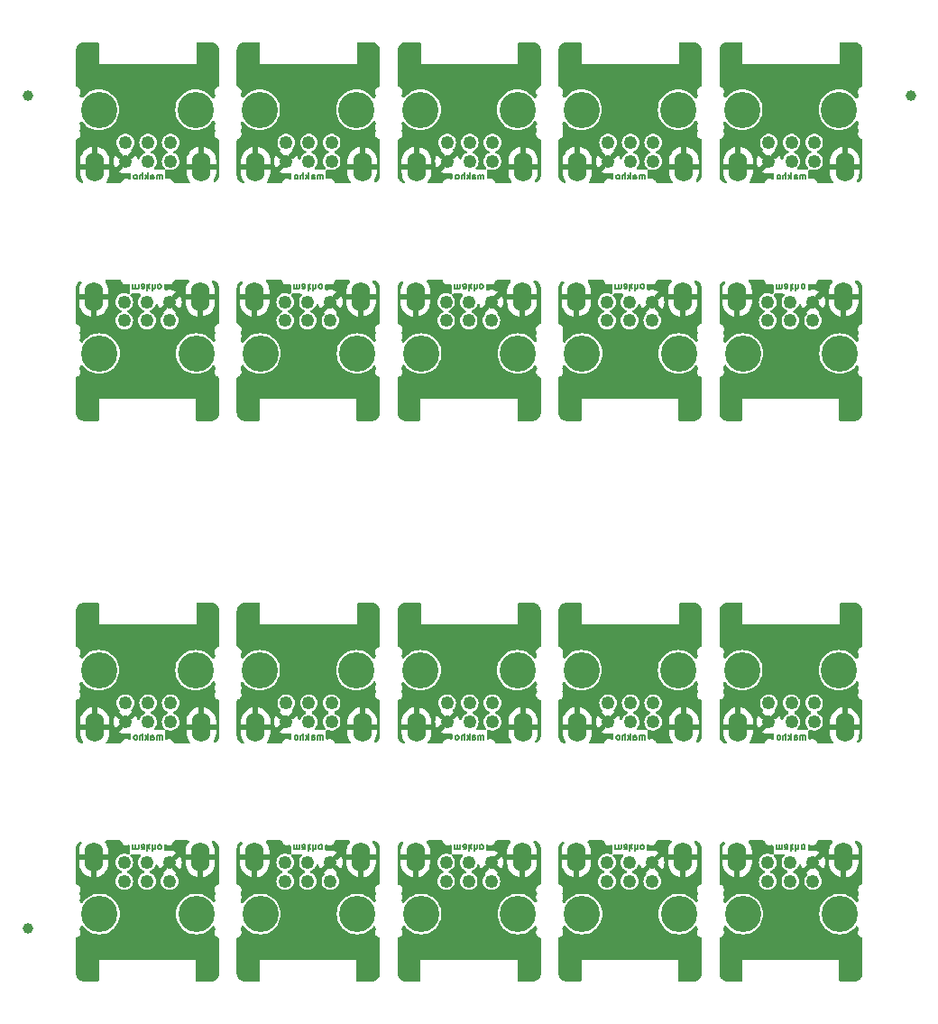
<source format=gbr>
%TF.GenerationSoftware,KiCad,Pcbnew,7.0.7*%
%TF.CreationDate,2023-12-24T11:29:26-08:00*%
%TF.ProjectId,Micro_AGB_Dongle_Panel,4d696372-6f5f-4414-9742-5f446f6e676c,rev?*%
%TF.SameCoordinates,Original*%
%TF.FileFunction,Copper,L2,Bot*%
%TF.FilePolarity,Positive*%
%FSLAX46Y46*%
G04 Gerber Fmt 4.6, Leading zero omitted, Abs format (unit mm)*
G04 Created by KiCad (PCBNEW 7.0.7) date 2023-12-24 11:29:26*
%MOMM*%
%LPD*%
G01*
G04 APERTURE LIST*
%ADD10C,0.150000*%
%TA.AperFunction,NonConductor*%
%ADD11C,0.150000*%
%TD*%
%TA.AperFunction,ComponentPad*%
%ADD12C,1.250000*%
%TD*%
%TA.AperFunction,ComponentPad*%
%ADD13O,1.750000X2.750000*%
%TD*%
%TA.AperFunction,SMDPad,CuDef*%
%ADD14C,1.000000*%
%TD*%
%TA.AperFunction,ViaPad*%
%ADD15C,3.400000*%
%TD*%
G04 APERTURE END LIST*
D10*
D11*
X134764284Y-85469771D02*
X134764284Y-85069771D01*
X134764284Y-85126914D02*
X134735713Y-85098342D01*
X134735713Y-85098342D02*
X134678570Y-85069771D01*
X134678570Y-85069771D02*
X134592856Y-85069771D01*
X134592856Y-85069771D02*
X134535713Y-85098342D01*
X134535713Y-85098342D02*
X134507142Y-85155485D01*
X134507142Y-85155485D02*
X134507142Y-85469771D01*
X134507142Y-85155485D02*
X134478570Y-85098342D01*
X134478570Y-85098342D02*
X134421427Y-85069771D01*
X134421427Y-85069771D02*
X134335713Y-85069771D01*
X134335713Y-85069771D02*
X134278570Y-85098342D01*
X134278570Y-85098342D02*
X134249999Y-85155485D01*
X134249999Y-85155485D02*
X134249999Y-85469771D01*
X133707142Y-85469771D02*
X133707142Y-85155485D01*
X133707142Y-85155485D02*
X133735713Y-85098342D01*
X133735713Y-85098342D02*
X133792856Y-85069771D01*
X133792856Y-85069771D02*
X133907142Y-85069771D01*
X133907142Y-85069771D02*
X133964284Y-85098342D01*
X133707142Y-85441200D02*
X133764284Y-85469771D01*
X133764284Y-85469771D02*
X133907142Y-85469771D01*
X133907142Y-85469771D02*
X133964284Y-85441200D01*
X133964284Y-85441200D02*
X133992856Y-85384057D01*
X133992856Y-85384057D02*
X133992856Y-85326914D01*
X133992856Y-85326914D02*
X133964284Y-85269771D01*
X133964284Y-85269771D02*
X133907142Y-85241200D01*
X133907142Y-85241200D02*
X133764284Y-85241200D01*
X133764284Y-85241200D02*
X133707142Y-85212628D01*
X133421427Y-85469771D02*
X133421427Y-84869771D01*
X133364285Y-85241200D02*
X133192856Y-85469771D01*
X133192856Y-85069771D02*
X133421427Y-85298342D01*
X132935713Y-85469771D02*
X132935713Y-84869771D01*
X132678571Y-85469771D02*
X132678571Y-85155485D01*
X132678571Y-85155485D02*
X132707142Y-85098342D01*
X132707142Y-85098342D02*
X132764285Y-85069771D01*
X132764285Y-85069771D02*
X132849999Y-85069771D01*
X132849999Y-85069771D02*
X132907142Y-85098342D01*
X132907142Y-85098342D02*
X132935713Y-85126914D01*
X132307142Y-85469771D02*
X132364285Y-85441200D01*
X132364285Y-85441200D02*
X132392856Y-85412628D01*
X132392856Y-85412628D02*
X132421428Y-85355485D01*
X132421428Y-85355485D02*
X132421428Y-85184057D01*
X132421428Y-85184057D02*
X132392856Y-85126914D01*
X132392856Y-85126914D02*
X132364285Y-85098342D01*
X132364285Y-85098342D02*
X132307142Y-85069771D01*
X132307142Y-85069771D02*
X132221428Y-85069771D01*
X132221428Y-85069771D02*
X132164285Y-85098342D01*
X132164285Y-85098342D02*
X132135714Y-85126914D01*
X132135714Y-85126914D02*
X132107142Y-85184057D01*
X132107142Y-85184057D02*
X132107142Y-85355485D01*
X132107142Y-85355485D02*
X132135714Y-85412628D01*
X132135714Y-85412628D02*
X132164285Y-85441200D01*
X132164285Y-85441200D02*
X132221428Y-85469771D01*
X132221428Y-85469771D02*
X132307142Y-85469771D01*
D10*
D11*
X180064284Y-85469771D02*
X180064284Y-85069771D01*
X180064284Y-85126914D02*
X180035713Y-85098342D01*
X180035713Y-85098342D02*
X179978570Y-85069771D01*
X179978570Y-85069771D02*
X179892856Y-85069771D01*
X179892856Y-85069771D02*
X179835713Y-85098342D01*
X179835713Y-85098342D02*
X179807142Y-85155485D01*
X179807142Y-85155485D02*
X179807142Y-85469771D01*
X179807142Y-85155485D02*
X179778570Y-85098342D01*
X179778570Y-85098342D02*
X179721427Y-85069771D01*
X179721427Y-85069771D02*
X179635713Y-85069771D01*
X179635713Y-85069771D02*
X179578570Y-85098342D01*
X179578570Y-85098342D02*
X179549999Y-85155485D01*
X179549999Y-85155485D02*
X179549999Y-85469771D01*
X179007142Y-85469771D02*
X179007142Y-85155485D01*
X179007142Y-85155485D02*
X179035713Y-85098342D01*
X179035713Y-85098342D02*
X179092856Y-85069771D01*
X179092856Y-85069771D02*
X179207142Y-85069771D01*
X179207142Y-85069771D02*
X179264284Y-85098342D01*
X179007142Y-85441200D02*
X179064284Y-85469771D01*
X179064284Y-85469771D02*
X179207142Y-85469771D01*
X179207142Y-85469771D02*
X179264284Y-85441200D01*
X179264284Y-85441200D02*
X179292856Y-85384057D01*
X179292856Y-85384057D02*
X179292856Y-85326914D01*
X179292856Y-85326914D02*
X179264284Y-85269771D01*
X179264284Y-85269771D02*
X179207142Y-85241200D01*
X179207142Y-85241200D02*
X179064284Y-85241200D01*
X179064284Y-85241200D02*
X179007142Y-85212628D01*
X178721427Y-85469771D02*
X178721427Y-84869771D01*
X178664285Y-85241200D02*
X178492856Y-85469771D01*
X178492856Y-85069771D02*
X178721427Y-85298342D01*
X178235713Y-85469771D02*
X178235713Y-84869771D01*
X177978571Y-85469771D02*
X177978571Y-85155485D01*
X177978571Y-85155485D02*
X178007142Y-85098342D01*
X178007142Y-85098342D02*
X178064285Y-85069771D01*
X178064285Y-85069771D02*
X178149999Y-85069771D01*
X178149999Y-85069771D02*
X178207142Y-85098342D01*
X178207142Y-85098342D02*
X178235713Y-85126914D01*
X177607142Y-85469771D02*
X177664285Y-85441200D01*
X177664285Y-85441200D02*
X177692856Y-85412628D01*
X177692856Y-85412628D02*
X177721428Y-85355485D01*
X177721428Y-85355485D02*
X177721428Y-85184057D01*
X177721428Y-85184057D02*
X177692856Y-85126914D01*
X177692856Y-85126914D02*
X177664285Y-85098342D01*
X177664285Y-85098342D02*
X177607142Y-85069771D01*
X177607142Y-85069771D02*
X177521428Y-85069771D01*
X177521428Y-85069771D02*
X177464285Y-85098342D01*
X177464285Y-85098342D02*
X177435714Y-85126914D01*
X177435714Y-85126914D02*
X177407142Y-85184057D01*
X177407142Y-85184057D02*
X177407142Y-85355485D01*
X177407142Y-85355485D02*
X177435714Y-85412628D01*
X177435714Y-85412628D02*
X177464285Y-85441200D01*
X177464285Y-85441200D02*
X177521428Y-85469771D01*
X177521428Y-85469771D02*
X177607142Y-85469771D01*
D10*
D11*
X119664284Y-85469771D02*
X119664284Y-85069771D01*
X119664284Y-85126914D02*
X119635713Y-85098342D01*
X119635713Y-85098342D02*
X119578570Y-85069771D01*
X119578570Y-85069771D02*
X119492856Y-85069771D01*
X119492856Y-85069771D02*
X119435713Y-85098342D01*
X119435713Y-85098342D02*
X119407142Y-85155485D01*
X119407142Y-85155485D02*
X119407142Y-85469771D01*
X119407142Y-85155485D02*
X119378570Y-85098342D01*
X119378570Y-85098342D02*
X119321427Y-85069771D01*
X119321427Y-85069771D02*
X119235713Y-85069771D01*
X119235713Y-85069771D02*
X119178570Y-85098342D01*
X119178570Y-85098342D02*
X119149999Y-85155485D01*
X119149999Y-85155485D02*
X119149999Y-85469771D01*
X118607142Y-85469771D02*
X118607142Y-85155485D01*
X118607142Y-85155485D02*
X118635713Y-85098342D01*
X118635713Y-85098342D02*
X118692856Y-85069771D01*
X118692856Y-85069771D02*
X118807142Y-85069771D01*
X118807142Y-85069771D02*
X118864284Y-85098342D01*
X118607142Y-85441200D02*
X118664284Y-85469771D01*
X118664284Y-85469771D02*
X118807142Y-85469771D01*
X118807142Y-85469771D02*
X118864284Y-85441200D01*
X118864284Y-85441200D02*
X118892856Y-85384057D01*
X118892856Y-85384057D02*
X118892856Y-85326914D01*
X118892856Y-85326914D02*
X118864284Y-85269771D01*
X118864284Y-85269771D02*
X118807142Y-85241200D01*
X118807142Y-85241200D02*
X118664284Y-85241200D01*
X118664284Y-85241200D02*
X118607142Y-85212628D01*
X118321427Y-85469771D02*
X118321427Y-84869771D01*
X118264285Y-85241200D02*
X118092856Y-85469771D01*
X118092856Y-85069771D02*
X118321427Y-85298342D01*
X117835713Y-85469771D02*
X117835713Y-84869771D01*
X117578571Y-85469771D02*
X117578571Y-85155485D01*
X117578571Y-85155485D02*
X117607142Y-85098342D01*
X117607142Y-85098342D02*
X117664285Y-85069771D01*
X117664285Y-85069771D02*
X117749999Y-85069771D01*
X117749999Y-85069771D02*
X117807142Y-85098342D01*
X117807142Y-85098342D02*
X117835713Y-85126914D01*
X117207142Y-85469771D02*
X117264285Y-85441200D01*
X117264285Y-85441200D02*
X117292856Y-85412628D01*
X117292856Y-85412628D02*
X117321428Y-85355485D01*
X117321428Y-85355485D02*
X117321428Y-85184057D01*
X117321428Y-85184057D02*
X117292856Y-85126914D01*
X117292856Y-85126914D02*
X117264285Y-85098342D01*
X117264285Y-85098342D02*
X117207142Y-85069771D01*
X117207142Y-85069771D02*
X117121428Y-85069771D01*
X117121428Y-85069771D02*
X117064285Y-85098342D01*
X117064285Y-85098342D02*
X117035714Y-85126914D01*
X117035714Y-85126914D02*
X117007142Y-85184057D01*
X117007142Y-85184057D02*
X117007142Y-85355485D01*
X117007142Y-85355485D02*
X117035714Y-85412628D01*
X117035714Y-85412628D02*
X117064285Y-85441200D01*
X117064285Y-85441200D02*
X117121428Y-85469771D01*
X117121428Y-85469771D02*
X117207142Y-85469771D01*
D10*
D11*
X132035715Y-95330228D02*
X132035715Y-95730228D01*
X132035715Y-95673085D02*
X132064286Y-95701657D01*
X132064286Y-95701657D02*
X132121429Y-95730228D01*
X132121429Y-95730228D02*
X132207143Y-95730228D01*
X132207143Y-95730228D02*
X132264286Y-95701657D01*
X132264286Y-95701657D02*
X132292858Y-95644514D01*
X132292858Y-95644514D02*
X132292858Y-95330228D01*
X132292858Y-95644514D02*
X132321429Y-95701657D01*
X132321429Y-95701657D02*
X132378572Y-95730228D01*
X132378572Y-95730228D02*
X132464286Y-95730228D01*
X132464286Y-95730228D02*
X132521429Y-95701657D01*
X132521429Y-95701657D02*
X132550000Y-95644514D01*
X132550000Y-95644514D02*
X132550000Y-95330228D01*
X133092858Y-95330228D02*
X133092858Y-95644514D01*
X133092858Y-95644514D02*
X133064286Y-95701657D01*
X133064286Y-95701657D02*
X133007143Y-95730228D01*
X133007143Y-95730228D02*
X132892858Y-95730228D01*
X132892858Y-95730228D02*
X132835715Y-95701657D01*
X133092858Y-95358800D02*
X133035715Y-95330228D01*
X133035715Y-95330228D02*
X132892858Y-95330228D01*
X132892858Y-95330228D02*
X132835715Y-95358800D01*
X132835715Y-95358800D02*
X132807143Y-95415942D01*
X132807143Y-95415942D02*
X132807143Y-95473085D01*
X132807143Y-95473085D02*
X132835715Y-95530228D01*
X132835715Y-95530228D02*
X132892858Y-95558800D01*
X132892858Y-95558800D02*
X133035715Y-95558800D01*
X133035715Y-95558800D02*
X133092858Y-95587371D01*
X133378572Y-95330228D02*
X133378572Y-95930228D01*
X133435715Y-95558800D02*
X133607143Y-95330228D01*
X133607143Y-95730228D02*
X133378572Y-95501657D01*
X133864286Y-95330228D02*
X133864286Y-95930228D01*
X134121429Y-95330228D02*
X134121429Y-95644514D01*
X134121429Y-95644514D02*
X134092857Y-95701657D01*
X134092857Y-95701657D02*
X134035714Y-95730228D01*
X134035714Y-95730228D02*
X133950000Y-95730228D01*
X133950000Y-95730228D02*
X133892857Y-95701657D01*
X133892857Y-95701657D02*
X133864286Y-95673085D01*
X134492857Y-95330228D02*
X134435714Y-95358800D01*
X134435714Y-95358800D02*
X134407143Y-95387371D01*
X134407143Y-95387371D02*
X134378571Y-95444514D01*
X134378571Y-95444514D02*
X134378571Y-95615942D01*
X134378571Y-95615942D02*
X134407143Y-95673085D01*
X134407143Y-95673085D02*
X134435714Y-95701657D01*
X134435714Y-95701657D02*
X134492857Y-95730228D01*
X134492857Y-95730228D02*
X134578571Y-95730228D01*
X134578571Y-95730228D02*
X134635714Y-95701657D01*
X134635714Y-95701657D02*
X134664286Y-95673085D01*
X134664286Y-95673085D02*
X134692857Y-95615942D01*
X134692857Y-95615942D02*
X134692857Y-95444514D01*
X134692857Y-95444514D02*
X134664286Y-95387371D01*
X134664286Y-95387371D02*
X134635714Y-95358800D01*
X134635714Y-95358800D02*
X134578571Y-95330228D01*
X134578571Y-95330228D02*
X134492857Y-95330228D01*
D10*
D11*
X164964284Y-85469771D02*
X164964284Y-85069771D01*
X164964284Y-85126914D02*
X164935713Y-85098342D01*
X164935713Y-85098342D02*
X164878570Y-85069771D01*
X164878570Y-85069771D02*
X164792856Y-85069771D01*
X164792856Y-85069771D02*
X164735713Y-85098342D01*
X164735713Y-85098342D02*
X164707142Y-85155485D01*
X164707142Y-85155485D02*
X164707142Y-85469771D01*
X164707142Y-85155485D02*
X164678570Y-85098342D01*
X164678570Y-85098342D02*
X164621427Y-85069771D01*
X164621427Y-85069771D02*
X164535713Y-85069771D01*
X164535713Y-85069771D02*
X164478570Y-85098342D01*
X164478570Y-85098342D02*
X164449999Y-85155485D01*
X164449999Y-85155485D02*
X164449999Y-85469771D01*
X163907142Y-85469771D02*
X163907142Y-85155485D01*
X163907142Y-85155485D02*
X163935713Y-85098342D01*
X163935713Y-85098342D02*
X163992856Y-85069771D01*
X163992856Y-85069771D02*
X164107142Y-85069771D01*
X164107142Y-85069771D02*
X164164284Y-85098342D01*
X163907142Y-85441200D02*
X163964284Y-85469771D01*
X163964284Y-85469771D02*
X164107142Y-85469771D01*
X164107142Y-85469771D02*
X164164284Y-85441200D01*
X164164284Y-85441200D02*
X164192856Y-85384057D01*
X164192856Y-85384057D02*
X164192856Y-85326914D01*
X164192856Y-85326914D02*
X164164284Y-85269771D01*
X164164284Y-85269771D02*
X164107142Y-85241200D01*
X164107142Y-85241200D02*
X163964284Y-85241200D01*
X163964284Y-85241200D02*
X163907142Y-85212628D01*
X163621427Y-85469771D02*
X163621427Y-84869771D01*
X163564285Y-85241200D02*
X163392856Y-85469771D01*
X163392856Y-85069771D02*
X163621427Y-85298342D01*
X163135713Y-85469771D02*
X163135713Y-84869771D01*
X162878571Y-85469771D02*
X162878571Y-85155485D01*
X162878571Y-85155485D02*
X162907142Y-85098342D01*
X162907142Y-85098342D02*
X162964285Y-85069771D01*
X162964285Y-85069771D02*
X163049999Y-85069771D01*
X163049999Y-85069771D02*
X163107142Y-85098342D01*
X163107142Y-85098342D02*
X163135713Y-85126914D01*
X162507142Y-85469771D02*
X162564285Y-85441200D01*
X162564285Y-85441200D02*
X162592856Y-85412628D01*
X162592856Y-85412628D02*
X162621428Y-85355485D01*
X162621428Y-85355485D02*
X162621428Y-85184057D01*
X162621428Y-85184057D02*
X162592856Y-85126914D01*
X162592856Y-85126914D02*
X162564285Y-85098342D01*
X162564285Y-85098342D02*
X162507142Y-85069771D01*
X162507142Y-85069771D02*
X162421428Y-85069771D01*
X162421428Y-85069771D02*
X162364285Y-85098342D01*
X162364285Y-85098342D02*
X162335714Y-85126914D01*
X162335714Y-85126914D02*
X162307142Y-85184057D01*
X162307142Y-85184057D02*
X162307142Y-85355485D01*
X162307142Y-85355485D02*
X162335714Y-85412628D01*
X162335714Y-85412628D02*
X162364285Y-85441200D01*
X162364285Y-85441200D02*
X162421428Y-85469771D01*
X162421428Y-85469771D02*
X162507142Y-85469771D01*
D10*
D11*
X177335715Y-42730228D02*
X177335715Y-43130228D01*
X177335715Y-43073085D02*
X177364286Y-43101657D01*
X177364286Y-43101657D02*
X177421429Y-43130228D01*
X177421429Y-43130228D02*
X177507143Y-43130228D01*
X177507143Y-43130228D02*
X177564286Y-43101657D01*
X177564286Y-43101657D02*
X177592858Y-43044514D01*
X177592858Y-43044514D02*
X177592858Y-42730228D01*
X177592858Y-43044514D02*
X177621429Y-43101657D01*
X177621429Y-43101657D02*
X177678572Y-43130228D01*
X177678572Y-43130228D02*
X177764286Y-43130228D01*
X177764286Y-43130228D02*
X177821429Y-43101657D01*
X177821429Y-43101657D02*
X177850000Y-43044514D01*
X177850000Y-43044514D02*
X177850000Y-42730228D01*
X178392858Y-42730228D02*
X178392858Y-43044514D01*
X178392858Y-43044514D02*
X178364286Y-43101657D01*
X178364286Y-43101657D02*
X178307143Y-43130228D01*
X178307143Y-43130228D02*
X178192858Y-43130228D01*
X178192858Y-43130228D02*
X178135715Y-43101657D01*
X178392858Y-42758800D02*
X178335715Y-42730228D01*
X178335715Y-42730228D02*
X178192858Y-42730228D01*
X178192858Y-42730228D02*
X178135715Y-42758800D01*
X178135715Y-42758800D02*
X178107143Y-42815942D01*
X178107143Y-42815942D02*
X178107143Y-42873085D01*
X178107143Y-42873085D02*
X178135715Y-42930228D01*
X178135715Y-42930228D02*
X178192858Y-42958800D01*
X178192858Y-42958800D02*
X178335715Y-42958800D01*
X178335715Y-42958800D02*
X178392858Y-42987371D01*
X178678572Y-42730228D02*
X178678572Y-43330228D01*
X178735715Y-42958800D02*
X178907143Y-42730228D01*
X178907143Y-43130228D02*
X178678572Y-42901657D01*
X179164286Y-42730228D02*
X179164286Y-43330228D01*
X179421429Y-42730228D02*
X179421429Y-43044514D01*
X179421429Y-43044514D02*
X179392857Y-43101657D01*
X179392857Y-43101657D02*
X179335714Y-43130228D01*
X179335714Y-43130228D02*
X179250000Y-43130228D01*
X179250000Y-43130228D02*
X179192857Y-43101657D01*
X179192857Y-43101657D02*
X179164286Y-43073085D01*
X179792857Y-42730228D02*
X179735714Y-42758800D01*
X179735714Y-42758800D02*
X179707143Y-42787371D01*
X179707143Y-42787371D02*
X179678571Y-42844514D01*
X179678571Y-42844514D02*
X179678571Y-43015942D01*
X179678571Y-43015942D02*
X179707143Y-43073085D01*
X179707143Y-43073085D02*
X179735714Y-43101657D01*
X179735714Y-43101657D02*
X179792857Y-43130228D01*
X179792857Y-43130228D02*
X179878571Y-43130228D01*
X179878571Y-43130228D02*
X179935714Y-43101657D01*
X179935714Y-43101657D02*
X179964286Y-43073085D01*
X179964286Y-43073085D02*
X179992857Y-43015942D01*
X179992857Y-43015942D02*
X179992857Y-42844514D01*
X179992857Y-42844514D02*
X179964286Y-42787371D01*
X179964286Y-42787371D02*
X179935714Y-42758800D01*
X179935714Y-42758800D02*
X179878571Y-42730228D01*
X179878571Y-42730228D02*
X179792857Y-42730228D01*
D10*
D11*
X149864284Y-85469771D02*
X149864284Y-85069771D01*
X149864284Y-85126914D02*
X149835713Y-85098342D01*
X149835713Y-85098342D02*
X149778570Y-85069771D01*
X149778570Y-85069771D02*
X149692856Y-85069771D01*
X149692856Y-85069771D02*
X149635713Y-85098342D01*
X149635713Y-85098342D02*
X149607142Y-85155485D01*
X149607142Y-85155485D02*
X149607142Y-85469771D01*
X149607142Y-85155485D02*
X149578570Y-85098342D01*
X149578570Y-85098342D02*
X149521427Y-85069771D01*
X149521427Y-85069771D02*
X149435713Y-85069771D01*
X149435713Y-85069771D02*
X149378570Y-85098342D01*
X149378570Y-85098342D02*
X149349999Y-85155485D01*
X149349999Y-85155485D02*
X149349999Y-85469771D01*
X148807142Y-85469771D02*
X148807142Y-85155485D01*
X148807142Y-85155485D02*
X148835713Y-85098342D01*
X148835713Y-85098342D02*
X148892856Y-85069771D01*
X148892856Y-85069771D02*
X149007142Y-85069771D01*
X149007142Y-85069771D02*
X149064284Y-85098342D01*
X148807142Y-85441200D02*
X148864284Y-85469771D01*
X148864284Y-85469771D02*
X149007142Y-85469771D01*
X149007142Y-85469771D02*
X149064284Y-85441200D01*
X149064284Y-85441200D02*
X149092856Y-85384057D01*
X149092856Y-85384057D02*
X149092856Y-85326914D01*
X149092856Y-85326914D02*
X149064284Y-85269771D01*
X149064284Y-85269771D02*
X149007142Y-85241200D01*
X149007142Y-85241200D02*
X148864284Y-85241200D01*
X148864284Y-85241200D02*
X148807142Y-85212628D01*
X148521427Y-85469771D02*
X148521427Y-84869771D01*
X148464285Y-85241200D02*
X148292856Y-85469771D01*
X148292856Y-85069771D02*
X148521427Y-85298342D01*
X148035713Y-85469771D02*
X148035713Y-84869771D01*
X147778571Y-85469771D02*
X147778571Y-85155485D01*
X147778571Y-85155485D02*
X147807142Y-85098342D01*
X147807142Y-85098342D02*
X147864285Y-85069771D01*
X147864285Y-85069771D02*
X147949999Y-85069771D01*
X147949999Y-85069771D02*
X148007142Y-85098342D01*
X148007142Y-85098342D02*
X148035713Y-85126914D01*
X147407142Y-85469771D02*
X147464285Y-85441200D01*
X147464285Y-85441200D02*
X147492856Y-85412628D01*
X147492856Y-85412628D02*
X147521428Y-85355485D01*
X147521428Y-85355485D02*
X147521428Y-85184057D01*
X147521428Y-85184057D02*
X147492856Y-85126914D01*
X147492856Y-85126914D02*
X147464285Y-85098342D01*
X147464285Y-85098342D02*
X147407142Y-85069771D01*
X147407142Y-85069771D02*
X147321428Y-85069771D01*
X147321428Y-85069771D02*
X147264285Y-85098342D01*
X147264285Y-85098342D02*
X147235714Y-85126914D01*
X147235714Y-85126914D02*
X147207142Y-85184057D01*
X147207142Y-85184057D02*
X147207142Y-85355485D01*
X147207142Y-85355485D02*
X147235714Y-85412628D01*
X147235714Y-85412628D02*
X147264285Y-85441200D01*
X147264285Y-85441200D02*
X147321428Y-85469771D01*
X147321428Y-85469771D02*
X147407142Y-85469771D01*
D10*
D11*
X116935715Y-95330228D02*
X116935715Y-95730228D01*
X116935715Y-95673085D02*
X116964286Y-95701657D01*
X116964286Y-95701657D02*
X117021429Y-95730228D01*
X117021429Y-95730228D02*
X117107143Y-95730228D01*
X117107143Y-95730228D02*
X117164286Y-95701657D01*
X117164286Y-95701657D02*
X117192858Y-95644514D01*
X117192858Y-95644514D02*
X117192858Y-95330228D01*
X117192858Y-95644514D02*
X117221429Y-95701657D01*
X117221429Y-95701657D02*
X117278572Y-95730228D01*
X117278572Y-95730228D02*
X117364286Y-95730228D01*
X117364286Y-95730228D02*
X117421429Y-95701657D01*
X117421429Y-95701657D02*
X117450000Y-95644514D01*
X117450000Y-95644514D02*
X117450000Y-95330228D01*
X117992858Y-95330228D02*
X117992858Y-95644514D01*
X117992858Y-95644514D02*
X117964286Y-95701657D01*
X117964286Y-95701657D02*
X117907143Y-95730228D01*
X117907143Y-95730228D02*
X117792858Y-95730228D01*
X117792858Y-95730228D02*
X117735715Y-95701657D01*
X117992858Y-95358800D02*
X117935715Y-95330228D01*
X117935715Y-95330228D02*
X117792858Y-95330228D01*
X117792858Y-95330228D02*
X117735715Y-95358800D01*
X117735715Y-95358800D02*
X117707143Y-95415942D01*
X117707143Y-95415942D02*
X117707143Y-95473085D01*
X117707143Y-95473085D02*
X117735715Y-95530228D01*
X117735715Y-95530228D02*
X117792858Y-95558800D01*
X117792858Y-95558800D02*
X117935715Y-95558800D01*
X117935715Y-95558800D02*
X117992858Y-95587371D01*
X118278572Y-95330228D02*
X118278572Y-95930228D01*
X118335715Y-95558800D02*
X118507143Y-95330228D01*
X118507143Y-95730228D02*
X118278572Y-95501657D01*
X118764286Y-95330228D02*
X118764286Y-95930228D01*
X119021429Y-95330228D02*
X119021429Y-95644514D01*
X119021429Y-95644514D02*
X118992857Y-95701657D01*
X118992857Y-95701657D02*
X118935714Y-95730228D01*
X118935714Y-95730228D02*
X118850000Y-95730228D01*
X118850000Y-95730228D02*
X118792857Y-95701657D01*
X118792857Y-95701657D02*
X118764286Y-95673085D01*
X119392857Y-95330228D02*
X119335714Y-95358800D01*
X119335714Y-95358800D02*
X119307143Y-95387371D01*
X119307143Y-95387371D02*
X119278571Y-95444514D01*
X119278571Y-95444514D02*
X119278571Y-95615942D01*
X119278571Y-95615942D02*
X119307143Y-95673085D01*
X119307143Y-95673085D02*
X119335714Y-95701657D01*
X119335714Y-95701657D02*
X119392857Y-95730228D01*
X119392857Y-95730228D02*
X119478571Y-95730228D01*
X119478571Y-95730228D02*
X119535714Y-95701657D01*
X119535714Y-95701657D02*
X119564286Y-95673085D01*
X119564286Y-95673085D02*
X119592857Y-95615942D01*
X119592857Y-95615942D02*
X119592857Y-95444514D01*
X119592857Y-95444514D02*
X119564286Y-95387371D01*
X119564286Y-95387371D02*
X119535714Y-95358800D01*
X119535714Y-95358800D02*
X119478571Y-95330228D01*
X119478571Y-95330228D02*
X119392857Y-95330228D01*
D10*
D11*
X134764284Y-32869771D02*
X134764284Y-32469771D01*
X134764284Y-32526914D02*
X134735713Y-32498342D01*
X134735713Y-32498342D02*
X134678570Y-32469771D01*
X134678570Y-32469771D02*
X134592856Y-32469771D01*
X134592856Y-32469771D02*
X134535713Y-32498342D01*
X134535713Y-32498342D02*
X134507142Y-32555485D01*
X134507142Y-32555485D02*
X134507142Y-32869771D01*
X134507142Y-32555485D02*
X134478570Y-32498342D01*
X134478570Y-32498342D02*
X134421427Y-32469771D01*
X134421427Y-32469771D02*
X134335713Y-32469771D01*
X134335713Y-32469771D02*
X134278570Y-32498342D01*
X134278570Y-32498342D02*
X134249999Y-32555485D01*
X134249999Y-32555485D02*
X134249999Y-32869771D01*
X133707142Y-32869771D02*
X133707142Y-32555485D01*
X133707142Y-32555485D02*
X133735713Y-32498342D01*
X133735713Y-32498342D02*
X133792856Y-32469771D01*
X133792856Y-32469771D02*
X133907142Y-32469771D01*
X133907142Y-32469771D02*
X133964284Y-32498342D01*
X133707142Y-32841200D02*
X133764284Y-32869771D01*
X133764284Y-32869771D02*
X133907142Y-32869771D01*
X133907142Y-32869771D02*
X133964284Y-32841200D01*
X133964284Y-32841200D02*
X133992856Y-32784057D01*
X133992856Y-32784057D02*
X133992856Y-32726914D01*
X133992856Y-32726914D02*
X133964284Y-32669771D01*
X133964284Y-32669771D02*
X133907142Y-32641200D01*
X133907142Y-32641200D02*
X133764284Y-32641200D01*
X133764284Y-32641200D02*
X133707142Y-32612628D01*
X133421427Y-32869771D02*
X133421427Y-32269771D01*
X133364285Y-32641200D02*
X133192856Y-32869771D01*
X133192856Y-32469771D02*
X133421427Y-32698342D01*
X132935713Y-32869771D02*
X132935713Y-32269771D01*
X132678571Y-32869771D02*
X132678571Y-32555485D01*
X132678571Y-32555485D02*
X132707142Y-32498342D01*
X132707142Y-32498342D02*
X132764285Y-32469771D01*
X132764285Y-32469771D02*
X132849999Y-32469771D01*
X132849999Y-32469771D02*
X132907142Y-32498342D01*
X132907142Y-32498342D02*
X132935713Y-32526914D01*
X132307142Y-32869771D02*
X132364285Y-32841200D01*
X132364285Y-32841200D02*
X132392856Y-32812628D01*
X132392856Y-32812628D02*
X132421428Y-32755485D01*
X132421428Y-32755485D02*
X132421428Y-32584057D01*
X132421428Y-32584057D02*
X132392856Y-32526914D01*
X132392856Y-32526914D02*
X132364285Y-32498342D01*
X132364285Y-32498342D02*
X132307142Y-32469771D01*
X132307142Y-32469771D02*
X132221428Y-32469771D01*
X132221428Y-32469771D02*
X132164285Y-32498342D01*
X132164285Y-32498342D02*
X132135714Y-32526914D01*
X132135714Y-32526914D02*
X132107142Y-32584057D01*
X132107142Y-32584057D02*
X132107142Y-32755485D01*
X132107142Y-32755485D02*
X132135714Y-32812628D01*
X132135714Y-32812628D02*
X132164285Y-32841200D01*
X132164285Y-32841200D02*
X132221428Y-32869771D01*
X132221428Y-32869771D02*
X132307142Y-32869771D01*
D10*
D11*
X164964284Y-32869771D02*
X164964284Y-32469771D01*
X164964284Y-32526914D02*
X164935713Y-32498342D01*
X164935713Y-32498342D02*
X164878570Y-32469771D01*
X164878570Y-32469771D02*
X164792856Y-32469771D01*
X164792856Y-32469771D02*
X164735713Y-32498342D01*
X164735713Y-32498342D02*
X164707142Y-32555485D01*
X164707142Y-32555485D02*
X164707142Y-32869771D01*
X164707142Y-32555485D02*
X164678570Y-32498342D01*
X164678570Y-32498342D02*
X164621427Y-32469771D01*
X164621427Y-32469771D02*
X164535713Y-32469771D01*
X164535713Y-32469771D02*
X164478570Y-32498342D01*
X164478570Y-32498342D02*
X164449999Y-32555485D01*
X164449999Y-32555485D02*
X164449999Y-32869771D01*
X163907142Y-32869771D02*
X163907142Y-32555485D01*
X163907142Y-32555485D02*
X163935713Y-32498342D01*
X163935713Y-32498342D02*
X163992856Y-32469771D01*
X163992856Y-32469771D02*
X164107142Y-32469771D01*
X164107142Y-32469771D02*
X164164284Y-32498342D01*
X163907142Y-32841200D02*
X163964284Y-32869771D01*
X163964284Y-32869771D02*
X164107142Y-32869771D01*
X164107142Y-32869771D02*
X164164284Y-32841200D01*
X164164284Y-32841200D02*
X164192856Y-32784057D01*
X164192856Y-32784057D02*
X164192856Y-32726914D01*
X164192856Y-32726914D02*
X164164284Y-32669771D01*
X164164284Y-32669771D02*
X164107142Y-32641200D01*
X164107142Y-32641200D02*
X163964284Y-32641200D01*
X163964284Y-32641200D02*
X163907142Y-32612628D01*
X163621427Y-32869771D02*
X163621427Y-32269771D01*
X163564285Y-32641200D02*
X163392856Y-32869771D01*
X163392856Y-32469771D02*
X163621427Y-32698342D01*
X163135713Y-32869771D02*
X163135713Y-32269771D01*
X162878571Y-32869771D02*
X162878571Y-32555485D01*
X162878571Y-32555485D02*
X162907142Y-32498342D01*
X162907142Y-32498342D02*
X162964285Y-32469771D01*
X162964285Y-32469771D02*
X163049999Y-32469771D01*
X163049999Y-32469771D02*
X163107142Y-32498342D01*
X163107142Y-32498342D02*
X163135713Y-32526914D01*
X162507142Y-32869771D02*
X162564285Y-32841200D01*
X162564285Y-32841200D02*
X162592856Y-32812628D01*
X162592856Y-32812628D02*
X162621428Y-32755485D01*
X162621428Y-32755485D02*
X162621428Y-32584057D01*
X162621428Y-32584057D02*
X162592856Y-32526914D01*
X162592856Y-32526914D02*
X162564285Y-32498342D01*
X162564285Y-32498342D02*
X162507142Y-32469771D01*
X162507142Y-32469771D02*
X162421428Y-32469771D01*
X162421428Y-32469771D02*
X162364285Y-32498342D01*
X162364285Y-32498342D02*
X162335714Y-32526914D01*
X162335714Y-32526914D02*
X162307142Y-32584057D01*
X162307142Y-32584057D02*
X162307142Y-32755485D01*
X162307142Y-32755485D02*
X162335714Y-32812628D01*
X162335714Y-32812628D02*
X162364285Y-32841200D01*
X162364285Y-32841200D02*
X162421428Y-32869771D01*
X162421428Y-32869771D02*
X162507142Y-32869771D01*
D10*
D11*
X180064284Y-32869771D02*
X180064284Y-32469771D01*
X180064284Y-32526914D02*
X180035713Y-32498342D01*
X180035713Y-32498342D02*
X179978570Y-32469771D01*
X179978570Y-32469771D02*
X179892856Y-32469771D01*
X179892856Y-32469771D02*
X179835713Y-32498342D01*
X179835713Y-32498342D02*
X179807142Y-32555485D01*
X179807142Y-32555485D02*
X179807142Y-32869771D01*
X179807142Y-32555485D02*
X179778570Y-32498342D01*
X179778570Y-32498342D02*
X179721427Y-32469771D01*
X179721427Y-32469771D02*
X179635713Y-32469771D01*
X179635713Y-32469771D02*
X179578570Y-32498342D01*
X179578570Y-32498342D02*
X179549999Y-32555485D01*
X179549999Y-32555485D02*
X179549999Y-32869771D01*
X179007142Y-32869771D02*
X179007142Y-32555485D01*
X179007142Y-32555485D02*
X179035713Y-32498342D01*
X179035713Y-32498342D02*
X179092856Y-32469771D01*
X179092856Y-32469771D02*
X179207142Y-32469771D01*
X179207142Y-32469771D02*
X179264284Y-32498342D01*
X179007142Y-32841200D02*
X179064284Y-32869771D01*
X179064284Y-32869771D02*
X179207142Y-32869771D01*
X179207142Y-32869771D02*
X179264284Y-32841200D01*
X179264284Y-32841200D02*
X179292856Y-32784057D01*
X179292856Y-32784057D02*
X179292856Y-32726914D01*
X179292856Y-32726914D02*
X179264284Y-32669771D01*
X179264284Y-32669771D02*
X179207142Y-32641200D01*
X179207142Y-32641200D02*
X179064284Y-32641200D01*
X179064284Y-32641200D02*
X179007142Y-32612628D01*
X178721427Y-32869771D02*
X178721427Y-32269771D01*
X178664285Y-32641200D02*
X178492856Y-32869771D01*
X178492856Y-32469771D02*
X178721427Y-32698342D01*
X178235713Y-32869771D02*
X178235713Y-32269771D01*
X177978571Y-32869771D02*
X177978571Y-32555485D01*
X177978571Y-32555485D02*
X178007142Y-32498342D01*
X178007142Y-32498342D02*
X178064285Y-32469771D01*
X178064285Y-32469771D02*
X178149999Y-32469771D01*
X178149999Y-32469771D02*
X178207142Y-32498342D01*
X178207142Y-32498342D02*
X178235713Y-32526914D01*
X177607142Y-32869771D02*
X177664285Y-32841200D01*
X177664285Y-32841200D02*
X177692856Y-32812628D01*
X177692856Y-32812628D02*
X177721428Y-32755485D01*
X177721428Y-32755485D02*
X177721428Y-32584057D01*
X177721428Y-32584057D02*
X177692856Y-32526914D01*
X177692856Y-32526914D02*
X177664285Y-32498342D01*
X177664285Y-32498342D02*
X177607142Y-32469771D01*
X177607142Y-32469771D02*
X177521428Y-32469771D01*
X177521428Y-32469771D02*
X177464285Y-32498342D01*
X177464285Y-32498342D02*
X177435714Y-32526914D01*
X177435714Y-32526914D02*
X177407142Y-32584057D01*
X177407142Y-32584057D02*
X177407142Y-32755485D01*
X177407142Y-32755485D02*
X177435714Y-32812628D01*
X177435714Y-32812628D02*
X177464285Y-32841200D01*
X177464285Y-32841200D02*
X177521428Y-32869771D01*
X177521428Y-32869771D02*
X177607142Y-32869771D01*
D10*
D11*
X162235715Y-95330228D02*
X162235715Y-95730228D01*
X162235715Y-95673085D02*
X162264286Y-95701657D01*
X162264286Y-95701657D02*
X162321429Y-95730228D01*
X162321429Y-95730228D02*
X162407143Y-95730228D01*
X162407143Y-95730228D02*
X162464286Y-95701657D01*
X162464286Y-95701657D02*
X162492858Y-95644514D01*
X162492858Y-95644514D02*
X162492858Y-95330228D01*
X162492858Y-95644514D02*
X162521429Y-95701657D01*
X162521429Y-95701657D02*
X162578572Y-95730228D01*
X162578572Y-95730228D02*
X162664286Y-95730228D01*
X162664286Y-95730228D02*
X162721429Y-95701657D01*
X162721429Y-95701657D02*
X162750000Y-95644514D01*
X162750000Y-95644514D02*
X162750000Y-95330228D01*
X163292858Y-95330228D02*
X163292858Y-95644514D01*
X163292858Y-95644514D02*
X163264286Y-95701657D01*
X163264286Y-95701657D02*
X163207143Y-95730228D01*
X163207143Y-95730228D02*
X163092858Y-95730228D01*
X163092858Y-95730228D02*
X163035715Y-95701657D01*
X163292858Y-95358800D02*
X163235715Y-95330228D01*
X163235715Y-95330228D02*
X163092858Y-95330228D01*
X163092858Y-95330228D02*
X163035715Y-95358800D01*
X163035715Y-95358800D02*
X163007143Y-95415942D01*
X163007143Y-95415942D02*
X163007143Y-95473085D01*
X163007143Y-95473085D02*
X163035715Y-95530228D01*
X163035715Y-95530228D02*
X163092858Y-95558800D01*
X163092858Y-95558800D02*
X163235715Y-95558800D01*
X163235715Y-95558800D02*
X163292858Y-95587371D01*
X163578572Y-95330228D02*
X163578572Y-95930228D01*
X163635715Y-95558800D02*
X163807143Y-95330228D01*
X163807143Y-95730228D02*
X163578572Y-95501657D01*
X164064286Y-95330228D02*
X164064286Y-95930228D01*
X164321429Y-95330228D02*
X164321429Y-95644514D01*
X164321429Y-95644514D02*
X164292857Y-95701657D01*
X164292857Y-95701657D02*
X164235714Y-95730228D01*
X164235714Y-95730228D02*
X164150000Y-95730228D01*
X164150000Y-95730228D02*
X164092857Y-95701657D01*
X164092857Y-95701657D02*
X164064286Y-95673085D01*
X164692857Y-95330228D02*
X164635714Y-95358800D01*
X164635714Y-95358800D02*
X164607143Y-95387371D01*
X164607143Y-95387371D02*
X164578571Y-95444514D01*
X164578571Y-95444514D02*
X164578571Y-95615942D01*
X164578571Y-95615942D02*
X164607143Y-95673085D01*
X164607143Y-95673085D02*
X164635714Y-95701657D01*
X164635714Y-95701657D02*
X164692857Y-95730228D01*
X164692857Y-95730228D02*
X164778571Y-95730228D01*
X164778571Y-95730228D02*
X164835714Y-95701657D01*
X164835714Y-95701657D02*
X164864286Y-95673085D01*
X164864286Y-95673085D02*
X164892857Y-95615942D01*
X164892857Y-95615942D02*
X164892857Y-95444514D01*
X164892857Y-95444514D02*
X164864286Y-95387371D01*
X164864286Y-95387371D02*
X164835714Y-95358800D01*
X164835714Y-95358800D02*
X164778571Y-95330228D01*
X164778571Y-95330228D02*
X164692857Y-95330228D01*
D10*
D11*
X132035715Y-42730228D02*
X132035715Y-43130228D01*
X132035715Y-43073085D02*
X132064286Y-43101657D01*
X132064286Y-43101657D02*
X132121429Y-43130228D01*
X132121429Y-43130228D02*
X132207143Y-43130228D01*
X132207143Y-43130228D02*
X132264286Y-43101657D01*
X132264286Y-43101657D02*
X132292858Y-43044514D01*
X132292858Y-43044514D02*
X132292858Y-42730228D01*
X132292858Y-43044514D02*
X132321429Y-43101657D01*
X132321429Y-43101657D02*
X132378572Y-43130228D01*
X132378572Y-43130228D02*
X132464286Y-43130228D01*
X132464286Y-43130228D02*
X132521429Y-43101657D01*
X132521429Y-43101657D02*
X132550000Y-43044514D01*
X132550000Y-43044514D02*
X132550000Y-42730228D01*
X133092858Y-42730228D02*
X133092858Y-43044514D01*
X133092858Y-43044514D02*
X133064286Y-43101657D01*
X133064286Y-43101657D02*
X133007143Y-43130228D01*
X133007143Y-43130228D02*
X132892858Y-43130228D01*
X132892858Y-43130228D02*
X132835715Y-43101657D01*
X133092858Y-42758800D02*
X133035715Y-42730228D01*
X133035715Y-42730228D02*
X132892858Y-42730228D01*
X132892858Y-42730228D02*
X132835715Y-42758800D01*
X132835715Y-42758800D02*
X132807143Y-42815942D01*
X132807143Y-42815942D02*
X132807143Y-42873085D01*
X132807143Y-42873085D02*
X132835715Y-42930228D01*
X132835715Y-42930228D02*
X132892858Y-42958800D01*
X132892858Y-42958800D02*
X133035715Y-42958800D01*
X133035715Y-42958800D02*
X133092858Y-42987371D01*
X133378572Y-42730228D02*
X133378572Y-43330228D01*
X133435715Y-42958800D02*
X133607143Y-42730228D01*
X133607143Y-43130228D02*
X133378572Y-42901657D01*
X133864286Y-42730228D02*
X133864286Y-43330228D01*
X134121429Y-42730228D02*
X134121429Y-43044514D01*
X134121429Y-43044514D02*
X134092857Y-43101657D01*
X134092857Y-43101657D02*
X134035714Y-43130228D01*
X134035714Y-43130228D02*
X133950000Y-43130228D01*
X133950000Y-43130228D02*
X133892857Y-43101657D01*
X133892857Y-43101657D02*
X133864286Y-43073085D01*
X134492857Y-42730228D02*
X134435714Y-42758800D01*
X134435714Y-42758800D02*
X134407143Y-42787371D01*
X134407143Y-42787371D02*
X134378571Y-42844514D01*
X134378571Y-42844514D02*
X134378571Y-43015942D01*
X134378571Y-43015942D02*
X134407143Y-43073085D01*
X134407143Y-43073085D02*
X134435714Y-43101657D01*
X134435714Y-43101657D02*
X134492857Y-43130228D01*
X134492857Y-43130228D02*
X134578571Y-43130228D01*
X134578571Y-43130228D02*
X134635714Y-43101657D01*
X134635714Y-43101657D02*
X134664286Y-43073085D01*
X134664286Y-43073085D02*
X134692857Y-43015942D01*
X134692857Y-43015942D02*
X134692857Y-42844514D01*
X134692857Y-42844514D02*
X134664286Y-42787371D01*
X134664286Y-42787371D02*
X134635714Y-42758800D01*
X134635714Y-42758800D02*
X134578571Y-42730228D01*
X134578571Y-42730228D02*
X134492857Y-42730228D01*
D10*
D11*
X177335715Y-95330228D02*
X177335715Y-95730228D01*
X177335715Y-95673085D02*
X177364286Y-95701657D01*
X177364286Y-95701657D02*
X177421429Y-95730228D01*
X177421429Y-95730228D02*
X177507143Y-95730228D01*
X177507143Y-95730228D02*
X177564286Y-95701657D01*
X177564286Y-95701657D02*
X177592858Y-95644514D01*
X177592858Y-95644514D02*
X177592858Y-95330228D01*
X177592858Y-95644514D02*
X177621429Y-95701657D01*
X177621429Y-95701657D02*
X177678572Y-95730228D01*
X177678572Y-95730228D02*
X177764286Y-95730228D01*
X177764286Y-95730228D02*
X177821429Y-95701657D01*
X177821429Y-95701657D02*
X177850000Y-95644514D01*
X177850000Y-95644514D02*
X177850000Y-95330228D01*
X178392858Y-95330228D02*
X178392858Y-95644514D01*
X178392858Y-95644514D02*
X178364286Y-95701657D01*
X178364286Y-95701657D02*
X178307143Y-95730228D01*
X178307143Y-95730228D02*
X178192858Y-95730228D01*
X178192858Y-95730228D02*
X178135715Y-95701657D01*
X178392858Y-95358800D02*
X178335715Y-95330228D01*
X178335715Y-95330228D02*
X178192858Y-95330228D01*
X178192858Y-95330228D02*
X178135715Y-95358800D01*
X178135715Y-95358800D02*
X178107143Y-95415942D01*
X178107143Y-95415942D02*
X178107143Y-95473085D01*
X178107143Y-95473085D02*
X178135715Y-95530228D01*
X178135715Y-95530228D02*
X178192858Y-95558800D01*
X178192858Y-95558800D02*
X178335715Y-95558800D01*
X178335715Y-95558800D02*
X178392858Y-95587371D01*
X178678572Y-95330228D02*
X178678572Y-95930228D01*
X178735715Y-95558800D02*
X178907143Y-95330228D01*
X178907143Y-95730228D02*
X178678572Y-95501657D01*
X179164286Y-95330228D02*
X179164286Y-95930228D01*
X179421429Y-95330228D02*
X179421429Y-95644514D01*
X179421429Y-95644514D02*
X179392857Y-95701657D01*
X179392857Y-95701657D02*
X179335714Y-95730228D01*
X179335714Y-95730228D02*
X179250000Y-95730228D01*
X179250000Y-95730228D02*
X179192857Y-95701657D01*
X179192857Y-95701657D02*
X179164286Y-95673085D01*
X179792857Y-95330228D02*
X179735714Y-95358800D01*
X179735714Y-95358800D02*
X179707143Y-95387371D01*
X179707143Y-95387371D02*
X179678571Y-95444514D01*
X179678571Y-95444514D02*
X179678571Y-95615942D01*
X179678571Y-95615942D02*
X179707143Y-95673085D01*
X179707143Y-95673085D02*
X179735714Y-95701657D01*
X179735714Y-95701657D02*
X179792857Y-95730228D01*
X179792857Y-95730228D02*
X179878571Y-95730228D01*
X179878571Y-95730228D02*
X179935714Y-95701657D01*
X179935714Y-95701657D02*
X179964286Y-95673085D01*
X179964286Y-95673085D02*
X179992857Y-95615942D01*
X179992857Y-95615942D02*
X179992857Y-95444514D01*
X179992857Y-95444514D02*
X179964286Y-95387371D01*
X179964286Y-95387371D02*
X179935714Y-95358800D01*
X179935714Y-95358800D02*
X179878571Y-95330228D01*
X179878571Y-95330228D02*
X179792857Y-95330228D01*
D10*
D11*
X162235715Y-42730228D02*
X162235715Y-43130228D01*
X162235715Y-43073085D02*
X162264286Y-43101657D01*
X162264286Y-43101657D02*
X162321429Y-43130228D01*
X162321429Y-43130228D02*
X162407143Y-43130228D01*
X162407143Y-43130228D02*
X162464286Y-43101657D01*
X162464286Y-43101657D02*
X162492858Y-43044514D01*
X162492858Y-43044514D02*
X162492858Y-42730228D01*
X162492858Y-43044514D02*
X162521429Y-43101657D01*
X162521429Y-43101657D02*
X162578572Y-43130228D01*
X162578572Y-43130228D02*
X162664286Y-43130228D01*
X162664286Y-43130228D02*
X162721429Y-43101657D01*
X162721429Y-43101657D02*
X162750000Y-43044514D01*
X162750000Y-43044514D02*
X162750000Y-42730228D01*
X163292858Y-42730228D02*
X163292858Y-43044514D01*
X163292858Y-43044514D02*
X163264286Y-43101657D01*
X163264286Y-43101657D02*
X163207143Y-43130228D01*
X163207143Y-43130228D02*
X163092858Y-43130228D01*
X163092858Y-43130228D02*
X163035715Y-43101657D01*
X163292858Y-42758800D02*
X163235715Y-42730228D01*
X163235715Y-42730228D02*
X163092858Y-42730228D01*
X163092858Y-42730228D02*
X163035715Y-42758800D01*
X163035715Y-42758800D02*
X163007143Y-42815942D01*
X163007143Y-42815942D02*
X163007143Y-42873085D01*
X163007143Y-42873085D02*
X163035715Y-42930228D01*
X163035715Y-42930228D02*
X163092858Y-42958800D01*
X163092858Y-42958800D02*
X163235715Y-42958800D01*
X163235715Y-42958800D02*
X163292858Y-42987371D01*
X163578572Y-42730228D02*
X163578572Y-43330228D01*
X163635715Y-42958800D02*
X163807143Y-42730228D01*
X163807143Y-43130228D02*
X163578572Y-42901657D01*
X164064286Y-42730228D02*
X164064286Y-43330228D01*
X164321429Y-42730228D02*
X164321429Y-43044514D01*
X164321429Y-43044514D02*
X164292857Y-43101657D01*
X164292857Y-43101657D02*
X164235714Y-43130228D01*
X164235714Y-43130228D02*
X164150000Y-43130228D01*
X164150000Y-43130228D02*
X164092857Y-43101657D01*
X164092857Y-43101657D02*
X164064286Y-43073085D01*
X164692857Y-42730228D02*
X164635714Y-42758800D01*
X164635714Y-42758800D02*
X164607143Y-42787371D01*
X164607143Y-42787371D02*
X164578571Y-42844514D01*
X164578571Y-42844514D02*
X164578571Y-43015942D01*
X164578571Y-43015942D02*
X164607143Y-43073085D01*
X164607143Y-43073085D02*
X164635714Y-43101657D01*
X164635714Y-43101657D02*
X164692857Y-43130228D01*
X164692857Y-43130228D02*
X164778571Y-43130228D01*
X164778571Y-43130228D02*
X164835714Y-43101657D01*
X164835714Y-43101657D02*
X164864286Y-43073085D01*
X164864286Y-43073085D02*
X164892857Y-43015942D01*
X164892857Y-43015942D02*
X164892857Y-42844514D01*
X164892857Y-42844514D02*
X164864286Y-42787371D01*
X164864286Y-42787371D02*
X164835714Y-42758800D01*
X164835714Y-42758800D02*
X164778571Y-42730228D01*
X164778571Y-42730228D02*
X164692857Y-42730228D01*
D10*
D11*
X119664284Y-32869771D02*
X119664284Y-32469771D01*
X119664284Y-32526914D02*
X119635713Y-32498342D01*
X119635713Y-32498342D02*
X119578570Y-32469771D01*
X119578570Y-32469771D02*
X119492856Y-32469771D01*
X119492856Y-32469771D02*
X119435713Y-32498342D01*
X119435713Y-32498342D02*
X119407142Y-32555485D01*
X119407142Y-32555485D02*
X119407142Y-32869771D01*
X119407142Y-32555485D02*
X119378570Y-32498342D01*
X119378570Y-32498342D02*
X119321427Y-32469771D01*
X119321427Y-32469771D02*
X119235713Y-32469771D01*
X119235713Y-32469771D02*
X119178570Y-32498342D01*
X119178570Y-32498342D02*
X119149999Y-32555485D01*
X119149999Y-32555485D02*
X119149999Y-32869771D01*
X118607142Y-32869771D02*
X118607142Y-32555485D01*
X118607142Y-32555485D02*
X118635713Y-32498342D01*
X118635713Y-32498342D02*
X118692856Y-32469771D01*
X118692856Y-32469771D02*
X118807142Y-32469771D01*
X118807142Y-32469771D02*
X118864284Y-32498342D01*
X118607142Y-32841200D02*
X118664284Y-32869771D01*
X118664284Y-32869771D02*
X118807142Y-32869771D01*
X118807142Y-32869771D02*
X118864284Y-32841200D01*
X118864284Y-32841200D02*
X118892856Y-32784057D01*
X118892856Y-32784057D02*
X118892856Y-32726914D01*
X118892856Y-32726914D02*
X118864284Y-32669771D01*
X118864284Y-32669771D02*
X118807142Y-32641200D01*
X118807142Y-32641200D02*
X118664284Y-32641200D01*
X118664284Y-32641200D02*
X118607142Y-32612628D01*
X118321427Y-32869771D02*
X118321427Y-32269771D01*
X118264285Y-32641200D02*
X118092856Y-32869771D01*
X118092856Y-32469771D02*
X118321427Y-32698342D01*
X117835713Y-32869771D02*
X117835713Y-32269771D01*
X117578571Y-32869771D02*
X117578571Y-32555485D01*
X117578571Y-32555485D02*
X117607142Y-32498342D01*
X117607142Y-32498342D02*
X117664285Y-32469771D01*
X117664285Y-32469771D02*
X117749999Y-32469771D01*
X117749999Y-32469771D02*
X117807142Y-32498342D01*
X117807142Y-32498342D02*
X117835713Y-32526914D01*
X117207142Y-32869771D02*
X117264285Y-32841200D01*
X117264285Y-32841200D02*
X117292856Y-32812628D01*
X117292856Y-32812628D02*
X117321428Y-32755485D01*
X117321428Y-32755485D02*
X117321428Y-32584057D01*
X117321428Y-32584057D02*
X117292856Y-32526914D01*
X117292856Y-32526914D02*
X117264285Y-32498342D01*
X117264285Y-32498342D02*
X117207142Y-32469771D01*
X117207142Y-32469771D02*
X117121428Y-32469771D01*
X117121428Y-32469771D02*
X117064285Y-32498342D01*
X117064285Y-32498342D02*
X117035714Y-32526914D01*
X117035714Y-32526914D02*
X117007142Y-32584057D01*
X117007142Y-32584057D02*
X117007142Y-32755485D01*
X117007142Y-32755485D02*
X117035714Y-32812628D01*
X117035714Y-32812628D02*
X117064285Y-32841200D01*
X117064285Y-32841200D02*
X117121428Y-32869771D01*
X117121428Y-32869771D02*
X117207142Y-32869771D01*
D10*
D11*
X116935715Y-42730228D02*
X116935715Y-43130228D01*
X116935715Y-43073085D02*
X116964286Y-43101657D01*
X116964286Y-43101657D02*
X117021429Y-43130228D01*
X117021429Y-43130228D02*
X117107143Y-43130228D01*
X117107143Y-43130228D02*
X117164286Y-43101657D01*
X117164286Y-43101657D02*
X117192858Y-43044514D01*
X117192858Y-43044514D02*
X117192858Y-42730228D01*
X117192858Y-43044514D02*
X117221429Y-43101657D01*
X117221429Y-43101657D02*
X117278572Y-43130228D01*
X117278572Y-43130228D02*
X117364286Y-43130228D01*
X117364286Y-43130228D02*
X117421429Y-43101657D01*
X117421429Y-43101657D02*
X117450000Y-43044514D01*
X117450000Y-43044514D02*
X117450000Y-42730228D01*
X117992858Y-42730228D02*
X117992858Y-43044514D01*
X117992858Y-43044514D02*
X117964286Y-43101657D01*
X117964286Y-43101657D02*
X117907143Y-43130228D01*
X117907143Y-43130228D02*
X117792858Y-43130228D01*
X117792858Y-43130228D02*
X117735715Y-43101657D01*
X117992858Y-42758800D02*
X117935715Y-42730228D01*
X117935715Y-42730228D02*
X117792858Y-42730228D01*
X117792858Y-42730228D02*
X117735715Y-42758800D01*
X117735715Y-42758800D02*
X117707143Y-42815942D01*
X117707143Y-42815942D02*
X117707143Y-42873085D01*
X117707143Y-42873085D02*
X117735715Y-42930228D01*
X117735715Y-42930228D02*
X117792858Y-42958800D01*
X117792858Y-42958800D02*
X117935715Y-42958800D01*
X117935715Y-42958800D02*
X117992858Y-42987371D01*
X118278572Y-42730228D02*
X118278572Y-43330228D01*
X118335715Y-42958800D02*
X118507143Y-42730228D01*
X118507143Y-43130228D02*
X118278572Y-42901657D01*
X118764286Y-42730228D02*
X118764286Y-43330228D01*
X119021429Y-42730228D02*
X119021429Y-43044514D01*
X119021429Y-43044514D02*
X118992857Y-43101657D01*
X118992857Y-43101657D02*
X118935714Y-43130228D01*
X118935714Y-43130228D02*
X118850000Y-43130228D01*
X118850000Y-43130228D02*
X118792857Y-43101657D01*
X118792857Y-43101657D02*
X118764286Y-43073085D01*
X119392857Y-42730228D02*
X119335714Y-42758800D01*
X119335714Y-42758800D02*
X119307143Y-42787371D01*
X119307143Y-42787371D02*
X119278571Y-42844514D01*
X119278571Y-42844514D02*
X119278571Y-43015942D01*
X119278571Y-43015942D02*
X119307143Y-43073085D01*
X119307143Y-43073085D02*
X119335714Y-43101657D01*
X119335714Y-43101657D02*
X119392857Y-43130228D01*
X119392857Y-43130228D02*
X119478571Y-43130228D01*
X119478571Y-43130228D02*
X119535714Y-43101657D01*
X119535714Y-43101657D02*
X119564286Y-43073085D01*
X119564286Y-43073085D02*
X119592857Y-43015942D01*
X119592857Y-43015942D02*
X119592857Y-42844514D01*
X119592857Y-42844514D02*
X119564286Y-42787371D01*
X119564286Y-42787371D02*
X119535714Y-42758800D01*
X119535714Y-42758800D02*
X119478571Y-42730228D01*
X119478571Y-42730228D02*
X119392857Y-42730228D01*
D10*
D11*
X147135715Y-95330228D02*
X147135715Y-95730228D01*
X147135715Y-95673085D02*
X147164286Y-95701657D01*
X147164286Y-95701657D02*
X147221429Y-95730228D01*
X147221429Y-95730228D02*
X147307143Y-95730228D01*
X147307143Y-95730228D02*
X147364286Y-95701657D01*
X147364286Y-95701657D02*
X147392858Y-95644514D01*
X147392858Y-95644514D02*
X147392858Y-95330228D01*
X147392858Y-95644514D02*
X147421429Y-95701657D01*
X147421429Y-95701657D02*
X147478572Y-95730228D01*
X147478572Y-95730228D02*
X147564286Y-95730228D01*
X147564286Y-95730228D02*
X147621429Y-95701657D01*
X147621429Y-95701657D02*
X147650000Y-95644514D01*
X147650000Y-95644514D02*
X147650000Y-95330228D01*
X148192858Y-95330228D02*
X148192858Y-95644514D01*
X148192858Y-95644514D02*
X148164286Y-95701657D01*
X148164286Y-95701657D02*
X148107143Y-95730228D01*
X148107143Y-95730228D02*
X147992858Y-95730228D01*
X147992858Y-95730228D02*
X147935715Y-95701657D01*
X148192858Y-95358800D02*
X148135715Y-95330228D01*
X148135715Y-95330228D02*
X147992858Y-95330228D01*
X147992858Y-95330228D02*
X147935715Y-95358800D01*
X147935715Y-95358800D02*
X147907143Y-95415942D01*
X147907143Y-95415942D02*
X147907143Y-95473085D01*
X147907143Y-95473085D02*
X147935715Y-95530228D01*
X147935715Y-95530228D02*
X147992858Y-95558800D01*
X147992858Y-95558800D02*
X148135715Y-95558800D01*
X148135715Y-95558800D02*
X148192858Y-95587371D01*
X148478572Y-95330228D02*
X148478572Y-95930228D01*
X148535715Y-95558800D02*
X148707143Y-95330228D01*
X148707143Y-95730228D02*
X148478572Y-95501657D01*
X148964286Y-95330228D02*
X148964286Y-95930228D01*
X149221429Y-95330228D02*
X149221429Y-95644514D01*
X149221429Y-95644514D02*
X149192857Y-95701657D01*
X149192857Y-95701657D02*
X149135714Y-95730228D01*
X149135714Y-95730228D02*
X149050000Y-95730228D01*
X149050000Y-95730228D02*
X148992857Y-95701657D01*
X148992857Y-95701657D02*
X148964286Y-95673085D01*
X149592857Y-95330228D02*
X149535714Y-95358800D01*
X149535714Y-95358800D02*
X149507143Y-95387371D01*
X149507143Y-95387371D02*
X149478571Y-95444514D01*
X149478571Y-95444514D02*
X149478571Y-95615942D01*
X149478571Y-95615942D02*
X149507143Y-95673085D01*
X149507143Y-95673085D02*
X149535714Y-95701657D01*
X149535714Y-95701657D02*
X149592857Y-95730228D01*
X149592857Y-95730228D02*
X149678571Y-95730228D01*
X149678571Y-95730228D02*
X149735714Y-95701657D01*
X149735714Y-95701657D02*
X149764286Y-95673085D01*
X149764286Y-95673085D02*
X149792857Y-95615942D01*
X149792857Y-95615942D02*
X149792857Y-95444514D01*
X149792857Y-95444514D02*
X149764286Y-95387371D01*
X149764286Y-95387371D02*
X149735714Y-95358800D01*
X149735714Y-95358800D02*
X149678571Y-95330228D01*
X149678571Y-95330228D02*
X149592857Y-95330228D01*
D10*
D11*
X147135715Y-42730228D02*
X147135715Y-43130228D01*
X147135715Y-43073085D02*
X147164286Y-43101657D01*
X147164286Y-43101657D02*
X147221429Y-43130228D01*
X147221429Y-43130228D02*
X147307143Y-43130228D01*
X147307143Y-43130228D02*
X147364286Y-43101657D01*
X147364286Y-43101657D02*
X147392858Y-43044514D01*
X147392858Y-43044514D02*
X147392858Y-42730228D01*
X147392858Y-43044514D02*
X147421429Y-43101657D01*
X147421429Y-43101657D02*
X147478572Y-43130228D01*
X147478572Y-43130228D02*
X147564286Y-43130228D01*
X147564286Y-43130228D02*
X147621429Y-43101657D01*
X147621429Y-43101657D02*
X147650000Y-43044514D01*
X147650000Y-43044514D02*
X147650000Y-42730228D01*
X148192858Y-42730228D02*
X148192858Y-43044514D01*
X148192858Y-43044514D02*
X148164286Y-43101657D01*
X148164286Y-43101657D02*
X148107143Y-43130228D01*
X148107143Y-43130228D02*
X147992858Y-43130228D01*
X147992858Y-43130228D02*
X147935715Y-43101657D01*
X148192858Y-42758800D02*
X148135715Y-42730228D01*
X148135715Y-42730228D02*
X147992858Y-42730228D01*
X147992858Y-42730228D02*
X147935715Y-42758800D01*
X147935715Y-42758800D02*
X147907143Y-42815942D01*
X147907143Y-42815942D02*
X147907143Y-42873085D01*
X147907143Y-42873085D02*
X147935715Y-42930228D01*
X147935715Y-42930228D02*
X147992858Y-42958800D01*
X147992858Y-42958800D02*
X148135715Y-42958800D01*
X148135715Y-42958800D02*
X148192858Y-42987371D01*
X148478572Y-42730228D02*
X148478572Y-43330228D01*
X148535715Y-42958800D02*
X148707143Y-42730228D01*
X148707143Y-43130228D02*
X148478572Y-42901657D01*
X148964286Y-42730228D02*
X148964286Y-43330228D01*
X149221429Y-42730228D02*
X149221429Y-43044514D01*
X149221429Y-43044514D02*
X149192857Y-43101657D01*
X149192857Y-43101657D02*
X149135714Y-43130228D01*
X149135714Y-43130228D02*
X149050000Y-43130228D01*
X149050000Y-43130228D02*
X148992857Y-43101657D01*
X148992857Y-43101657D02*
X148964286Y-43073085D01*
X149592857Y-42730228D02*
X149535714Y-42758800D01*
X149535714Y-42758800D02*
X149507143Y-42787371D01*
X149507143Y-42787371D02*
X149478571Y-42844514D01*
X149478571Y-42844514D02*
X149478571Y-43015942D01*
X149478571Y-43015942D02*
X149507143Y-43073085D01*
X149507143Y-43073085D02*
X149535714Y-43101657D01*
X149535714Y-43101657D02*
X149592857Y-43130228D01*
X149592857Y-43130228D02*
X149678571Y-43130228D01*
X149678571Y-43130228D02*
X149735714Y-43101657D01*
X149735714Y-43101657D02*
X149764286Y-43073085D01*
X149764286Y-43073085D02*
X149792857Y-43015942D01*
X149792857Y-43015942D02*
X149792857Y-42844514D01*
X149792857Y-42844514D02*
X149764286Y-42787371D01*
X149764286Y-42787371D02*
X149735714Y-42758800D01*
X149735714Y-42758800D02*
X149678571Y-42730228D01*
X149678571Y-42730228D02*
X149592857Y-42730228D01*
D10*
D11*
X149864284Y-32869771D02*
X149864284Y-32469771D01*
X149864284Y-32526914D02*
X149835713Y-32498342D01*
X149835713Y-32498342D02*
X149778570Y-32469771D01*
X149778570Y-32469771D02*
X149692856Y-32469771D01*
X149692856Y-32469771D02*
X149635713Y-32498342D01*
X149635713Y-32498342D02*
X149607142Y-32555485D01*
X149607142Y-32555485D02*
X149607142Y-32869771D01*
X149607142Y-32555485D02*
X149578570Y-32498342D01*
X149578570Y-32498342D02*
X149521427Y-32469771D01*
X149521427Y-32469771D02*
X149435713Y-32469771D01*
X149435713Y-32469771D02*
X149378570Y-32498342D01*
X149378570Y-32498342D02*
X149349999Y-32555485D01*
X149349999Y-32555485D02*
X149349999Y-32869771D01*
X148807142Y-32869771D02*
X148807142Y-32555485D01*
X148807142Y-32555485D02*
X148835713Y-32498342D01*
X148835713Y-32498342D02*
X148892856Y-32469771D01*
X148892856Y-32469771D02*
X149007142Y-32469771D01*
X149007142Y-32469771D02*
X149064284Y-32498342D01*
X148807142Y-32841200D02*
X148864284Y-32869771D01*
X148864284Y-32869771D02*
X149007142Y-32869771D01*
X149007142Y-32869771D02*
X149064284Y-32841200D01*
X149064284Y-32841200D02*
X149092856Y-32784057D01*
X149092856Y-32784057D02*
X149092856Y-32726914D01*
X149092856Y-32726914D02*
X149064284Y-32669771D01*
X149064284Y-32669771D02*
X149007142Y-32641200D01*
X149007142Y-32641200D02*
X148864284Y-32641200D01*
X148864284Y-32641200D02*
X148807142Y-32612628D01*
X148521427Y-32869771D02*
X148521427Y-32269771D01*
X148464285Y-32641200D02*
X148292856Y-32869771D01*
X148292856Y-32469771D02*
X148521427Y-32698342D01*
X148035713Y-32869771D02*
X148035713Y-32269771D01*
X147778571Y-32869771D02*
X147778571Y-32555485D01*
X147778571Y-32555485D02*
X147807142Y-32498342D01*
X147807142Y-32498342D02*
X147864285Y-32469771D01*
X147864285Y-32469771D02*
X147949999Y-32469771D01*
X147949999Y-32469771D02*
X148007142Y-32498342D01*
X148007142Y-32498342D02*
X148035713Y-32526914D01*
X147407142Y-32869771D02*
X147464285Y-32841200D01*
X147464285Y-32841200D02*
X147492856Y-32812628D01*
X147492856Y-32812628D02*
X147521428Y-32755485D01*
X147521428Y-32755485D02*
X147521428Y-32584057D01*
X147521428Y-32584057D02*
X147492856Y-32526914D01*
X147492856Y-32526914D02*
X147464285Y-32498342D01*
X147464285Y-32498342D02*
X147407142Y-32469771D01*
X147407142Y-32469771D02*
X147321428Y-32469771D01*
X147321428Y-32469771D02*
X147264285Y-32498342D01*
X147264285Y-32498342D02*
X147235714Y-32526914D01*
X147235714Y-32526914D02*
X147207142Y-32584057D01*
X147207142Y-32584057D02*
X147207142Y-32755485D01*
X147207142Y-32755485D02*
X147235714Y-32812628D01*
X147235714Y-32812628D02*
X147264285Y-32841200D01*
X147264285Y-32841200D02*
X147321428Y-32869771D01*
X147321428Y-32869771D02*
X147407142Y-32869771D01*
D12*
%TO.P,EXP2,1,PWR*%
%TO.N,Board_7-Net-(EXP1-PWR)*%
X146325000Y-46150000D03*
%TO.P,EXP2,2,SO*%
%TO.N,Board_7-Net-(EXP1-SO)*%
X146325000Y-44400000D03*
%TO.P,EXP2,3,SI*%
%TO.N,Board_7-Net-(EXP1-SI)*%
X148450000Y-46150000D03*
%TO.P,EXP2,4,SD*%
%TO.N,Board_7-Net-(EXP1-SD)*%
X148450000Y-44400000D03*
%TO.P,EXP2,5,SC*%
%TO.N,Board_7-Net-(EXP1-SC)*%
X150575000Y-46150000D03*
D13*
%TO.P,EXP2,6,GND*%
%TO.N,Board_7-Net-(EXP1-GND)*%
X153450000Y-43900000D03*
D12*
X150575000Y-44400000D03*
D13*
X143450000Y-43900000D03*
%TD*%
D12*
%TO.P,EXP2,1,PWR*%
%TO.N,Board_2-Net-(EXP1-PWR)*%
X150675000Y-29450000D03*
%TO.P,EXP2,2,SO*%
%TO.N,Board_2-Net-(EXP1-SO)*%
X150675000Y-31200000D03*
%TO.P,EXP2,3,SI*%
%TO.N,Board_2-Net-(EXP1-SI)*%
X148550000Y-29450000D03*
%TO.P,EXP2,4,SD*%
%TO.N,Board_2-Net-(EXP1-SD)*%
X148550000Y-31200000D03*
%TO.P,EXP2,5,SC*%
%TO.N,Board_2-Net-(EXP1-SC)*%
X146425000Y-29450000D03*
D13*
%TO.P,EXP2,6,GND*%
%TO.N,Board_2-Net-(EXP1-GND)*%
X143550000Y-31700000D03*
D12*
X146425000Y-31200000D03*
D13*
X153550000Y-31700000D03*
%TD*%
%TO.P,EXP2,6,GND*%
%TO.N,Board_10-Net-(EXP1-GND)*%
X123350000Y-84300000D03*
D12*
X116225000Y-83800000D03*
D13*
X113350000Y-84300000D03*
D12*
%TO.P,EXP2,5,SC*%
%TO.N,Board_10-Net-(EXP1-SC)*%
X116225000Y-82050000D03*
%TO.P,EXP2,4,SD*%
%TO.N,Board_10-Net-(EXP1-SD)*%
X118350000Y-83800000D03*
%TO.P,EXP2,3,SI*%
%TO.N,Board_10-Net-(EXP1-SI)*%
X118350000Y-82050000D03*
%TO.P,EXP2,2,SO*%
%TO.N,Board_10-Net-(EXP1-SO)*%
X120475000Y-83800000D03*
%TO.P,EXP2,1,PWR*%
%TO.N,Board_10-Net-(EXP1-PWR)*%
X120475000Y-82050000D03*
%TD*%
D13*
%TO.P,EXP2,6,GND*%
%TO.N,Board_14-Net-(EXP1-GND)*%
X183750000Y-84300000D03*
D12*
X176625000Y-83800000D03*
D13*
X173750000Y-84300000D03*
D12*
%TO.P,EXP2,5,SC*%
%TO.N,Board_14-Net-(EXP1-SC)*%
X176625000Y-82050000D03*
%TO.P,EXP2,4,SD*%
%TO.N,Board_14-Net-(EXP1-SD)*%
X178750000Y-83800000D03*
%TO.P,EXP2,3,SI*%
%TO.N,Board_14-Net-(EXP1-SI)*%
X178750000Y-82050000D03*
%TO.P,EXP2,2,SO*%
%TO.N,Board_14-Net-(EXP1-SO)*%
X180875000Y-83800000D03*
%TO.P,EXP2,1,PWR*%
%TO.N,Board_14-Net-(EXP1-PWR)*%
X180875000Y-82050000D03*
%TD*%
%TO.P,EXP2,1,PWR*%
%TO.N,Board_0-Net-(EXP1-PWR)*%
X120475000Y-29450000D03*
%TO.P,EXP2,2,SO*%
%TO.N,Board_0-Net-(EXP1-SO)*%
X120475000Y-31200000D03*
%TO.P,EXP2,3,SI*%
%TO.N,Board_0-Net-(EXP1-SI)*%
X118350000Y-29450000D03*
%TO.P,EXP2,4,SD*%
%TO.N,Board_0-Net-(EXP1-SD)*%
X118350000Y-31200000D03*
%TO.P,EXP2,5,SC*%
%TO.N,Board_0-Net-(EXP1-SC)*%
X116225000Y-29450000D03*
D13*
%TO.P,EXP2,6,GND*%
%TO.N,Board_0-Net-(EXP1-GND)*%
X113350000Y-31700000D03*
D12*
X116225000Y-31200000D03*
D13*
X123350000Y-31700000D03*
%TD*%
%TO.P,EXP2,6,GND*%
%TO.N,Board_18-Net-(EXP1-GND)*%
X158550000Y-96500000D03*
D12*
X165675000Y-97000000D03*
D13*
X168550000Y-96500000D03*
D12*
%TO.P,EXP2,5,SC*%
%TO.N,Board_18-Net-(EXP1-SC)*%
X165675000Y-98750000D03*
%TO.P,EXP2,4,SD*%
%TO.N,Board_18-Net-(EXP1-SD)*%
X163550000Y-97000000D03*
%TO.P,EXP2,3,SI*%
%TO.N,Board_18-Net-(EXP1-SI)*%
X163550000Y-98750000D03*
%TO.P,EXP2,2,SO*%
%TO.N,Board_18-Net-(EXP1-SO)*%
X161425000Y-97000000D03*
%TO.P,EXP2,1,PWR*%
%TO.N,Board_18-Net-(EXP1-PWR)*%
X161425000Y-98750000D03*
%TD*%
%TO.P,EXP2,1,PWR*%
%TO.N,Board_9-Net-(EXP1-PWR)*%
X176525000Y-46150000D03*
%TO.P,EXP2,2,SO*%
%TO.N,Board_9-Net-(EXP1-SO)*%
X176525000Y-44400000D03*
%TO.P,EXP2,3,SI*%
%TO.N,Board_9-Net-(EXP1-SI)*%
X178650000Y-46150000D03*
%TO.P,EXP2,4,SD*%
%TO.N,Board_9-Net-(EXP1-SD)*%
X178650000Y-44400000D03*
%TO.P,EXP2,5,SC*%
%TO.N,Board_9-Net-(EXP1-SC)*%
X180775000Y-46150000D03*
D13*
%TO.P,EXP2,6,GND*%
%TO.N,Board_9-Net-(EXP1-GND)*%
X183650000Y-43900000D03*
D12*
X180775000Y-44400000D03*
D13*
X173650000Y-43900000D03*
%TD*%
%TO.P,EXP2,6,GND*%
%TO.N,Board_17-Net-(EXP1-GND)*%
X143450000Y-96500000D03*
D12*
X150575000Y-97000000D03*
D13*
X153450000Y-96500000D03*
D12*
%TO.P,EXP2,5,SC*%
%TO.N,Board_17-Net-(EXP1-SC)*%
X150575000Y-98750000D03*
%TO.P,EXP2,4,SD*%
%TO.N,Board_17-Net-(EXP1-SD)*%
X148450000Y-97000000D03*
%TO.P,EXP2,3,SI*%
%TO.N,Board_17-Net-(EXP1-SI)*%
X148450000Y-98750000D03*
%TO.P,EXP2,2,SO*%
%TO.N,Board_17-Net-(EXP1-SO)*%
X146325000Y-97000000D03*
%TO.P,EXP2,1,PWR*%
%TO.N,Board_17-Net-(EXP1-PWR)*%
X146325000Y-98750000D03*
%TD*%
D13*
%TO.P,EXP2,6,GND*%
%TO.N,Board_12-Net-(EXP1-GND)*%
X153550000Y-84300000D03*
D12*
X146425000Y-83800000D03*
D13*
X143550000Y-84300000D03*
D12*
%TO.P,EXP2,5,SC*%
%TO.N,Board_12-Net-(EXP1-SC)*%
X146425000Y-82050000D03*
%TO.P,EXP2,4,SD*%
%TO.N,Board_12-Net-(EXP1-SD)*%
X148550000Y-83800000D03*
%TO.P,EXP2,3,SI*%
%TO.N,Board_12-Net-(EXP1-SI)*%
X148550000Y-82050000D03*
%TO.P,EXP2,2,SO*%
%TO.N,Board_12-Net-(EXP1-SO)*%
X150675000Y-83800000D03*
%TO.P,EXP2,1,PWR*%
%TO.N,Board_12-Net-(EXP1-PWR)*%
X150675000Y-82050000D03*
%TD*%
D13*
%TO.P,EXP2,6,GND*%
%TO.N,Board_13-Net-(EXP1-GND)*%
X168650000Y-84300000D03*
D12*
X161525000Y-83800000D03*
D13*
X158650000Y-84300000D03*
D12*
%TO.P,EXP2,5,SC*%
%TO.N,Board_13-Net-(EXP1-SC)*%
X161525000Y-82050000D03*
%TO.P,EXP2,4,SD*%
%TO.N,Board_13-Net-(EXP1-SD)*%
X163650000Y-83800000D03*
%TO.P,EXP2,3,SI*%
%TO.N,Board_13-Net-(EXP1-SI)*%
X163650000Y-82050000D03*
%TO.P,EXP2,2,SO*%
%TO.N,Board_13-Net-(EXP1-SO)*%
X165775000Y-83800000D03*
%TO.P,EXP2,1,PWR*%
%TO.N,Board_13-Net-(EXP1-PWR)*%
X165775000Y-82050000D03*
%TD*%
%TO.P,EXP2,1,PWR*%
%TO.N,Board_6-Net-(EXP1-PWR)*%
X131225000Y-46150000D03*
%TO.P,EXP2,2,SO*%
%TO.N,Board_6-Net-(EXP1-SO)*%
X131225000Y-44400000D03*
%TO.P,EXP2,3,SI*%
%TO.N,Board_6-Net-(EXP1-SI)*%
X133350000Y-46150000D03*
%TO.P,EXP2,4,SD*%
%TO.N,Board_6-Net-(EXP1-SD)*%
X133350000Y-44400000D03*
%TO.P,EXP2,5,SC*%
%TO.N,Board_6-Net-(EXP1-SC)*%
X135475000Y-46150000D03*
D13*
%TO.P,EXP2,6,GND*%
%TO.N,Board_6-Net-(EXP1-GND)*%
X138350000Y-43900000D03*
D12*
X135475000Y-44400000D03*
D13*
X128350000Y-43900000D03*
%TD*%
D12*
%TO.P,EXP2,1,PWR*%
%TO.N,Board_8-Net-(EXP1-PWR)*%
X161425000Y-46150000D03*
%TO.P,EXP2,2,SO*%
%TO.N,Board_8-Net-(EXP1-SO)*%
X161425000Y-44400000D03*
%TO.P,EXP2,3,SI*%
%TO.N,Board_8-Net-(EXP1-SI)*%
X163550000Y-46150000D03*
%TO.P,EXP2,4,SD*%
%TO.N,Board_8-Net-(EXP1-SD)*%
X163550000Y-44400000D03*
%TO.P,EXP2,5,SC*%
%TO.N,Board_8-Net-(EXP1-SC)*%
X165675000Y-46150000D03*
D13*
%TO.P,EXP2,6,GND*%
%TO.N,Board_8-Net-(EXP1-GND)*%
X168550000Y-43900000D03*
D12*
X165675000Y-44400000D03*
D13*
X158550000Y-43900000D03*
%TD*%
%TO.P,EXP2,6,GND*%
%TO.N,Board_16-Net-(EXP1-GND)*%
X128350000Y-96500000D03*
D12*
X135475000Y-97000000D03*
D13*
X138350000Y-96500000D03*
D12*
%TO.P,EXP2,5,SC*%
%TO.N,Board_16-Net-(EXP1-SC)*%
X135475000Y-98750000D03*
%TO.P,EXP2,4,SD*%
%TO.N,Board_16-Net-(EXP1-SD)*%
X133350000Y-97000000D03*
%TO.P,EXP2,3,SI*%
%TO.N,Board_16-Net-(EXP1-SI)*%
X133350000Y-98750000D03*
%TO.P,EXP2,2,SO*%
%TO.N,Board_16-Net-(EXP1-SO)*%
X131225000Y-97000000D03*
%TO.P,EXP2,1,PWR*%
%TO.N,Board_16-Net-(EXP1-PWR)*%
X131225000Y-98750000D03*
%TD*%
%TO.P,EXP2,1,PWR*%
%TO.N,Board_5-Net-(EXP1-PWR)*%
X116125000Y-46150000D03*
%TO.P,EXP2,2,SO*%
%TO.N,Board_5-Net-(EXP1-SO)*%
X116125000Y-44400000D03*
%TO.P,EXP2,3,SI*%
%TO.N,Board_5-Net-(EXP1-SI)*%
X118250000Y-46150000D03*
%TO.P,EXP2,4,SD*%
%TO.N,Board_5-Net-(EXP1-SD)*%
X118250000Y-44400000D03*
%TO.P,EXP2,5,SC*%
%TO.N,Board_5-Net-(EXP1-SC)*%
X120375000Y-46150000D03*
D13*
%TO.P,EXP2,6,GND*%
%TO.N,Board_5-Net-(EXP1-GND)*%
X123250000Y-43900000D03*
D12*
X120375000Y-44400000D03*
D13*
X113250000Y-43900000D03*
%TD*%
D12*
%TO.P,EXP2,1,PWR*%
%TO.N,Board_1-Net-(EXP1-PWR)*%
X135575000Y-29450000D03*
%TO.P,EXP2,2,SO*%
%TO.N,Board_1-Net-(EXP1-SO)*%
X135575000Y-31200000D03*
%TO.P,EXP2,3,SI*%
%TO.N,Board_1-Net-(EXP1-SI)*%
X133450000Y-29450000D03*
%TO.P,EXP2,4,SD*%
%TO.N,Board_1-Net-(EXP1-SD)*%
X133450000Y-31200000D03*
%TO.P,EXP2,5,SC*%
%TO.N,Board_1-Net-(EXP1-SC)*%
X131325000Y-29450000D03*
D13*
%TO.P,EXP2,6,GND*%
%TO.N,Board_1-Net-(EXP1-GND)*%
X128450000Y-31700000D03*
D12*
X131325000Y-31200000D03*
D13*
X138450000Y-31700000D03*
%TD*%
D12*
%TO.P,EXP2,1,PWR*%
%TO.N,Board_3-Net-(EXP1-PWR)*%
X165775000Y-29450000D03*
%TO.P,EXP2,2,SO*%
%TO.N,Board_3-Net-(EXP1-SO)*%
X165775000Y-31200000D03*
%TO.P,EXP2,3,SI*%
%TO.N,Board_3-Net-(EXP1-SI)*%
X163650000Y-29450000D03*
%TO.P,EXP2,4,SD*%
%TO.N,Board_3-Net-(EXP1-SD)*%
X163650000Y-31200000D03*
%TO.P,EXP2,5,SC*%
%TO.N,Board_3-Net-(EXP1-SC)*%
X161525000Y-29450000D03*
D13*
%TO.P,EXP2,6,GND*%
%TO.N,Board_3-Net-(EXP1-GND)*%
X158650000Y-31700000D03*
D12*
X161525000Y-31200000D03*
D13*
X168650000Y-31700000D03*
%TD*%
D12*
%TO.P,EXP2,1,PWR*%
%TO.N,Board_4-Net-(EXP1-PWR)*%
X180875000Y-29450000D03*
%TO.P,EXP2,2,SO*%
%TO.N,Board_4-Net-(EXP1-SO)*%
X180875000Y-31200000D03*
%TO.P,EXP2,3,SI*%
%TO.N,Board_4-Net-(EXP1-SI)*%
X178750000Y-29450000D03*
%TO.P,EXP2,4,SD*%
%TO.N,Board_4-Net-(EXP1-SD)*%
X178750000Y-31200000D03*
%TO.P,EXP2,5,SC*%
%TO.N,Board_4-Net-(EXP1-SC)*%
X176625000Y-29450000D03*
D13*
%TO.P,EXP2,6,GND*%
%TO.N,Board_4-Net-(EXP1-GND)*%
X173750000Y-31700000D03*
D12*
X176625000Y-31200000D03*
D13*
X183750000Y-31700000D03*
%TD*%
%TO.P,EXP2,6,GND*%
%TO.N,Board_15-Net-(EXP1-GND)*%
X113250000Y-96500000D03*
D12*
X120375000Y-97000000D03*
D13*
X123250000Y-96500000D03*
D12*
%TO.P,EXP2,5,SC*%
%TO.N,Board_15-Net-(EXP1-SC)*%
X120375000Y-98750000D03*
%TO.P,EXP2,4,SD*%
%TO.N,Board_15-Net-(EXP1-SD)*%
X118250000Y-97000000D03*
%TO.P,EXP2,3,SI*%
%TO.N,Board_15-Net-(EXP1-SI)*%
X118250000Y-98750000D03*
%TO.P,EXP2,2,SO*%
%TO.N,Board_15-Net-(EXP1-SO)*%
X116125000Y-97000000D03*
%TO.P,EXP2,1,PWR*%
%TO.N,Board_15-Net-(EXP1-PWR)*%
X116125000Y-98750000D03*
%TD*%
D13*
%TO.P,EXP2,6,GND*%
%TO.N,Board_19-Net-(EXP1-GND)*%
X173650000Y-96500000D03*
D12*
X180775000Y-97000000D03*
D13*
X183650000Y-96500000D03*
D12*
%TO.P,EXP2,5,SC*%
%TO.N,Board_19-Net-(EXP1-SC)*%
X180775000Y-98750000D03*
%TO.P,EXP2,4,SD*%
%TO.N,Board_19-Net-(EXP1-SD)*%
X178650000Y-97000000D03*
%TO.P,EXP2,3,SI*%
%TO.N,Board_19-Net-(EXP1-SI)*%
X178650000Y-98750000D03*
%TO.P,EXP2,2,SO*%
%TO.N,Board_19-Net-(EXP1-SO)*%
X176525000Y-97000000D03*
%TO.P,EXP2,1,PWR*%
%TO.N,Board_19-Net-(EXP1-PWR)*%
X176525000Y-98750000D03*
%TD*%
D13*
%TO.P,EXP2,6,GND*%
%TO.N,Board_11-Net-(EXP1-GND)*%
X138450000Y-84300000D03*
D12*
X131325000Y-83800000D03*
D13*
X128450000Y-84300000D03*
D12*
%TO.P,EXP2,5,SC*%
%TO.N,Board_11-Net-(EXP1-SC)*%
X131325000Y-82050000D03*
%TO.P,EXP2,4,SD*%
%TO.N,Board_11-Net-(EXP1-SD)*%
X133450000Y-83800000D03*
%TO.P,EXP2,3,SI*%
%TO.N,Board_11-Net-(EXP1-SI)*%
X133450000Y-82050000D03*
%TO.P,EXP2,2,SO*%
%TO.N,Board_11-Net-(EXP1-SO)*%
X135575000Y-83800000D03*
%TO.P,EXP2,1,PWR*%
%TO.N,Board_11-Net-(EXP1-PWR)*%
X135575000Y-82050000D03*
%TD*%
D14*
%TO.P,KiKit_FID_B_3,*%
%TO.N,*%
X107050000Y-103200000D03*
%TD*%
%TO.P,KiKit_FID_B_1,*%
%TO.N,*%
X107050000Y-25000000D03*
%TD*%
%TO.P,KiKit_FID_B_2,*%
%TO.N,*%
X189950000Y-25000000D03*
%TD*%
D15*
%TO.N,*%
X143990000Y-49240000D03*
X168110000Y-26360000D03*
X159030000Y-78960000D03*
X183210000Y-26360000D03*
X153010000Y-78960000D03*
X137970000Y-49240000D03*
X122870000Y-101840000D03*
X143930000Y-78960000D03*
X168170000Y-49240000D03*
X153070000Y-49240000D03*
X174190000Y-49240000D03*
X168110000Y-78960000D03*
X113730000Y-26360000D03*
X122870000Y-49240000D03*
X122810000Y-78960000D03*
X183270000Y-101840000D03*
X174130000Y-26360000D03*
X183270000Y-49240000D03*
X153010000Y-26360000D03*
X159090000Y-49240000D03*
X122810000Y-26360000D03*
X137910000Y-78960000D03*
X143990000Y-101840000D03*
X113790000Y-49240000D03*
X113730000Y-78960000D03*
X159030000Y-26360000D03*
X153070000Y-101840000D03*
X143930000Y-26360000D03*
X168170000Y-101840000D03*
X128890000Y-101840000D03*
X137970000Y-101840000D03*
X128830000Y-26360000D03*
X113790000Y-101840000D03*
X128830000Y-78960000D03*
X137910000Y-26360000D03*
X174130000Y-78960000D03*
X183210000Y-78960000D03*
X159090000Y-101840000D03*
X128890000Y-49240000D03*
X174190000Y-101840000D03*
%TD*%
%TA.AperFunction,Conductor*%
%TO.N,Board_6-Net-(EXP1-GND)*%
G36*
X130885712Y-42345502D02*
G01*
X130932205Y-42399158D01*
X130938487Y-42416002D01*
X130956404Y-42477024D01*
X130963022Y-42499561D01*
X131036945Y-42614589D01*
X131140282Y-42704130D01*
X131264658Y-42760931D01*
X131365989Y-42775500D01*
X131365992Y-42775500D01*
X131434008Y-42775500D01*
X131434011Y-42775500D01*
X131535342Y-42760931D01*
X131579779Y-42740636D01*
X131650053Y-42730532D01*
X131714634Y-42760025D01*
X131753018Y-42819751D01*
X131758122Y-42855250D01*
X131758122Y-43539715D01*
X131738120Y-43607836D01*
X131684464Y-43654329D01*
X131614190Y-43664433D01*
X131580873Y-43654822D01*
X131481499Y-43610578D01*
X131311764Y-43574500D01*
X131138236Y-43574500D01*
X130968503Y-43610577D01*
X130809978Y-43681157D01*
X130809976Y-43681158D01*
X130669590Y-43783154D01*
X130553479Y-43912109D01*
X130553478Y-43912111D01*
X130546147Y-43924809D01*
X130466712Y-44062391D01*
X130413094Y-44227416D01*
X130413093Y-44227420D01*
X130413092Y-44227424D01*
X130394953Y-44400000D01*
X130413092Y-44572576D01*
X130413093Y-44572579D01*
X130413094Y-44572583D01*
X130466712Y-44737607D01*
X130466713Y-44737609D01*
X130466714Y-44737611D01*
X130553478Y-44887889D01*
X130669590Y-45016845D01*
X130809976Y-45118842D01*
X130902178Y-45159893D01*
X130956274Y-45205874D01*
X130976923Y-45273801D01*
X130957570Y-45342109D01*
X130904360Y-45389110D01*
X130902178Y-45390107D01*
X130809979Y-45431157D01*
X130809976Y-45431158D01*
X130669590Y-45533154D01*
X130553479Y-45662109D01*
X130553479Y-45662110D01*
X130466712Y-45812391D01*
X130413094Y-45977416D01*
X130413093Y-45977420D01*
X130413092Y-45977424D01*
X130394953Y-46150000D01*
X130413092Y-46322576D01*
X130413093Y-46322579D01*
X130413094Y-46322583D01*
X130466712Y-46487608D01*
X130466714Y-46487611D01*
X130553478Y-46637889D01*
X130669590Y-46766845D01*
X130809976Y-46868842D01*
X130968501Y-46939422D01*
X131138236Y-46975500D01*
X131311764Y-46975500D01*
X131481499Y-46939422D01*
X131640024Y-46868842D01*
X131780410Y-46766845D01*
X131896522Y-46637889D01*
X131983286Y-46487611D01*
X132036908Y-46322576D01*
X132055047Y-46150000D01*
X132036908Y-45977424D01*
X131983286Y-45812389D01*
X131896522Y-45662111D01*
X131780410Y-45533155D01*
X131756721Y-45515944D01*
X131640024Y-45431158D01*
X131601253Y-45413896D01*
X131547819Y-45390105D01*
X131493725Y-45344127D01*
X131473076Y-45276200D01*
X131492428Y-45207891D01*
X131545639Y-45160890D01*
X131547778Y-45159912D01*
X131640024Y-45118842D01*
X131780410Y-45016845D01*
X131896522Y-44887889D01*
X131983286Y-44737611D01*
X131983286Y-44737609D01*
X131983288Y-44737607D01*
X132010548Y-44653706D01*
X132036908Y-44572576D01*
X132055047Y-44400000D01*
X132036908Y-44227424D01*
X131985500Y-44069202D01*
X131983287Y-44062391D01*
X131963431Y-44028000D01*
X131896522Y-43912111D01*
X131896518Y-43912106D01*
X131896516Y-43912103D01*
X131813260Y-43819638D01*
X131782542Y-43755631D01*
X131791307Y-43685177D01*
X131836770Y-43630646D01*
X131904497Y-43609351D01*
X131906896Y-43609328D01*
X132668104Y-43609328D01*
X132736225Y-43629330D01*
X132782718Y-43682986D01*
X132792822Y-43753260D01*
X132763328Y-43817840D01*
X132761740Y-43819638D01*
X132678483Y-43912103D01*
X132678479Y-43912109D01*
X132678478Y-43912111D01*
X132671147Y-43924809D01*
X132591712Y-44062391D01*
X132538094Y-44227416D01*
X132538093Y-44227420D01*
X132538092Y-44227424D01*
X132519953Y-44400000D01*
X132538092Y-44572576D01*
X132538093Y-44572579D01*
X132538094Y-44572583D01*
X132591712Y-44737607D01*
X132591713Y-44737609D01*
X132591714Y-44737611D01*
X132678478Y-44887889D01*
X132794590Y-45016845D01*
X132934976Y-45118842D01*
X133027178Y-45159893D01*
X133081274Y-45205874D01*
X133101923Y-45273801D01*
X133082570Y-45342109D01*
X133029360Y-45389110D01*
X133027178Y-45390107D01*
X132934979Y-45431157D01*
X132934976Y-45431158D01*
X132794590Y-45533154D01*
X132678479Y-45662109D01*
X132678479Y-45662110D01*
X132591712Y-45812391D01*
X132538094Y-45977416D01*
X132538093Y-45977420D01*
X132538092Y-45977424D01*
X132519953Y-46150000D01*
X132538092Y-46322576D01*
X132538093Y-46322579D01*
X132538094Y-46322583D01*
X132591712Y-46487608D01*
X132591714Y-46487611D01*
X132678478Y-46637889D01*
X132794590Y-46766845D01*
X132934976Y-46868842D01*
X133093501Y-46939422D01*
X133263236Y-46975500D01*
X133436764Y-46975500D01*
X133606499Y-46939422D01*
X133765024Y-46868842D01*
X133905410Y-46766845D01*
X134021522Y-46637889D01*
X134108286Y-46487611D01*
X134161908Y-46322576D01*
X134180047Y-46150000D01*
X134161908Y-45977424D01*
X134108286Y-45812389D01*
X134021522Y-45662111D01*
X133905410Y-45533155D01*
X133881721Y-45515944D01*
X133765024Y-45431158D01*
X133726253Y-45413896D01*
X133672819Y-45390105D01*
X133618725Y-45344127D01*
X133598076Y-45276200D01*
X133617428Y-45207891D01*
X133670639Y-45160890D01*
X133672778Y-45159912D01*
X133765024Y-45118842D01*
X133905410Y-45016845D01*
X134021522Y-44887889D01*
X134108286Y-44737611D01*
X134132303Y-44663692D01*
X134172375Y-44605088D01*
X134237772Y-44577450D01*
X134307729Y-44589556D01*
X134360035Y-44637562D01*
X134373326Y-44668147D01*
X134413981Y-44811035D01*
X134507577Y-44999004D01*
X134511538Y-45004249D01*
X134862081Y-44653706D01*
X134924393Y-44619681D01*
X134995209Y-44624745D01*
X135052045Y-44667292D01*
X135057162Y-44674661D01*
X135093239Y-44730798D01*
X135201900Y-44824952D01*
X135201901Y-44824952D01*
X135208711Y-44830853D01*
X135206686Y-44833189D01*
X135243084Y-44875187D01*
X135253195Y-44945460D01*
X135223709Y-45010043D01*
X135217572Y-45016636D01*
X134873833Y-45360374D01*
X134874892Y-45361030D01*
X134922281Y-45413896D01*
X134933564Y-45483991D01*
X134905161Y-45549058D01*
X134902200Y-45552468D01*
X134803479Y-45662109D01*
X134803479Y-45662110D01*
X134716712Y-45812391D01*
X134663094Y-45977416D01*
X134663093Y-45977420D01*
X134663092Y-45977424D01*
X134644953Y-46150000D01*
X134663092Y-46322576D01*
X134663093Y-46322579D01*
X134663094Y-46322583D01*
X134716712Y-46487608D01*
X134716714Y-46487611D01*
X134803478Y-46637889D01*
X134919590Y-46766845D01*
X135059976Y-46868842D01*
X135218501Y-46939422D01*
X135388236Y-46975500D01*
X135561764Y-46975500D01*
X135731499Y-46939422D01*
X135890024Y-46868842D01*
X136030410Y-46766845D01*
X136146522Y-46637889D01*
X136233286Y-46487611D01*
X136286908Y-46322576D01*
X136305047Y-46150000D01*
X136286908Y-45977424D01*
X136233286Y-45812389D01*
X136146522Y-45662111D01*
X136074319Y-45581921D01*
X136047799Y-45552467D01*
X136017082Y-45488459D01*
X136025847Y-45418006D01*
X136071310Y-45363475D01*
X136075107Y-45361029D01*
X136076164Y-45360374D01*
X135732427Y-45016638D01*
X135698402Y-44954325D01*
X135703466Y-44883510D01*
X135742145Y-44831840D01*
X135741289Y-44830853D01*
X135745830Y-44826917D01*
X135746013Y-44826674D01*
X135746510Y-44826328D01*
X135748095Y-44824953D01*
X135748100Y-44824952D01*
X135856761Y-44730798D01*
X135892824Y-44674681D01*
X135946478Y-44628189D01*
X136016752Y-44618084D01*
X136081333Y-44647576D01*
X136087918Y-44653707D01*
X136438460Y-45004249D01*
X136442421Y-44999004D01*
X136536018Y-44811035D01*
X136593479Y-44609081D01*
X136612853Y-44400000D01*
X136593479Y-44190918D01*
X136536018Y-43988964D01*
X136442422Y-43800997D01*
X136438459Y-43795749D01*
X136087916Y-44146292D01*
X136025604Y-44180317D01*
X135954788Y-44175252D01*
X135897953Y-44132705D01*
X135892836Y-44125336D01*
X135856761Y-44069202D01*
X135748100Y-43975048D01*
X135748098Y-43975047D01*
X135741289Y-43969147D01*
X135743312Y-43966811D01*
X135706912Y-43924809D01*
X135696802Y-43854536D01*
X135726290Y-43789952D01*
X135732426Y-43783361D01*
X136076164Y-43439623D01*
X135982190Y-43381438D01*
X135982178Y-43381432D01*
X135786393Y-43305584D01*
X135786394Y-43305584D01*
X135579986Y-43267000D01*
X135370014Y-43267000D01*
X135163608Y-43305583D01*
X135144163Y-43313117D01*
X135073416Y-43319073D01*
X135010681Y-43285835D01*
X134975874Y-43223957D01*
X134972647Y-43195625D01*
X134972647Y-42823633D01*
X134992649Y-42755512D01*
X135046305Y-42709019D01*
X135116579Y-42698915D01*
X135150988Y-42709019D01*
X135264658Y-42760931D01*
X135365989Y-42775500D01*
X135365992Y-42775500D01*
X135434008Y-42775500D01*
X135434011Y-42775500D01*
X135535342Y-42760931D01*
X135659718Y-42704130D01*
X135763055Y-42614589D01*
X135836978Y-42499561D01*
X135861513Y-42416001D01*
X135899896Y-42356276D01*
X135964477Y-42326783D01*
X135982409Y-42325500D01*
X137176362Y-42325500D01*
X137244483Y-42345502D01*
X137290976Y-42399158D01*
X137301080Y-42469432D01*
X137274394Y-42530656D01*
X137200032Y-42622750D01*
X137085214Y-42828282D01*
X137006788Y-43050247D01*
X136967000Y-43282291D01*
X136967000Y-43646000D01*
X137724000Y-43646000D01*
X137792121Y-43666002D01*
X137838614Y-43719658D01*
X137850000Y-43772000D01*
X137850000Y-44028000D01*
X137829998Y-44096121D01*
X137776342Y-44142614D01*
X137724000Y-44154000D01*
X136967000Y-44154000D01*
X136967000Y-44458746D01*
X136981965Y-44634573D01*
X136981966Y-44634579D01*
X137041283Y-44862391D01*
X137041285Y-44862396D01*
X137138255Y-45076919D01*
X137138256Y-45076921D01*
X137270085Y-45271967D01*
X137270091Y-45271975D01*
X137432979Y-45441930D01*
X137432985Y-45441934D01*
X137622260Y-45581921D01*
X137832478Y-45687911D01*
X137832484Y-45687913D01*
X138057576Y-45756846D01*
X138096000Y-45761766D01*
X138096000Y-45014843D01*
X138116002Y-44946722D01*
X138169658Y-44900229D01*
X138239932Y-44890125D01*
X138257485Y-44893943D01*
X138278111Y-44900000D01*
X138278113Y-44900000D01*
X138421887Y-44900000D01*
X138421889Y-44900000D01*
X138442503Y-44893946D01*
X138513496Y-44893946D01*
X138573223Y-44932329D01*
X138602717Y-44996909D01*
X138604000Y-45014843D01*
X138604000Y-45760012D01*
X138756440Y-45727158D01*
X138974883Y-45639380D01*
X139175354Y-45515944D01*
X139352074Y-45360411D01*
X139499969Y-45177245D01*
X139614785Y-44971717D01*
X139693211Y-44749752D01*
X139733000Y-44517708D01*
X139733000Y-44154000D01*
X138976000Y-44154000D01*
X138907879Y-44133998D01*
X138861386Y-44080342D01*
X138850000Y-44028000D01*
X138850000Y-43772000D01*
X138870002Y-43703879D01*
X138923658Y-43657386D01*
X138976000Y-43646000D01*
X139733000Y-43646000D01*
X139733000Y-43341254D01*
X139718034Y-43165426D01*
X139718033Y-43165420D01*
X139658716Y-42937608D01*
X139658714Y-42937603D01*
X139561744Y-42723080D01*
X139561743Y-42723078D01*
X139447893Y-42554633D01*
X139426319Y-42486994D01*
X139444738Y-42418428D01*
X139497303Y-42370705D01*
X139567324Y-42358977D01*
X139593038Y-42364849D01*
X139610170Y-42370705D01*
X139617473Y-42373201D01*
X139620459Y-42374306D01*
X139653963Y-42387689D01*
X139656852Y-42388929D01*
X139689640Y-42403995D01*
X139692490Y-42405393D01*
X139724474Y-42422100D01*
X139727244Y-42423638D01*
X139758309Y-42441925D01*
X139760998Y-42443600D01*
X139776537Y-42453842D01*
X139791108Y-42463446D01*
X139793726Y-42465268D01*
X139822780Y-42486602D01*
X139825307Y-42488558D01*
X139853261Y-42511354D01*
X139855680Y-42513430D01*
X139882418Y-42537586D01*
X139884703Y-42539758D01*
X139910230Y-42565285D01*
X139912400Y-42567567D01*
X139936567Y-42594317D01*
X139936581Y-42594332D01*
X139938660Y-42596754D01*
X139961439Y-42624690D01*
X139963378Y-42627194D01*
X139967369Y-42632629D01*
X139984721Y-42656262D01*
X139986542Y-42658878D01*
X140006388Y-42688986D01*
X140008078Y-42691699D01*
X140026362Y-42722760D01*
X140027910Y-42725549D01*
X140033599Y-42736438D01*
X140044605Y-42757508D01*
X140046003Y-42760358D01*
X140061071Y-42793151D01*
X140062316Y-42796054D01*
X140075686Y-42829525D01*
X140076787Y-42832498D01*
X140088456Y-42866635D01*
X140089411Y-42869681D01*
X140099329Y-42904342D01*
X140100130Y-42907435D01*
X140108275Y-42942543D01*
X140108917Y-42945666D01*
X140111196Y-42958381D01*
X140113173Y-42980591D01*
X140113173Y-42983877D01*
X140118039Y-43002191D01*
X140120314Y-43020060D01*
X140120637Y-43023232D01*
X140123376Y-43059188D01*
X140123537Y-43062361D01*
X140124356Y-43094617D01*
X140124500Y-43100311D01*
X140124500Y-46364096D01*
X140104498Y-46432217D01*
X140050842Y-46478710D01*
X140016437Y-46488813D01*
X140014661Y-46489068D01*
X140014658Y-46489069D01*
X139890283Y-46545869D01*
X139786945Y-46635410D01*
X139713021Y-46750440D01*
X139674500Y-46881629D01*
X139674500Y-47018370D01*
X139713022Y-47149561D01*
X139755213Y-47215214D01*
X139775214Y-47283335D01*
X139755213Y-47351452D01*
X139713022Y-47417104D01*
X139674500Y-47548295D01*
X139674500Y-47685036D01*
X139713021Y-47816225D01*
X139713022Y-47816227D01*
X139755214Y-47881880D01*
X139775215Y-47950000D01*
X139755214Y-48018118D01*
X139713019Y-48083776D01*
X139712364Y-48085211D01*
X139711332Y-48086400D01*
X139708151Y-48091352D01*
X139707438Y-48090894D01*
X139665865Y-48138862D01*
X139597742Y-48158856D01*
X139529623Y-48138846D01*
X139496888Y-48108365D01*
X139409975Y-47992263D01*
X139409967Y-47992254D01*
X139217745Y-47800032D01*
X139217736Y-47800024D01*
X139000116Y-47637115D01*
X139000114Y-47637114D01*
X139000113Y-47637113D01*
X138761513Y-47506828D01*
X138761512Y-47506827D01*
X138506801Y-47411825D01*
X138241156Y-47354038D01*
X137970000Y-47334645D01*
X137698843Y-47354038D01*
X137433198Y-47411825D01*
X137178487Y-47506827D01*
X136939883Y-47637115D01*
X136722263Y-47800024D01*
X136722254Y-47800032D01*
X136530032Y-47992254D01*
X136530024Y-47992263D01*
X136367115Y-48209883D01*
X136236827Y-48448487D01*
X136141825Y-48703198D01*
X136084038Y-48968843D01*
X136064645Y-49240000D01*
X136084038Y-49511156D01*
X136141825Y-49776801D01*
X136236827Y-50031512D01*
X136367115Y-50270116D01*
X136530024Y-50487736D01*
X136530027Y-50487739D01*
X136530029Y-50487742D01*
X136722258Y-50679971D01*
X136722261Y-50679973D01*
X136722263Y-50679975D01*
X136935226Y-50839398D01*
X136939887Y-50842887D01*
X137178487Y-50973172D01*
X137433199Y-51068175D01*
X137698840Y-51125961D01*
X137970000Y-51145355D01*
X138241160Y-51125961D01*
X138506801Y-51068175D01*
X138761513Y-50973172D01*
X139000113Y-50842887D01*
X139217742Y-50679971D01*
X139409971Y-50487742D01*
X139477818Y-50397108D01*
X139534652Y-50354563D01*
X139605468Y-50349498D01*
X139667780Y-50383523D01*
X139699581Y-50437119D01*
X139713022Y-50482894D01*
X139755214Y-50548547D01*
X139775215Y-50616667D01*
X139755214Y-50684785D01*
X139713022Y-50750438D01*
X139674500Y-50881629D01*
X139674500Y-51018370D01*
X139711787Y-51145355D01*
X139713022Y-51149561D01*
X139786945Y-51264589D01*
X139890282Y-51354130D01*
X140014658Y-51410931D01*
X140016425Y-51411185D01*
X140018047Y-51411925D01*
X140023306Y-51413470D01*
X140023084Y-51414225D01*
X140081008Y-51440674D01*
X140119394Y-51500398D01*
X140124500Y-51535902D01*
X140124500Y-54799689D01*
X140123544Y-54837398D01*
X140123538Y-54837619D01*
X140123376Y-54840807D01*
X140120638Y-54876758D01*
X140120315Y-54879932D01*
X140115760Y-54915702D01*
X140115276Y-54918858D01*
X140108922Y-54954310D01*
X140108280Y-54957436D01*
X140100129Y-54992564D01*
X140099329Y-54995657D01*
X140089412Y-55030311D01*
X140088457Y-55033356D01*
X140076788Y-55067497D01*
X140075679Y-55070491D01*
X140062322Y-55103929D01*
X140061063Y-55106865D01*
X140046004Y-55139637D01*
X140044598Y-55142504D01*
X140027910Y-55174448D01*
X140026362Y-55177237D01*
X140008078Y-55208298D01*
X140006388Y-55211011D01*
X139986542Y-55241119D01*
X139984721Y-55243735D01*
X139963395Y-55272781D01*
X139961439Y-55275307D01*
X139938660Y-55303243D01*
X139936581Y-55305665D01*
X139912411Y-55332418D01*
X139910211Y-55334732D01*
X139884724Y-55360219D01*
X139882409Y-55362420D01*
X139855680Y-55386567D01*
X139853261Y-55388643D01*
X139825307Y-55411439D01*
X139822779Y-55413396D01*
X139793726Y-55434729D01*
X139791108Y-55436551D01*
X139761021Y-55456382D01*
X139758309Y-55458072D01*
X139727244Y-55476359D01*
X139724452Y-55477909D01*
X139692489Y-55494604D01*
X139689627Y-55496008D01*
X139656880Y-55511056D01*
X139653943Y-55512316D01*
X139620466Y-55525688D01*
X139617473Y-55526796D01*
X139583359Y-55538457D01*
X139580312Y-55539413D01*
X139545650Y-55549330D01*
X139542559Y-55550130D01*
X139507451Y-55558277D01*
X139504327Y-55558919D01*
X139468856Y-55565277D01*
X139465697Y-55565761D01*
X139429936Y-55570314D01*
X139426764Y-55570637D01*
X139390809Y-55573376D01*
X139387633Y-55573537D01*
X139349689Y-55574500D01*
X138051500Y-55574500D01*
X137983379Y-55554498D01*
X137936886Y-55500842D01*
X137925500Y-55448500D01*
X137925500Y-53580136D01*
X137927601Y-53569575D01*
X137927601Y-53549999D01*
X137919517Y-53530482D01*
X137905073Y-53524500D01*
X137900001Y-53522399D01*
X137880426Y-53522399D01*
X137869864Y-53524500D01*
X128880136Y-53524500D01*
X128869574Y-53522399D01*
X128849999Y-53522399D01*
X128844927Y-53524500D01*
X128830482Y-53530482D01*
X128822399Y-53549999D01*
X128822399Y-53569575D01*
X128824500Y-53580136D01*
X128824500Y-55448500D01*
X128804498Y-55516621D01*
X128750842Y-55563114D01*
X128698500Y-55574500D01*
X127450312Y-55574500D01*
X127447797Y-55574436D01*
X127412363Y-55573537D01*
X127409190Y-55573376D01*
X127387574Y-55571729D01*
X127373233Y-55570637D01*
X127370065Y-55570315D01*
X127334295Y-55565760D01*
X127331139Y-55565276D01*
X127319076Y-55563114D01*
X127295673Y-55558919D01*
X127292561Y-55558280D01*
X127257433Y-55550129D01*
X127254340Y-55549329D01*
X127219686Y-55539412D01*
X127216641Y-55538457D01*
X127182500Y-55526788D01*
X127179525Y-55525686D01*
X127146054Y-55512316D01*
X127143151Y-55511071D01*
X127110358Y-55496003D01*
X127107518Y-55494610D01*
X127091955Y-55486480D01*
X127075549Y-55477910D01*
X127072760Y-55476362D01*
X127041699Y-55458078D01*
X127038986Y-55456388D01*
X127037772Y-55455588D01*
X127034979Y-55453747D01*
X127008878Y-55436542D01*
X127006262Y-55434721D01*
X126990263Y-55422974D01*
X126977194Y-55413378D01*
X126974690Y-55411439D01*
X126946754Y-55388660D01*
X126944332Y-55386581D01*
X126928543Y-55372316D01*
X126917567Y-55362400D01*
X126915285Y-55360230D01*
X126889758Y-55334703D01*
X126887586Y-55332418D01*
X126863430Y-55305680D01*
X126861354Y-55303261D01*
X126838558Y-55275307D01*
X126836603Y-55272781D01*
X126819555Y-55249564D01*
X126815268Y-55243726D01*
X126813446Y-55241108D01*
X126807648Y-55232311D01*
X126793600Y-55210998D01*
X126791925Y-55208309D01*
X126773638Y-55177244D01*
X126772100Y-55174474D01*
X126755393Y-55142489D01*
X126753989Y-55139627D01*
X126749406Y-55129653D01*
X126738929Y-55106852D01*
X126737689Y-55103963D01*
X126724306Y-55070459D01*
X126723201Y-55067473D01*
X126717879Y-55051904D01*
X126711534Y-55033340D01*
X126710584Y-55030312D01*
X126700667Y-54995650D01*
X126699867Y-54992559D01*
X126694886Y-54971093D01*
X126691713Y-54957420D01*
X126691083Y-54954355D01*
X126684716Y-54918833D01*
X126684236Y-54915697D01*
X126679683Y-54879937D01*
X126679362Y-54876783D01*
X126676622Y-54840807D01*
X126676461Y-54837634D01*
X126675500Y-54799693D01*
X126675500Y-51535903D01*
X126695502Y-51467782D01*
X126749158Y-51421289D01*
X126783575Y-51411185D01*
X126785342Y-51410931D01*
X126909718Y-51354130D01*
X127013055Y-51264589D01*
X127086978Y-51149561D01*
X127125500Y-51018367D01*
X127125500Y-50881633D01*
X127086978Y-50750439D01*
X127044786Y-50684786D01*
X127024784Y-50616665D01*
X127044784Y-50548548D01*
X127086978Y-50482894D01*
X127117321Y-50379552D01*
X127155706Y-50319826D01*
X127220286Y-50290332D01*
X127290560Y-50300436D01*
X127339086Y-50339541D01*
X127450024Y-50487736D01*
X127450027Y-50487739D01*
X127450029Y-50487742D01*
X127642258Y-50679971D01*
X127642261Y-50679973D01*
X127642263Y-50679975D01*
X127855226Y-50839398D01*
X127859887Y-50842887D01*
X128098487Y-50973172D01*
X128353199Y-51068175D01*
X128618840Y-51125961D01*
X128890000Y-51145355D01*
X129161160Y-51125961D01*
X129426801Y-51068175D01*
X129681513Y-50973172D01*
X129920113Y-50842887D01*
X130137742Y-50679971D01*
X130329971Y-50487742D01*
X130492887Y-50270113D01*
X130623172Y-50031513D01*
X130718175Y-49776801D01*
X130775961Y-49511160D01*
X130795355Y-49240000D01*
X130775961Y-48968840D01*
X130718175Y-48703199D01*
X130623172Y-48448487D01*
X130492887Y-48209887D01*
X130459192Y-48164876D01*
X130329975Y-47992263D01*
X130329967Y-47992254D01*
X130137745Y-47800032D01*
X130137736Y-47800024D01*
X129920116Y-47637115D01*
X129920114Y-47637114D01*
X129920113Y-47637113D01*
X129681513Y-47506828D01*
X129681512Y-47506827D01*
X129426801Y-47411825D01*
X129161156Y-47354038D01*
X128914690Y-47336410D01*
X128890000Y-47334645D01*
X128889999Y-47334645D01*
X128618843Y-47354038D01*
X128353198Y-47411825D01*
X128098487Y-47506827D01*
X127859883Y-47637115D01*
X127642263Y-47800024D01*
X127642254Y-47800032D01*
X127450029Y-47992257D01*
X127320807Y-48164876D01*
X127263970Y-48207422D01*
X127193155Y-48212486D01*
X127130843Y-48178461D01*
X127099044Y-48124867D01*
X127086978Y-48083772D01*
X127044786Y-48018119D01*
X127024784Y-47949998D01*
X127044784Y-47881881D01*
X127086978Y-47816227D01*
X127125500Y-47685033D01*
X127125500Y-47548299D01*
X127086978Y-47417105D01*
X127044784Y-47351450D01*
X127024784Y-47283333D01*
X127044784Y-47215215D01*
X127086978Y-47149561D01*
X127125500Y-47018367D01*
X127125500Y-46881633D01*
X127086978Y-46750439D01*
X127013055Y-46635411D01*
X126909718Y-46545870D01*
X126909716Y-46545869D01*
X126909717Y-46545869D01*
X126842141Y-46515008D01*
X126785342Y-46489069D01*
X126785340Y-46489068D01*
X126785338Y-46489068D01*
X126783563Y-46488813D01*
X126781932Y-46488068D01*
X126776694Y-46486530D01*
X126776915Y-46485776D01*
X126718984Y-46459317D01*
X126680602Y-46399589D01*
X126675500Y-46364096D01*
X126675500Y-43100306D01*
X126676461Y-43062364D01*
X126676623Y-43059173D01*
X126677303Y-43050247D01*
X126679362Y-43023210D01*
X126679683Y-43020060D01*
X126684236Y-42984300D01*
X126684715Y-42981169D01*
X126691085Y-42945634D01*
X126691711Y-42942584D01*
X126699869Y-42907426D01*
X126700667Y-42904346D01*
X126700668Y-42904342D01*
X126710589Y-42869668D01*
X126711534Y-42866655D01*
X126723218Y-42832472D01*
X126724301Y-42829551D01*
X126737695Y-42796019D01*
X126738935Y-42793132D01*
X126754002Y-42760341D01*
X126755393Y-42757508D01*
X126756436Y-42755512D01*
X126772109Y-42725506D01*
X126773627Y-42722772D01*
X126791930Y-42691679D01*
X126793589Y-42689016D01*
X126813454Y-42658877D01*
X126815257Y-42656286D01*
X126836627Y-42627184D01*
X126838546Y-42624705D01*
X126861339Y-42596754D01*
X126861354Y-42596736D01*
X126863417Y-42594332D01*
X126887606Y-42567556D01*
X126889739Y-42565313D01*
X126915305Y-42539747D01*
X126917546Y-42537616D01*
X126944361Y-42513391D01*
X126946735Y-42511352D01*
X126974704Y-42488547D01*
X126977169Y-42486637D01*
X127006284Y-42465259D01*
X127008876Y-42463456D01*
X127009237Y-42463217D01*
X127021069Y-42455419D01*
X127088952Y-42434630D01*
X127157300Y-42453842D01*
X127204411Y-42506956D01*
X127215328Y-42577108D01*
X127200411Y-42622072D01*
X127085214Y-42828282D01*
X127006788Y-43050247D01*
X126967000Y-43282291D01*
X126967000Y-43646000D01*
X127724000Y-43646000D01*
X127792121Y-43666002D01*
X127838614Y-43719658D01*
X127850000Y-43772000D01*
X127850000Y-44028000D01*
X127829998Y-44096121D01*
X127776342Y-44142614D01*
X127724000Y-44154000D01*
X126967000Y-44154000D01*
X126967000Y-44458746D01*
X126981965Y-44634573D01*
X126981966Y-44634579D01*
X127041283Y-44862391D01*
X127041285Y-44862396D01*
X127138255Y-45076919D01*
X127138256Y-45076921D01*
X127270085Y-45271967D01*
X127270091Y-45271975D01*
X127432979Y-45441930D01*
X127432985Y-45441934D01*
X127622260Y-45581921D01*
X127832478Y-45687911D01*
X127832484Y-45687913D01*
X128057576Y-45756846D01*
X128095999Y-45761766D01*
X128096000Y-45014843D01*
X128116002Y-44946722D01*
X128169658Y-44900229D01*
X128239932Y-44890125D01*
X128257485Y-44893943D01*
X128278111Y-44900000D01*
X128278113Y-44900000D01*
X128421887Y-44900000D01*
X128421889Y-44900000D01*
X128442503Y-44893946D01*
X128513496Y-44893946D01*
X128573223Y-44932329D01*
X128602717Y-44996909D01*
X128604000Y-45014843D01*
X128604000Y-45760012D01*
X128756440Y-45727158D01*
X128974883Y-45639380D01*
X129175354Y-45515944D01*
X129352074Y-45360411D01*
X129499969Y-45177245D01*
X129614785Y-44971717D01*
X129693211Y-44749752D01*
X129733000Y-44517708D01*
X129733000Y-44154000D01*
X128976000Y-44154000D01*
X128907879Y-44133998D01*
X128861386Y-44080342D01*
X128850000Y-44028000D01*
X128850000Y-43772000D01*
X128870002Y-43703879D01*
X128923658Y-43657386D01*
X128976000Y-43646000D01*
X129733000Y-43646000D01*
X129733000Y-43341254D01*
X129718034Y-43165426D01*
X129718033Y-43165420D01*
X129658716Y-42937608D01*
X129658714Y-42937603D01*
X129561744Y-42723080D01*
X129561743Y-42723078D01*
X129426917Y-42523597D01*
X129428618Y-42522446D01*
X129404799Y-42465067D01*
X129417350Y-42395188D01*
X129465687Y-42343189D01*
X129530066Y-42325500D01*
X130817591Y-42325500D01*
X130885712Y-42345502D01*
G37*
%TD.AperFunction*%
%TD*%
%TA.AperFunction,Conductor*%
%TO.N,Board_3-Net-(EXP1-GND)*%
G36*
X159016621Y-20045502D02*
G01*
X159063114Y-20099158D01*
X159074500Y-20151500D01*
X159074500Y-22019867D01*
X159072398Y-22030435D01*
X159072399Y-22050000D01*
X159074500Y-22055073D01*
X159080482Y-22069517D01*
X159100000Y-22077601D01*
X159119575Y-22077601D01*
X159130137Y-22075500D01*
X168119863Y-22075500D01*
X168130425Y-22077601D01*
X168150000Y-22077601D01*
X168169517Y-22069517D01*
X168175500Y-22055072D01*
X168176851Y-22051810D01*
X168181926Y-22039561D01*
X168175519Y-22019097D01*
X168175499Y-22016848D01*
X168175500Y-20151500D01*
X168195502Y-20083379D01*
X168249158Y-20036886D01*
X168301500Y-20025500D01*
X169549694Y-20025500D01*
X169587634Y-20026461D01*
X169590824Y-20026623D01*
X169597925Y-20027163D01*
X169626783Y-20029362D01*
X169629937Y-20029683D01*
X169639617Y-20030915D01*
X169665704Y-20034237D01*
X169668833Y-20034716D01*
X169704355Y-20041083D01*
X169707420Y-20041713D01*
X169735716Y-20048279D01*
X169742559Y-20049867D01*
X169745650Y-20050667D01*
X169762980Y-20055625D01*
X169780315Y-20060585D01*
X169783340Y-20061534D01*
X169817473Y-20073201D01*
X169820459Y-20074306D01*
X169853963Y-20087689D01*
X169856852Y-20088929D01*
X169889635Y-20103993D01*
X169892489Y-20105393D01*
X169894754Y-20106576D01*
X169924474Y-20122100D01*
X169927244Y-20123638D01*
X169958309Y-20141925D01*
X169960998Y-20143600D01*
X169984643Y-20159184D01*
X169991108Y-20163446D01*
X169993726Y-20165268D01*
X170022780Y-20186602D01*
X170025307Y-20188558D01*
X170053261Y-20211354D01*
X170055680Y-20213430D01*
X170082418Y-20237586D01*
X170084703Y-20239758D01*
X170110230Y-20265285D01*
X170112400Y-20267567D01*
X170136567Y-20294317D01*
X170136581Y-20294332D01*
X170138660Y-20296754D01*
X170161439Y-20324690D01*
X170163378Y-20327194D01*
X170167369Y-20332629D01*
X170184721Y-20356262D01*
X170186542Y-20358878D01*
X170206388Y-20388986D01*
X170208078Y-20391699D01*
X170226362Y-20422760D01*
X170227910Y-20425549D01*
X170233599Y-20436438D01*
X170244605Y-20457508D01*
X170246003Y-20460358D01*
X170261071Y-20493151D01*
X170262316Y-20496054D01*
X170275686Y-20529525D01*
X170276787Y-20532498D01*
X170288456Y-20566635D01*
X170289411Y-20569681D01*
X170299329Y-20604341D01*
X170300129Y-20607434D01*
X170308280Y-20642561D01*
X170308922Y-20645687D01*
X170315276Y-20681139D01*
X170315760Y-20684295D01*
X170320315Y-20720065D01*
X170320638Y-20723239D01*
X170323376Y-20759190D01*
X170323537Y-20762363D01*
X170324356Y-20794617D01*
X170324500Y-20800311D01*
X170324500Y-24064096D01*
X170304498Y-24132217D01*
X170250842Y-24178710D01*
X170216437Y-24188813D01*
X170214661Y-24189068D01*
X170214658Y-24189069D01*
X170090283Y-24245869D01*
X169986945Y-24335410D01*
X169913021Y-24450440D01*
X169874500Y-24581629D01*
X169874500Y-24718370D01*
X169885877Y-24757115D01*
X169913022Y-24849561D01*
X169955214Y-24915214D01*
X169975215Y-24983334D01*
X169955214Y-25051452D01*
X169913022Y-25117105D01*
X169882677Y-25220449D01*
X169844292Y-25280174D01*
X169779711Y-25309667D01*
X169709437Y-25299562D01*
X169660913Y-25260458D01*
X169549975Y-25112263D01*
X169549967Y-25112254D01*
X169357745Y-24920032D01*
X169357736Y-24920024D01*
X169140116Y-24757115D01*
X169140114Y-24757114D01*
X169140113Y-24757113D01*
X168901513Y-24626828D01*
X168901512Y-24626827D01*
X168646801Y-24531825D01*
X168381156Y-24474038D01*
X168110000Y-24454645D01*
X167838843Y-24474038D01*
X167573198Y-24531825D01*
X167318487Y-24626827D01*
X167079883Y-24757115D01*
X166862263Y-24920024D01*
X166862254Y-24920032D01*
X166670032Y-25112254D01*
X166670024Y-25112263D01*
X166507115Y-25329883D01*
X166376827Y-25568487D01*
X166281825Y-25823198D01*
X166224038Y-26088843D01*
X166204645Y-26360000D01*
X166224038Y-26631156D01*
X166281825Y-26896801D01*
X166376827Y-27151512D01*
X166376828Y-27151513D01*
X166505693Y-27387513D01*
X166507115Y-27390116D01*
X166670024Y-27607736D01*
X166670027Y-27607739D01*
X166670029Y-27607742D01*
X166862258Y-27799971D01*
X167079887Y-27962887D01*
X167318487Y-28093172D01*
X167573199Y-28188175D01*
X167838840Y-28245961D01*
X168110000Y-28265355D01*
X168381160Y-28245961D01*
X168646801Y-28188175D01*
X168901513Y-28093172D01*
X169140113Y-27962887D01*
X169357742Y-27799971D01*
X169549971Y-27607742D01*
X169679191Y-27435124D01*
X169736028Y-27392577D01*
X169806844Y-27387513D01*
X169869156Y-27421538D01*
X169900956Y-27475134D01*
X169910930Y-27509104D01*
X169913022Y-27516227D01*
X169955214Y-27581880D01*
X169975215Y-27650000D01*
X169955214Y-27718118D01*
X169913022Y-27783771D01*
X169874500Y-27914962D01*
X169874500Y-28051703D01*
X169886677Y-28093172D01*
X169913022Y-28182894D01*
X169955214Y-28248547D01*
X169975215Y-28316667D01*
X169955214Y-28384785D01*
X169913022Y-28450438D01*
X169874500Y-28581629D01*
X169874500Y-28718370D01*
X169913021Y-28849559D01*
X169913022Y-28849561D01*
X169986945Y-28964589D01*
X170090282Y-29054130D01*
X170214658Y-29110931D01*
X170216425Y-29111185D01*
X170218047Y-29111925D01*
X170223306Y-29113470D01*
X170223084Y-29114225D01*
X170281008Y-29140674D01*
X170319394Y-29200398D01*
X170324500Y-29235902D01*
X170324500Y-32499689D01*
X170323544Y-32537398D01*
X170323538Y-32537619D01*
X170323376Y-32540807D01*
X170320638Y-32576758D01*
X170320315Y-32579932D01*
X170315760Y-32615702D01*
X170315276Y-32618858D01*
X170308922Y-32654310D01*
X170308280Y-32657436D01*
X170300129Y-32692564D01*
X170299329Y-32695657D01*
X170289412Y-32730311D01*
X170288457Y-32733356D01*
X170276788Y-32767497D01*
X170275681Y-32770485D01*
X170271112Y-32781925D01*
X170262322Y-32803929D01*
X170261063Y-32806865D01*
X170246004Y-32839637D01*
X170244602Y-32842495D01*
X170241782Y-32847894D01*
X170227910Y-32874448D01*
X170226362Y-32877237D01*
X170208078Y-32908298D01*
X170206388Y-32911011D01*
X170186542Y-32941119D01*
X170184721Y-32943735D01*
X170163395Y-32972781D01*
X170161439Y-32975307D01*
X170138660Y-33003243D01*
X170136581Y-33005665D01*
X170112411Y-33032418D01*
X170110211Y-33034732D01*
X170084724Y-33060219D01*
X170082409Y-33062420D01*
X170055680Y-33086567D01*
X170053261Y-33088643D01*
X170025307Y-33111439D01*
X170022779Y-33113396D01*
X169993725Y-33134730D01*
X169991105Y-33136554D01*
X169978926Y-33144580D01*
X169911040Y-33165365D01*
X169842694Y-33146148D01*
X169795586Y-33093031D01*
X169784674Y-33022878D01*
X169799591Y-32977923D01*
X169914782Y-32771723D01*
X169914784Y-32771720D01*
X169993211Y-32549752D01*
X170033000Y-32317708D01*
X170033000Y-31954000D01*
X169276000Y-31954000D01*
X169207879Y-31933998D01*
X169161386Y-31880342D01*
X169150000Y-31828000D01*
X169150000Y-31572000D01*
X169170002Y-31503879D01*
X169223658Y-31457386D01*
X169276000Y-31446000D01*
X170033000Y-31446000D01*
X170033000Y-31141254D01*
X170018034Y-30965426D01*
X170018033Y-30965420D01*
X169958716Y-30737608D01*
X169958714Y-30737603D01*
X169861744Y-30523080D01*
X169861743Y-30523078D01*
X169729914Y-30328032D01*
X169729908Y-30328024D01*
X169567020Y-30158069D01*
X169567014Y-30158065D01*
X169377739Y-30018078D01*
X169167521Y-29912088D01*
X169167518Y-29912087D01*
X168942423Y-29843153D01*
X168904000Y-29838231D01*
X168904000Y-30585156D01*
X168883998Y-30653277D01*
X168830342Y-30699770D01*
X168760068Y-30709874D01*
X168742504Y-30706053D01*
X168738360Y-30704836D01*
X168721889Y-30700000D01*
X168578111Y-30700000D01*
X168561639Y-30704836D01*
X168557500Y-30706052D01*
X168557496Y-30706053D01*
X168486500Y-30706052D01*
X168426774Y-30667667D01*
X168397282Y-30603086D01*
X168396000Y-30585156D01*
X168396000Y-29839987D01*
X168243556Y-29872842D01*
X168025117Y-29960619D01*
X167824645Y-30084055D01*
X167647925Y-30239588D01*
X167500030Y-30422754D01*
X167385214Y-30628282D01*
X167306788Y-30850247D01*
X167267000Y-31082291D01*
X167267000Y-31446000D01*
X168024000Y-31446000D01*
X168092121Y-31466002D01*
X168138614Y-31519658D01*
X168150000Y-31572000D01*
X168150000Y-31828000D01*
X168129998Y-31896121D01*
X168076342Y-31942614D01*
X168024000Y-31954000D01*
X167267000Y-31954000D01*
X167267000Y-32258746D01*
X167281965Y-32434573D01*
X167281966Y-32434579D01*
X167341283Y-32662391D01*
X167341285Y-32662396D01*
X167438255Y-32876919D01*
X167438256Y-32876921D01*
X167573083Y-33076403D01*
X167571381Y-33077553D01*
X167595201Y-33134933D01*
X167582650Y-33204812D01*
X167534313Y-33256811D01*
X167469934Y-33274500D01*
X166182409Y-33274500D01*
X166114288Y-33254498D01*
X166067795Y-33200842D01*
X166061513Y-33183998D01*
X166036978Y-33100439D01*
X165963055Y-32985411D01*
X165953635Y-32977249D01*
X165933333Y-32959657D01*
X165859718Y-32895870D01*
X165859716Y-32895869D01*
X165859717Y-32895869D01*
X165780355Y-32859626D01*
X165735342Y-32839069D01*
X165634011Y-32824500D01*
X165565989Y-32824500D01*
X165464658Y-32839069D01*
X165464657Y-32839069D01*
X165436000Y-32852156D01*
X165420218Y-32859364D01*
X165349945Y-32869467D01*
X165285364Y-32839974D01*
X165246981Y-32780248D01*
X165241877Y-32744750D01*
X165241877Y-32060284D01*
X165261879Y-31992163D01*
X165315535Y-31945670D01*
X165385809Y-31935566D01*
X165419123Y-31945176D01*
X165518501Y-31989422D01*
X165688236Y-32025500D01*
X165861764Y-32025500D01*
X166031499Y-31989422D01*
X166190024Y-31918842D01*
X166330410Y-31816845D01*
X166446522Y-31687889D01*
X166533286Y-31537611D01*
X166533286Y-31537609D01*
X166533288Y-31537607D01*
X166567074Y-31433620D01*
X166586908Y-31372576D01*
X166605047Y-31200000D01*
X166586908Y-31027424D01*
X166555855Y-30931851D01*
X166533287Y-30862391D01*
X166533286Y-30862389D01*
X166446522Y-30712111D01*
X166330410Y-30583155D01*
X166247725Y-30523080D01*
X166190023Y-30481157D01*
X166190021Y-30481156D01*
X166097820Y-30440105D01*
X166043725Y-30394125D01*
X166023076Y-30326197D01*
X166042429Y-30257890D01*
X166095640Y-30210888D01*
X166097728Y-30209934D01*
X166190024Y-30168842D01*
X166330410Y-30066845D01*
X166446522Y-29937889D01*
X166533286Y-29787611D01*
X166586908Y-29622576D01*
X166605047Y-29450000D01*
X166586908Y-29277424D01*
X166533883Y-29114225D01*
X166533287Y-29112391D01*
X166532444Y-29110931D01*
X166446522Y-28962111D01*
X166330410Y-28833155D01*
X166190024Y-28731158D01*
X166031499Y-28660578D01*
X165861764Y-28624500D01*
X165688236Y-28624500D01*
X165518503Y-28660577D01*
X165359978Y-28731157D01*
X165359976Y-28731158D01*
X165219590Y-28833154D01*
X165103479Y-28962109D01*
X165103478Y-28962111D01*
X165074556Y-29012203D01*
X165016712Y-29112391D01*
X164963094Y-29277416D01*
X164963093Y-29277420D01*
X164963092Y-29277424D01*
X164944953Y-29450000D01*
X164963092Y-29622576D01*
X164963093Y-29622579D01*
X164963094Y-29622583D01*
X165016712Y-29787608D01*
X165016714Y-29787611D01*
X165103478Y-29937889D01*
X165219590Y-30066845D01*
X165359976Y-30168842D01*
X165398743Y-30186102D01*
X165452178Y-30209893D01*
X165506274Y-30255874D01*
X165526923Y-30323801D01*
X165507570Y-30392109D01*
X165454360Y-30439110D01*
X165452178Y-30440107D01*
X165359979Y-30481157D01*
X165359976Y-30481158D01*
X165219590Y-30583154D01*
X165103479Y-30712109D01*
X165103478Y-30712111D01*
X165074556Y-30762203D01*
X165016712Y-30862391D01*
X164963094Y-31027416D01*
X164963093Y-31027420D01*
X164963092Y-31027424D01*
X164944953Y-31200000D01*
X164963092Y-31372576D01*
X164963093Y-31372579D01*
X164963094Y-31372583D01*
X165016712Y-31537607D01*
X165016713Y-31537609D01*
X165016714Y-31537611D01*
X165103478Y-31687889D01*
X165103480Y-31687892D01*
X165103483Y-31687896D01*
X165186739Y-31780361D01*
X165217457Y-31844368D01*
X165208692Y-31914822D01*
X165163229Y-31969353D01*
X165095502Y-31990648D01*
X165093103Y-31990671D01*
X164331897Y-31990671D01*
X164263776Y-31970669D01*
X164217283Y-31917013D01*
X164207179Y-31846739D01*
X164236673Y-31782159D01*
X164238261Y-31780361D01*
X164321516Y-31687896D01*
X164321516Y-31687895D01*
X164321522Y-31687889D01*
X164408286Y-31537611D01*
X164408286Y-31537609D01*
X164408288Y-31537607D01*
X164442074Y-31433620D01*
X164461908Y-31372576D01*
X164480047Y-31200000D01*
X164461908Y-31027424D01*
X164430855Y-30931851D01*
X164408287Y-30862391D01*
X164408286Y-30862389D01*
X164321522Y-30712111D01*
X164205410Y-30583155D01*
X164122725Y-30523080D01*
X164065023Y-30481157D01*
X164065021Y-30481156D01*
X163972820Y-30440105D01*
X163918725Y-30394125D01*
X163898076Y-30326197D01*
X163917429Y-30257890D01*
X163970640Y-30210888D01*
X163972728Y-30209934D01*
X164065024Y-30168842D01*
X164205410Y-30066845D01*
X164321522Y-29937889D01*
X164408286Y-29787611D01*
X164461908Y-29622576D01*
X164480047Y-29450000D01*
X164461908Y-29277424D01*
X164408883Y-29114225D01*
X164408287Y-29112391D01*
X164407444Y-29110931D01*
X164321522Y-28962111D01*
X164205410Y-28833155D01*
X164065024Y-28731158D01*
X163906499Y-28660578D01*
X163736764Y-28624500D01*
X163563236Y-28624500D01*
X163393503Y-28660577D01*
X163234978Y-28731157D01*
X163234976Y-28731158D01*
X163094590Y-28833154D01*
X162978479Y-28962109D01*
X162978478Y-28962111D01*
X162949556Y-29012203D01*
X162891712Y-29112391D01*
X162838094Y-29277416D01*
X162838093Y-29277420D01*
X162838092Y-29277424D01*
X162819953Y-29450000D01*
X162838092Y-29622576D01*
X162838093Y-29622579D01*
X162838094Y-29622583D01*
X162891712Y-29787608D01*
X162891714Y-29787611D01*
X162978478Y-29937889D01*
X163094590Y-30066845D01*
X163234976Y-30168842D01*
X163273743Y-30186102D01*
X163327178Y-30209893D01*
X163381274Y-30255874D01*
X163401923Y-30323801D01*
X163382570Y-30392109D01*
X163329360Y-30439110D01*
X163327178Y-30440107D01*
X163234979Y-30481157D01*
X163234976Y-30481158D01*
X163094590Y-30583154D01*
X162978479Y-30712109D01*
X162978478Y-30712111D01*
X162952702Y-30756755D01*
X162891713Y-30862389D01*
X162867696Y-30936307D01*
X162827622Y-30994912D01*
X162762225Y-31022549D01*
X162692269Y-31010442D01*
X162639963Y-30962436D01*
X162626673Y-30931851D01*
X162586019Y-30788965D01*
X162492422Y-30600997D01*
X162488459Y-30595749D01*
X162137916Y-30946292D01*
X162075604Y-30980317D01*
X162004788Y-30975252D01*
X161947953Y-30932705D01*
X161942836Y-30925336D01*
X161906761Y-30869202D01*
X161798100Y-30775048D01*
X161798098Y-30775047D01*
X161791289Y-30769147D01*
X161793312Y-30766811D01*
X161756912Y-30724809D01*
X161746802Y-30654536D01*
X161776290Y-30589952D01*
X161782426Y-30583361D01*
X162126164Y-30239623D01*
X162125107Y-30238969D01*
X162077719Y-30186102D01*
X162066436Y-30116007D01*
X162094840Y-30050940D01*
X162097801Y-30047531D01*
X162196516Y-29937896D01*
X162196516Y-29937895D01*
X162196522Y-29937889D01*
X162283286Y-29787611D01*
X162336908Y-29622576D01*
X162355047Y-29450000D01*
X162336908Y-29277424D01*
X162283883Y-29114225D01*
X162283287Y-29112391D01*
X162282444Y-29110931D01*
X162196522Y-28962111D01*
X162080410Y-28833155D01*
X161940024Y-28731158D01*
X161781499Y-28660578D01*
X161611764Y-28624500D01*
X161438236Y-28624500D01*
X161268503Y-28660577D01*
X161109978Y-28731157D01*
X161109976Y-28731158D01*
X160969590Y-28833154D01*
X160853479Y-28962109D01*
X160853478Y-28962111D01*
X160824556Y-29012203D01*
X160766712Y-29112391D01*
X160713094Y-29277416D01*
X160713093Y-29277420D01*
X160713092Y-29277424D01*
X160694953Y-29450000D01*
X160713092Y-29622576D01*
X160713093Y-29622579D01*
X160713094Y-29622583D01*
X160766712Y-29787608D01*
X160766714Y-29787611D01*
X160853478Y-29937889D01*
X160853480Y-29937892D01*
X160853483Y-29937896D01*
X160952198Y-30047530D01*
X160982916Y-30111537D01*
X160974151Y-30181991D01*
X160928688Y-30236522D01*
X160924892Y-30238968D01*
X160923833Y-30239623D01*
X161267572Y-30583361D01*
X161301597Y-30645674D01*
X161296533Y-30716489D01*
X161257854Y-30768157D01*
X161258711Y-30769147D01*
X161254164Y-30773086D01*
X161253986Y-30773325D01*
X161253498Y-30773663D01*
X161143238Y-30869202D01*
X161107175Y-30925318D01*
X161053519Y-30971811D01*
X160983245Y-30981914D01*
X160918664Y-30952421D01*
X160912081Y-30946292D01*
X160561538Y-30595749D01*
X160557578Y-30600994D01*
X160463981Y-30788964D01*
X160406520Y-30990918D01*
X160387146Y-31199999D01*
X160406520Y-31409081D01*
X160463981Y-31611035D01*
X160557577Y-31799004D01*
X160561538Y-31804249D01*
X160912081Y-31453706D01*
X160974393Y-31419681D01*
X161045209Y-31424745D01*
X161102045Y-31467292D01*
X161107162Y-31474661D01*
X161143239Y-31530798D01*
X161251900Y-31624952D01*
X161251901Y-31624952D01*
X161258711Y-31630853D01*
X161256686Y-31633189D01*
X161293084Y-31675187D01*
X161303195Y-31745460D01*
X161273709Y-31810043D01*
X161267572Y-31816636D01*
X160923834Y-32160374D01*
X161017814Y-32218564D01*
X161017821Y-32218567D01*
X161213606Y-32294415D01*
X161213605Y-32294415D01*
X161420014Y-32333000D01*
X161629986Y-32333000D01*
X161836394Y-32294415D01*
X161855835Y-32286884D01*
X161926581Y-32280927D01*
X161989317Y-32314163D01*
X162024125Y-32376042D01*
X162027352Y-32404375D01*
X162027352Y-32776365D01*
X162007350Y-32844486D01*
X161953694Y-32890979D01*
X161883420Y-32901083D01*
X161849010Y-32890979D01*
X161747203Y-32844486D01*
X161735342Y-32839069D01*
X161634011Y-32824500D01*
X161565989Y-32824500D01*
X161464658Y-32839069D01*
X161340283Y-32895869D01*
X161236945Y-32985410D01*
X161198417Y-33045363D01*
X161181279Y-33072031D01*
X161163021Y-33100441D01*
X161146335Y-33157271D01*
X161140275Y-33177910D01*
X161138487Y-33183998D01*
X161100104Y-33243724D01*
X161035523Y-33273217D01*
X161017591Y-33274500D01*
X159823638Y-33274500D01*
X159755517Y-33254498D01*
X159709024Y-33200842D01*
X159698920Y-33130568D01*
X159725606Y-33069344D01*
X159799967Y-32977249D01*
X159914785Y-32771717D01*
X159993211Y-32549752D01*
X160033000Y-32317708D01*
X160033000Y-31954000D01*
X159276000Y-31954000D01*
X159207879Y-31933998D01*
X159161386Y-31880342D01*
X159150000Y-31828000D01*
X159150000Y-31572000D01*
X159170002Y-31503879D01*
X159223658Y-31457386D01*
X159276000Y-31446000D01*
X160033000Y-31446000D01*
X160033000Y-31141254D01*
X160018034Y-30965426D01*
X160018033Y-30965420D01*
X159958716Y-30737608D01*
X159958714Y-30737603D01*
X159861744Y-30523080D01*
X159861743Y-30523078D01*
X159729914Y-30328032D01*
X159729908Y-30328024D01*
X159567020Y-30158069D01*
X159567014Y-30158065D01*
X159377739Y-30018078D01*
X159167521Y-29912088D01*
X159167518Y-29912087D01*
X158942423Y-29843153D01*
X158904000Y-29838231D01*
X158904000Y-30585156D01*
X158883998Y-30653277D01*
X158830342Y-30699770D01*
X158760068Y-30709874D01*
X158742504Y-30706053D01*
X158738360Y-30704836D01*
X158721889Y-30700000D01*
X158578111Y-30700000D01*
X158561639Y-30704836D01*
X158557500Y-30706052D01*
X158557496Y-30706053D01*
X158486500Y-30706052D01*
X158426774Y-30667667D01*
X158397282Y-30603086D01*
X158396000Y-30585156D01*
X158396000Y-29839987D01*
X158243556Y-29872842D01*
X158025117Y-29960619D01*
X157824645Y-30084055D01*
X157647925Y-30239588D01*
X157500030Y-30422754D01*
X157385214Y-30628282D01*
X157306788Y-30850247D01*
X157267000Y-31082291D01*
X157267000Y-31446000D01*
X158024000Y-31446000D01*
X158092121Y-31466002D01*
X158138614Y-31519658D01*
X158150000Y-31572000D01*
X158150000Y-31828000D01*
X158129998Y-31896121D01*
X158076342Y-31942614D01*
X158024000Y-31954000D01*
X157267000Y-31954000D01*
X157267000Y-32258746D01*
X157281965Y-32434573D01*
X157281966Y-32434579D01*
X157341283Y-32662391D01*
X157341285Y-32662396D01*
X157438255Y-32876919D01*
X157438256Y-32876921D01*
X157552103Y-33045363D01*
X157573677Y-33113003D01*
X157555258Y-33181568D01*
X157502693Y-33229291D01*
X157432672Y-33241019D01*
X157406959Y-33235148D01*
X157382499Y-33226788D01*
X157379525Y-33225686D01*
X157346060Y-33212318D01*
X157343151Y-33211071D01*
X157310358Y-33196003D01*
X157307518Y-33194610D01*
X157291955Y-33186480D01*
X157275549Y-33177910D01*
X157272760Y-33176362D01*
X157241699Y-33158078D01*
X157238986Y-33156388D01*
X157237772Y-33155588D01*
X157234979Y-33153747D01*
X157208878Y-33136542D01*
X157206262Y-33134721D01*
X157190263Y-33122974D01*
X157177194Y-33113378D01*
X157174690Y-33111439D01*
X157146754Y-33088660D01*
X157144332Y-33086581D01*
X157144317Y-33086567D01*
X157117567Y-33062400D01*
X157115285Y-33060230D01*
X157089758Y-33034703D01*
X157087586Y-33032418D01*
X157063430Y-33005680D01*
X157061354Y-33003261D01*
X157038558Y-32975307D01*
X157036603Y-32972781D01*
X157019555Y-32949564D01*
X157015268Y-32943726D01*
X157013446Y-32941108D01*
X157007648Y-32932311D01*
X156993600Y-32910998D01*
X156991925Y-32908309D01*
X156973638Y-32877244D01*
X156972100Y-32874474D01*
X156955393Y-32842489D01*
X156953989Y-32839627D01*
X156949406Y-32829653D01*
X156938929Y-32806852D01*
X156937689Y-32803963D01*
X156924306Y-32770459D01*
X156923201Y-32767473D01*
X156917879Y-32751904D01*
X156911534Y-32733340D01*
X156910584Y-32730312D01*
X156900667Y-32695650D01*
X156899867Y-32692559D01*
X156894886Y-32671093D01*
X156891713Y-32657420D01*
X156891083Y-32654355D01*
X156884716Y-32618833D01*
X156884236Y-32615697D01*
X156879683Y-32579937D01*
X156879362Y-32576783D01*
X156876622Y-32540807D01*
X156876461Y-32537634D01*
X156875500Y-32499693D01*
X156875500Y-29235903D01*
X156895502Y-29167782D01*
X156949158Y-29121289D01*
X156983575Y-29111185D01*
X156985342Y-29110931D01*
X157109718Y-29054130D01*
X157213055Y-28964589D01*
X157286978Y-28849561D01*
X157325500Y-28718367D01*
X157325500Y-28581633D01*
X157286978Y-28450439D01*
X157244786Y-28384786D01*
X157224784Y-28316665D01*
X157244784Y-28248548D01*
X157286978Y-28182894D01*
X157325500Y-28051700D01*
X157325500Y-27914966D01*
X157286978Y-27783772D01*
X157244786Y-27718119D01*
X157224784Y-27649998D01*
X157244784Y-27581881D01*
X157286978Y-27516227D01*
X157286982Y-27516210D01*
X157287625Y-27514807D01*
X157288650Y-27513623D01*
X157291850Y-27508645D01*
X157292565Y-27509104D01*
X157334115Y-27461149D01*
X157402235Y-27441143D01*
X157470357Y-27461141D01*
X157503110Y-27491633D01*
X157570667Y-27581878D01*
X157590029Y-27607742D01*
X157782258Y-27799971D01*
X157999887Y-27962887D01*
X158238487Y-28093172D01*
X158493199Y-28188175D01*
X158758840Y-28245961D01*
X159030000Y-28265355D01*
X159301160Y-28245961D01*
X159566801Y-28188175D01*
X159821513Y-28093172D01*
X160060113Y-27962887D01*
X160277742Y-27799971D01*
X160469971Y-27607742D01*
X160632887Y-27390113D01*
X160763172Y-27151513D01*
X160858175Y-26896801D01*
X160915961Y-26631160D01*
X160935355Y-26360000D01*
X160915961Y-26088840D01*
X160858175Y-25823199D01*
X160763172Y-25568487D01*
X160632887Y-25329887D01*
X160473600Y-25117106D01*
X160469975Y-25112263D01*
X160469967Y-25112254D01*
X160277745Y-24920032D01*
X160277736Y-24920024D01*
X160060116Y-24757115D01*
X160060114Y-24757114D01*
X160060113Y-24757113D01*
X159821513Y-24626828D01*
X159821512Y-24626827D01*
X159566801Y-24531825D01*
X159301156Y-24474038D01*
X159030000Y-24454645D01*
X158758843Y-24474038D01*
X158493198Y-24531825D01*
X158238487Y-24626827D01*
X157999883Y-24757115D01*
X157782263Y-24920024D01*
X157782254Y-24920032D01*
X157590029Y-25112257D01*
X157522182Y-25202890D01*
X157465345Y-25245436D01*
X157394530Y-25250500D01*
X157332218Y-25216475D01*
X157300418Y-25162879D01*
X157286978Y-25117106D01*
X157244786Y-25051453D01*
X157224784Y-24983332D01*
X157244784Y-24915215D01*
X157286978Y-24849561D01*
X157325500Y-24718367D01*
X157325500Y-24581633D01*
X157286978Y-24450439D01*
X157213055Y-24335411D01*
X157109718Y-24245870D01*
X157109716Y-24245869D01*
X157109717Y-24245869D01*
X157042141Y-24215008D01*
X156985342Y-24189069D01*
X156985340Y-24189068D01*
X156985338Y-24189068D01*
X156983563Y-24188813D01*
X156981932Y-24188068D01*
X156976694Y-24186530D01*
X156976915Y-24185776D01*
X156918984Y-24159317D01*
X156880602Y-24099589D01*
X156875500Y-24064096D01*
X156875500Y-20800306D01*
X156876461Y-20762364D01*
X156876623Y-20759173D01*
X156879360Y-20723239D01*
X156879362Y-20723210D01*
X156879683Y-20720060D01*
X156884236Y-20684300D01*
X156884715Y-20681169D01*
X156891085Y-20645634D01*
X156891711Y-20642584D01*
X156899869Y-20607426D01*
X156900667Y-20604346D01*
X156910589Y-20569668D01*
X156911534Y-20566655D01*
X156923218Y-20532472D01*
X156924301Y-20529551D01*
X156937695Y-20496019D01*
X156938935Y-20493132D01*
X156954002Y-20460341D01*
X156955393Y-20457508D01*
X156955401Y-20457493D01*
X156972109Y-20425506D01*
X156973627Y-20422772D01*
X156991930Y-20391679D01*
X156993589Y-20389016D01*
X157013454Y-20358877D01*
X157015257Y-20356286D01*
X157036627Y-20327184D01*
X157038546Y-20324705D01*
X157061339Y-20296754D01*
X157061354Y-20296736D01*
X157063417Y-20294332D01*
X157087606Y-20267556D01*
X157089739Y-20265313D01*
X157115305Y-20239747D01*
X157117546Y-20237616D01*
X157144361Y-20213391D01*
X157146735Y-20211352D01*
X157174704Y-20188547D01*
X157177169Y-20186637D01*
X157206273Y-20165268D01*
X157208878Y-20163455D01*
X157215530Y-20159070D01*
X157239019Y-20143588D01*
X157241699Y-20141919D01*
X157272760Y-20123635D01*
X157275549Y-20122087D01*
X157279864Y-20119833D01*
X157307549Y-20105371D01*
X157310326Y-20104009D01*
X157343183Y-20088911D01*
X157346026Y-20087692D01*
X157379559Y-20074298D01*
X157382476Y-20073217D01*
X157416645Y-20061538D01*
X157419686Y-20060585D01*
X157425714Y-20058860D01*
X157454379Y-20050657D01*
X157457425Y-20049870D01*
X157492592Y-20041710D01*
X157495634Y-20041085D01*
X157531176Y-20034715D01*
X157534277Y-20034239D01*
X157570082Y-20029680D01*
X157573198Y-20029363D01*
X157603402Y-20027062D01*
X157609175Y-20026623D01*
X157612364Y-20026461D01*
X157650306Y-20025500D01*
X158948500Y-20025500D01*
X159016621Y-20045502D01*
G37*
%TD.AperFunction*%
%TD*%
%TA.AperFunction,Conductor*%
%TO.N,Board_16-Net-(EXP1-GND)*%
G36*
X130885712Y-94945502D02*
G01*
X130932205Y-94999158D01*
X130938487Y-95016002D01*
X130956404Y-95077024D01*
X130963022Y-95099561D01*
X131036945Y-95214589D01*
X131140282Y-95304130D01*
X131264658Y-95360931D01*
X131365989Y-95375500D01*
X131365992Y-95375500D01*
X131434008Y-95375500D01*
X131434011Y-95375500D01*
X131535342Y-95360931D01*
X131579779Y-95340636D01*
X131650053Y-95330532D01*
X131714634Y-95360025D01*
X131753018Y-95419751D01*
X131758122Y-95455250D01*
X131758122Y-96139715D01*
X131738120Y-96207836D01*
X131684464Y-96254329D01*
X131614190Y-96264433D01*
X131580873Y-96254822D01*
X131481499Y-96210578D01*
X131311764Y-96174500D01*
X131138236Y-96174500D01*
X130968503Y-96210577D01*
X130809978Y-96281157D01*
X130809976Y-96281158D01*
X130669590Y-96383154D01*
X130553479Y-96512109D01*
X130553478Y-96512111D01*
X130546147Y-96524809D01*
X130466712Y-96662391D01*
X130413094Y-96827416D01*
X130413093Y-96827420D01*
X130413092Y-96827424D01*
X130394953Y-97000000D01*
X130413092Y-97172576D01*
X130413093Y-97172579D01*
X130413094Y-97172583D01*
X130466712Y-97337607D01*
X130466713Y-97337609D01*
X130466714Y-97337611D01*
X130553478Y-97487889D01*
X130669590Y-97616845D01*
X130809976Y-97718842D01*
X130902178Y-97759893D01*
X130956274Y-97805874D01*
X130976923Y-97873801D01*
X130957570Y-97942109D01*
X130904360Y-97989110D01*
X130902178Y-97990107D01*
X130809979Y-98031157D01*
X130809976Y-98031158D01*
X130669590Y-98133154D01*
X130553479Y-98262109D01*
X130553479Y-98262110D01*
X130466712Y-98412391D01*
X130413094Y-98577416D01*
X130413093Y-98577420D01*
X130413092Y-98577424D01*
X130394953Y-98750000D01*
X130413092Y-98922576D01*
X130413093Y-98922579D01*
X130413094Y-98922583D01*
X130466712Y-99087608D01*
X130466714Y-99087611D01*
X130553478Y-99237889D01*
X130669590Y-99366845D01*
X130809976Y-99468842D01*
X130968501Y-99539422D01*
X131138236Y-99575500D01*
X131311764Y-99575500D01*
X131481499Y-99539422D01*
X131640024Y-99468842D01*
X131780410Y-99366845D01*
X131896522Y-99237889D01*
X131983286Y-99087611D01*
X132036908Y-98922576D01*
X132055047Y-98750000D01*
X132036908Y-98577424D01*
X131983286Y-98412389D01*
X131896522Y-98262111D01*
X131780410Y-98133155D01*
X131756721Y-98115944D01*
X131640024Y-98031158D01*
X131601253Y-98013896D01*
X131547819Y-97990105D01*
X131493725Y-97944127D01*
X131473076Y-97876200D01*
X131492428Y-97807891D01*
X131545639Y-97760890D01*
X131547778Y-97759912D01*
X131640024Y-97718842D01*
X131780410Y-97616845D01*
X131896522Y-97487889D01*
X131983286Y-97337611D01*
X131983286Y-97337609D01*
X131983288Y-97337607D01*
X132010548Y-97253706D01*
X132036908Y-97172576D01*
X132055047Y-97000000D01*
X132036908Y-96827424D01*
X131985500Y-96669202D01*
X131983287Y-96662391D01*
X131963431Y-96628000D01*
X131896522Y-96512111D01*
X131896518Y-96512106D01*
X131896516Y-96512103D01*
X131813260Y-96419638D01*
X131782542Y-96355631D01*
X131791307Y-96285177D01*
X131836770Y-96230646D01*
X131904497Y-96209351D01*
X131906896Y-96209328D01*
X132668104Y-96209328D01*
X132736225Y-96229330D01*
X132782718Y-96282986D01*
X132792822Y-96353260D01*
X132763328Y-96417840D01*
X132761740Y-96419638D01*
X132678483Y-96512103D01*
X132678479Y-96512109D01*
X132678478Y-96512111D01*
X132671147Y-96524809D01*
X132591712Y-96662391D01*
X132538094Y-96827416D01*
X132538093Y-96827420D01*
X132538092Y-96827424D01*
X132519953Y-97000000D01*
X132538092Y-97172576D01*
X132538093Y-97172579D01*
X132538094Y-97172583D01*
X132591712Y-97337607D01*
X132591713Y-97337609D01*
X132591714Y-97337611D01*
X132678478Y-97487889D01*
X132794590Y-97616845D01*
X132934976Y-97718842D01*
X133027178Y-97759893D01*
X133081274Y-97805874D01*
X133101923Y-97873801D01*
X133082570Y-97942109D01*
X133029360Y-97989110D01*
X133027178Y-97990107D01*
X132934979Y-98031157D01*
X132934976Y-98031158D01*
X132794590Y-98133154D01*
X132678479Y-98262109D01*
X132678479Y-98262110D01*
X132591712Y-98412391D01*
X132538094Y-98577416D01*
X132538093Y-98577420D01*
X132538092Y-98577424D01*
X132519953Y-98750000D01*
X132538092Y-98922576D01*
X132538093Y-98922579D01*
X132538094Y-98922583D01*
X132591712Y-99087608D01*
X132591714Y-99087611D01*
X132678478Y-99237889D01*
X132794590Y-99366845D01*
X132934976Y-99468842D01*
X133093501Y-99539422D01*
X133263236Y-99575500D01*
X133436764Y-99575500D01*
X133606499Y-99539422D01*
X133765024Y-99468842D01*
X133905410Y-99366845D01*
X134021522Y-99237889D01*
X134108286Y-99087611D01*
X134161908Y-98922576D01*
X134180047Y-98750000D01*
X134161908Y-98577424D01*
X134108286Y-98412389D01*
X134021522Y-98262111D01*
X133905410Y-98133155D01*
X133881721Y-98115944D01*
X133765024Y-98031158D01*
X133726253Y-98013896D01*
X133672819Y-97990105D01*
X133618725Y-97944127D01*
X133598076Y-97876200D01*
X133617428Y-97807891D01*
X133670639Y-97760890D01*
X133672778Y-97759912D01*
X133765024Y-97718842D01*
X133905410Y-97616845D01*
X134021522Y-97487889D01*
X134108286Y-97337611D01*
X134132303Y-97263692D01*
X134172375Y-97205088D01*
X134237772Y-97177450D01*
X134307729Y-97189556D01*
X134360035Y-97237562D01*
X134373326Y-97268147D01*
X134413981Y-97411035D01*
X134507577Y-97599004D01*
X134511538Y-97604249D01*
X134862081Y-97253706D01*
X134924393Y-97219681D01*
X134995209Y-97224745D01*
X135052045Y-97267292D01*
X135057162Y-97274661D01*
X135093239Y-97330798D01*
X135201900Y-97424952D01*
X135201901Y-97424952D01*
X135208711Y-97430853D01*
X135206686Y-97433189D01*
X135243084Y-97475187D01*
X135253195Y-97545460D01*
X135223709Y-97610043D01*
X135217572Y-97616636D01*
X134873833Y-97960374D01*
X134874892Y-97961030D01*
X134922281Y-98013896D01*
X134933564Y-98083991D01*
X134905161Y-98149058D01*
X134902200Y-98152468D01*
X134803479Y-98262109D01*
X134803479Y-98262110D01*
X134716712Y-98412391D01*
X134663094Y-98577416D01*
X134663093Y-98577420D01*
X134663092Y-98577424D01*
X134644953Y-98750000D01*
X134663092Y-98922576D01*
X134663093Y-98922579D01*
X134663094Y-98922583D01*
X134716712Y-99087608D01*
X134716714Y-99087611D01*
X134803478Y-99237889D01*
X134919590Y-99366845D01*
X135059976Y-99468842D01*
X135218501Y-99539422D01*
X135388236Y-99575500D01*
X135561764Y-99575500D01*
X135731499Y-99539422D01*
X135890024Y-99468842D01*
X136030410Y-99366845D01*
X136146522Y-99237889D01*
X136233286Y-99087611D01*
X136286908Y-98922576D01*
X136305047Y-98750000D01*
X136286908Y-98577424D01*
X136233286Y-98412389D01*
X136146522Y-98262111D01*
X136074319Y-98181921D01*
X136047799Y-98152467D01*
X136017082Y-98088459D01*
X136025847Y-98018006D01*
X136071310Y-97963475D01*
X136075107Y-97961029D01*
X136076164Y-97960374D01*
X135732427Y-97616638D01*
X135698402Y-97554325D01*
X135703466Y-97483510D01*
X135742145Y-97431840D01*
X135741289Y-97430853D01*
X135745830Y-97426917D01*
X135746013Y-97426674D01*
X135746510Y-97426328D01*
X135748095Y-97424953D01*
X135748100Y-97424952D01*
X135856761Y-97330798D01*
X135892824Y-97274681D01*
X135946478Y-97228189D01*
X136016752Y-97218084D01*
X136081333Y-97247576D01*
X136087918Y-97253707D01*
X136438460Y-97604249D01*
X136442421Y-97599004D01*
X136536018Y-97411035D01*
X136593479Y-97209081D01*
X136612853Y-96999999D01*
X136593479Y-96790918D01*
X136536018Y-96588964D01*
X136442422Y-96400997D01*
X136438459Y-96395749D01*
X136087916Y-96746292D01*
X136025604Y-96780317D01*
X135954788Y-96775252D01*
X135897953Y-96732705D01*
X135892836Y-96725336D01*
X135856761Y-96669202D01*
X135748100Y-96575048D01*
X135748098Y-96575047D01*
X135741289Y-96569147D01*
X135743312Y-96566811D01*
X135706912Y-96524809D01*
X135696802Y-96454536D01*
X135726290Y-96389952D01*
X135732426Y-96383361D01*
X136076164Y-96039623D01*
X135982190Y-95981438D01*
X135982178Y-95981432D01*
X135786393Y-95905584D01*
X135786394Y-95905584D01*
X135579986Y-95867000D01*
X135370014Y-95867000D01*
X135163608Y-95905583D01*
X135144163Y-95913117D01*
X135073416Y-95919073D01*
X135010681Y-95885835D01*
X134975874Y-95823957D01*
X134972647Y-95795625D01*
X134972647Y-95423633D01*
X134992649Y-95355512D01*
X135046305Y-95309019D01*
X135116579Y-95298915D01*
X135150988Y-95309019D01*
X135264658Y-95360931D01*
X135365989Y-95375500D01*
X135365992Y-95375500D01*
X135434008Y-95375500D01*
X135434011Y-95375500D01*
X135535342Y-95360931D01*
X135659718Y-95304130D01*
X135763055Y-95214589D01*
X135836978Y-95099561D01*
X135861513Y-95016001D01*
X135899896Y-94956276D01*
X135964477Y-94926783D01*
X135982409Y-94925500D01*
X137176362Y-94925500D01*
X137244483Y-94945502D01*
X137290976Y-94999158D01*
X137301080Y-95069432D01*
X137274394Y-95130656D01*
X137200032Y-95222750D01*
X137085214Y-95428282D01*
X137006788Y-95650247D01*
X136967000Y-95882291D01*
X136967000Y-96246000D01*
X137724000Y-96246000D01*
X137792121Y-96266002D01*
X137838614Y-96319658D01*
X137850000Y-96372000D01*
X137850000Y-96628000D01*
X137829998Y-96696121D01*
X137776342Y-96742614D01*
X137724000Y-96754000D01*
X136967000Y-96754000D01*
X136967000Y-97058746D01*
X136981965Y-97234573D01*
X136981966Y-97234579D01*
X137041283Y-97462391D01*
X137041285Y-97462396D01*
X137138255Y-97676919D01*
X137138256Y-97676921D01*
X137270085Y-97871967D01*
X137270091Y-97871975D01*
X137432979Y-98041930D01*
X137432985Y-98041934D01*
X137622260Y-98181921D01*
X137832478Y-98287911D01*
X137832484Y-98287913D01*
X138057576Y-98356846D01*
X138096000Y-98361766D01*
X138096000Y-97614843D01*
X138116002Y-97546722D01*
X138169658Y-97500229D01*
X138239932Y-97490125D01*
X138257485Y-97493943D01*
X138278111Y-97500000D01*
X138278113Y-97500000D01*
X138421887Y-97500000D01*
X138421889Y-97500000D01*
X138442503Y-97493946D01*
X138513496Y-97493946D01*
X138573223Y-97532329D01*
X138602717Y-97596909D01*
X138604000Y-97614843D01*
X138604000Y-98360012D01*
X138756440Y-98327158D01*
X138974883Y-98239380D01*
X139175354Y-98115944D01*
X139352074Y-97960411D01*
X139499969Y-97777245D01*
X139614785Y-97571717D01*
X139693211Y-97349752D01*
X139733000Y-97117708D01*
X139733000Y-96754000D01*
X138976000Y-96754000D01*
X138907879Y-96733998D01*
X138861386Y-96680342D01*
X138850000Y-96628000D01*
X138850000Y-96372000D01*
X138870002Y-96303879D01*
X138923658Y-96257386D01*
X138976000Y-96246000D01*
X139733000Y-96246000D01*
X139733000Y-95941254D01*
X139718034Y-95765426D01*
X139718033Y-95765420D01*
X139658716Y-95537608D01*
X139658714Y-95537603D01*
X139561744Y-95323080D01*
X139561743Y-95323078D01*
X139447893Y-95154633D01*
X139426319Y-95086994D01*
X139444738Y-95018428D01*
X139497303Y-94970705D01*
X139567324Y-94958977D01*
X139593038Y-94964849D01*
X139610170Y-94970705D01*
X139617473Y-94973201D01*
X139620459Y-94974306D01*
X139653963Y-94987689D01*
X139656852Y-94988929D01*
X139689640Y-95003995D01*
X139692490Y-95005393D01*
X139724474Y-95022100D01*
X139727244Y-95023638D01*
X139758309Y-95041925D01*
X139760998Y-95043600D01*
X139776537Y-95053842D01*
X139791108Y-95063446D01*
X139793726Y-95065268D01*
X139822780Y-95086602D01*
X139825307Y-95088558D01*
X139853261Y-95111354D01*
X139855680Y-95113430D01*
X139882418Y-95137586D01*
X139884703Y-95139758D01*
X139910230Y-95165285D01*
X139912400Y-95167567D01*
X139936567Y-95194317D01*
X139936581Y-95194332D01*
X139938660Y-95196754D01*
X139961439Y-95224690D01*
X139963378Y-95227194D01*
X139967369Y-95232629D01*
X139984721Y-95256262D01*
X139986542Y-95258878D01*
X140006388Y-95288986D01*
X140008078Y-95291699D01*
X140026362Y-95322760D01*
X140027910Y-95325549D01*
X140033599Y-95336438D01*
X140044605Y-95357508D01*
X140046003Y-95360358D01*
X140061071Y-95393151D01*
X140062316Y-95396054D01*
X140075686Y-95429525D01*
X140076787Y-95432498D01*
X140088456Y-95466635D01*
X140089411Y-95469681D01*
X140099329Y-95504341D01*
X140100129Y-95507434D01*
X140108280Y-95542562D01*
X140108922Y-95545687D01*
X140115279Y-95581157D01*
X140115763Y-95584311D01*
X140117787Y-95600207D01*
X140118293Y-95608169D01*
X140118294Y-95628319D01*
X140122304Y-95645113D01*
X140123376Y-95659184D01*
X140123537Y-95662357D01*
X140124356Y-95694617D01*
X140124500Y-95700311D01*
X140124500Y-98964096D01*
X140104498Y-99032217D01*
X140050842Y-99078710D01*
X140016437Y-99088813D01*
X140014661Y-99089068D01*
X140014658Y-99089069D01*
X139890283Y-99145869D01*
X139786945Y-99235410D01*
X139713021Y-99350440D01*
X139674500Y-99481629D01*
X139674500Y-99618370D01*
X139713022Y-99749561D01*
X139755213Y-99815214D01*
X139775214Y-99883335D01*
X139755213Y-99951452D01*
X139713022Y-100017104D01*
X139674500Y-100148295D01*
X139674500Y-100285036D01*
X139713021Y-100416225D01*
X139713022Y-100416227D01*
X139755214Y-100481880D01*
X139775215Y-100550000D01*
X139755214Y-100618118D01*
X139713019Y-100683776D01*
X139712364Y-100685211D01*
X139711332Y-100686400D01*
X139708151Y-100691352D01*
X139707438Y-100690894D01*
X139665865Y-100738862D01*
X139597742Y-100758856D01*
X139529623Y-100738846D01*
X139496888Y-100708365D01*
X139409975Y-100592263D01*
X139409967Y-100592254D01*
X139217745Y-100400032D01*
X139217736Y-100400024D01*
X139000116Y-100237115D01*
X139000114Y-100237114D01*
X139000113Y-100237113D01*
X138761513Y-100106828D01*
X138761512Y-100106827D01*
X138506801Y-100011825D01*
X138241156Y-99954038D01*
X137970000Y-99934645D01*
X137698843Y-99954038D01*
X137433198Y-100011825D01*
X137178487Y-100106827D01*
X136939883Y-100237115D01*
X136722263Y-100400024D01*
X136722254Y-100400032D01*
X136530032Y-100592254D01*
X136530024Y-100592263D01*
X136367115Y-100809883D01*
X136236827Y-101048487D01*
X136141825Y-101303198D01*
X136084038Y-101568843D01*
X136064645Y-101839999D01*
X136084038Y-102111156D01*
X136141825Y-102376801D01*
X136236827Y-102631512D01*
X136367115Y-102870116D01*
X136530024Y-103087736D01*
X136530027Y-103087739D01*
X136530029Y-103087742D01*
X136722258Y-103279971D01*
X136722261Y-103279973D01*
X136722263Y-103279975D01*
X136935226Y-103439398D01*
X136939887Y-103442887D01*
X137178487Y-103573172D01*
X137433199Y-103668175D01*
X137698840Y-103725961D01*
X137970000Y-103745355D01*
X138241160Y-103725961D01*
X138506801Y-103668175D01*
X138761513Y-103573172D01*
X139000113Y-103442887D01*
X139217742Y-103279971D01*
X139409971Y-103087742D01*
X139477818Y-102997108D01*
X139534652Y-102954563D01*
X139605468Y-102949498D01*
X139667780Y-102983523D01*
X139699581Y-103037119D01*
X139713022Y-103082894D01*
X139755214Y-103148547D01*
X139775215Y-103216667D01*
X139755214Y-103284785D01*
X139713022Y-103350438D01*
X139674500Y-103481629D01*
X139674500Y-103618370D01*
X139711787Y-103745355D01*
X139713022Y-103749561D01*
X139786945Y-103864589D01*
X139890282Y-103954130D01*
X140014658Y-104010931D01*
X140016425Y-104011185D01*
X140018047Y-104011925D01*
X140023306Y-104013470D01*
X140023084Y-104014225D01*
X140081008Y-104040674D01*
X140119394Y-104100398D01*
X140124500Y-104135902D01*
X140124500Y-107399689D01*
X140123544Y-107437398D01*
X140123538Y-107437619D01*
X140123376Y-107440807D01*
X140120638Y-107476758D01*
X140120315Y-107479932D01*
X140115760Y-107515702D01*
X140115276Y-107518858D01*
X140108922Y-107554310D01*
X140108280Y-107557436D01*
X140100129Y-107592564D01*
X140099329Y-107595657D01*
X140089412Y-107630311D01*
X140088457Y-107633356D01*
X140076788Y-107667497D01*
X140075679Y-107670491D01*
X140062322Y-107703929D01*
X140061063Y-107706865D01*
X140046004Y-107739637D01*
X140044598Y-107742504D01*
X140027910Y-107774448D01*
X140026362Y-107777237D01*
X140008078Y-107808298D01*
X140006388Y-107811011D01*
X139986542Y-107841119D01*
X139984721Y-107843735D01*
X139963395Y-107872781D01*
X139961439Y-107875307D01*
X139938660Y-107903243D01*
X139936581Y-107905665D01*
X139912411Y-107932418D01*
X139910211Y-107934732D01*
X139884724Y-107960219D01*
X139882409Y-107962420D01*
X139855680Y-107986567D01*
X139853261Y-107988643D01*
X139825307Y-108011439D01*
X139822779Y-108013396D01*
X139793726Y-108034729D01*
X139791108Y-108036551D01*
X139761021Y-108056382D01*
X139758309Y-108058072D01*
X139727244Y-108076359D01*
X139724452Y-108077909D01*
X139692489Y-108094604D01*
X139689627Y-108096008D01*
X139656880Y-108111056D01*
X139653943Y-108112316D01*
X139620466Y-108125688D01*
X139617473Y-108126796D01*
X139583359Y-108138457D01*
X139580312Y-108139413D01*
X139545650Y-108149330D01*
X139542559Y-108150130D01*
X139507451Y-108158277D01*
X139504327Y-108158919D01*
X139468856Y-108165277D01*
X139465697Y-108165761D01*
X139429936Y-108170314D01*
X139426764Y-108170637D01*
X139390809Y-108173376D01*
X139387633Y-108173537D01*
X139349689Y-108174500D01*
X138051500Y-108174500D01*
X137983379Y-108154498D01*
X137936886Y-108100842D01*
X137925500Y-108048500D01*
X137925500Y-106180136D01*
X137927601Y-106169575D01*
X137927601Y-106149999D01*
X137919517Y-106130482D01*
X137905073Y-106124500D01*
X137900001Y-106122399D01*
X137880426Y-106122399D01*
X137869864Y-106124500D01*
X128880136Y-106124500D01*
X128869574Y-106122399D01*
X128849999Y-106122399D01*
X128844927Y-106124500D01*
X128830482Y-106130482D01*
X128822399Y-106149999D01*
X128822399Y-106169575D01*
X128824500Y-106180136D01*
X128824500Y-108048500D01*
X128804498Y-108116621D01*
X128750842Y-108163114D01*
X128698500Y-108174500D01*
X127450312Y-108174500D01*
X127447797Y-108174436D01*
X127412363Y-108173537D01*
X127409190Y-108173376D01*
X127387574Y-108171729D01*
X127373233Y-108170637D01*
X127370065Y-108170315D01*
X127334295Y-108165760D01*
X127331139Y-108165276D01*
X127319076Y-108163114D01*
X127295673Y-108158919D01*
X127292561Y-108158280D01*
X127257433Y-108150129D01*
X127254340Y-108149329D01*
X127219686Y-108139412D01*
X127216641Y-108138457D01*
X127182500Y-108126788D01*
X127179525Y-108125686D01*
X127146054Y-108112316D01*
X127143151Y-108111071D01*
X127110358Y-108096003D01*
X127107518Y-108094610D01*
X127091955Y-108086480D01*
X127075549Y-108077910D01*
X127072760Y-108076362D01*
X127041699Y-108058078D01*
X127038986Y-108056388D01*
X127037772Y-108055588D01*
X127034979Y-108053747D01*
X127008878Y-108036542D01*
X127006262Y-108034721D01*
X126990263Y-108022974D01*
X126977194Y-108013378D01*
X126974690Y-108011439D01*
X126946754Y-107988660D01*
X126944332Y-107986581D01*
X126928543Y-107972316D01*
X126917567Y-107962400D01*
X126915285Y-107960230D01*
X126889758Y-107934703D01*
X126887586Y-107932418D01*
X126863430Y-107905680D01*
X126861354Y-107903261D01*
X126838558Y-107875307D01*
X126836603Y-107872781D01*
X126819555Y-107849564D01*
X126815268Y-107843726D01*
X126813446Y-107841108D01*
X126807648Y-107832311D01*
X126793600Y-107810998D01*
X126791925Y-107808309D01*
X126773638Y-107777244D01*
X126772100Y-107774474D01*
X126755393Y-107742489D01*
X126753989Y-107739627D01*
X126749406Y-107729653D01*
X126738929Y-107706852D01*
X126737689Y-107703963D01*
X126724306Y-107670459D01*
X126723201Y-107667473D01*
X126717879Y-107651904D01*
X126711534Y-107633340D01*
X126710584Y-107630312D01*
X126700667Y-107595650D01*
X126699867Y-107592559D01*
X126694886Y-107571093D01*
X126691713Y-107557420D01*
X126691083Y-107554355D01*
X126684716Y-107518833D01*
X126684236Y-107515697D01*
X126679683Y-107479937D01*
X126679362Y-107476783D01*
X126676622Y-107440807D01*
X126676461Y-107437634D01*
X126675500Y-107399693D01*
X126675500Y-104135903D01*
X126695502Y-104067782D01*
X126749158Y-104021289D01*
X126783575Y-104011185D01*
X126785342Y-104010931D01*
X126909718Y-103954130D01*
X127013055Y-103864589D01*
X127086978Y-103749561D01*
X127125500Y-103618367D01*
X127125500Y-103481633D01*
X127086978Y-103350439D01*
X127044786Y-103284786D01*
X127024784Y-103216665D01*
X127044784Y-103148548D01*
X127086978Y-103082894D01*
X127117321Y-102979552D01*
X127155706Y-102919826D01*
X127220286Y-102890332D01*
X127290560Y-102900436D01*
X127339086Y-102939541D01*
X127450024Y-103087736D01*
X127450027Y-103087739D01*
X127450029Y-103087742D01*
X127642258Y-103279971D01*
X127642261Y-103279973D01*
X127642263Y-103279975D01*
X127855226Y-103439398D01*
X127859887Y-103442887D01*
X128098487Y-103573172D01*
X128353199Y-103668175D01*
X128618840Y-103725961D01*
X128890000Y-103745355D01*
X129161160Y-103725961D01*
X129426801Y-103668175D01*
X129681513Y-103573172D01*
X129920113Y-103442887D01*
X130137742Y-103279971D01*
X130329971Y-103087742D01*
X130492887Y-102870113D01*
X130623172Y-102631513D01*
X130718175Y-102376801D01*
X130775961Y-102111160D01*
X130795355Y-101840000D01*
X130775961Y-101568840D01*
X130718175Y-101303199D01*
X130623172Y-101048487D01*
X130492887Y-100809887D01*
X130459192Y-100764876D01*
X130329975Y-100592263D01*
X130329967Y-100592254D01*
X130137745Y-100400032D01*
X130137736Y-100400024D01*
X129920116Y-100237115D01*
X129920114Y-100237114D01*
X129920113Y-100237113D01*
X129681513Y-100106828D01*
X129681512Y-100106827D01*
X129426801Y-100011825D01*
X129161156Y-99954038D01*
X128914690Y-99936410D01*
X128890000Y-99934645D01*
X128889999Y-99934645D01*
X128618843Y-99954038D01*
X128353198Y-100011825D01*
X128098487Y-100106827D01*
X127859883Y-100237115D01*
X127642263Y-100400024D01*
X127642254Y-100400032D01*
X127450029Y-100592257D01*
X127320807Y-100764876D01*
X127263970Y-100807422D01*
X127193155Y-100812486D01*
X127130843Y-100778461D01*
X127099044Y-100724867D01*
X127086978Y-100683772D01*
X127044786Y-100618119D01*
X127024784Y-100549998D01*
X127044784Y-100481881D01*
X127086978Y-100416227D01*
X127125500Y-100285033D01*
X127125500Y-100148299D01*
X127086978Y-100017105D01*
X127044784Y-99951450D01*
X127024784Y-99883333D01*
X127044784Y-99815215D01*
X127086978Y-99749561D01*
X127125500Y-99618367D01*
X127125500Y-99481633D01*
X127086978Y-99350439D01*
X127013055Y-99235411D01*
X126909718Y-99145870D01*
X126909716Y-99145869D01*
X126909717Y-99145869D01*
X126842141Y-99115008D01*
X126785342Y-99089069D01*
X126785340Y-99089068D01*
X126785338Y-99089068D01*
X126783563Y-99088813D01*
X126781932Y-99088068D01*
X126776694Y-99086530D01*
X126776915Y-99085776D01*
X126718984Y-99059317D01*
X126680602Y-98999589D01*
X126675500Y-98964096D01*
X126675500Y-95700306D01*
X126676461Y-95662364D01*
X126676623Y-95659173D01*
X126679221Y-95625060D01*
X126679363Y-95623199D01*
X126679683Y-95620060D01*
X126684236Y-95584300D01*
X126684718Y-95581157D01*
X126691085Y-95545634D01*
X126691717Y-95542562D01*
X126699869Y-95507426D01*
X126700667Y-95504346D01*
X126710589Y-95469668D01*
X126711534Y-95466655D01*
X126723218Y-95432472D01*
X126724301Y-95429551D01*
X126737695Y-95396019D01*
X126738935Y-95393132D01*
X126754002Y-95360341D01*
X126755393Y-95357508D01*
X126756436Y-95355512D01*
X126772109Y-95325506D01*
X126773627Y-95322772D01*
X126791930Y-95291679D01*
X126793589Y-95289016D01*
X126813454Y-95258877D01*
X126815257Y-95256286D01*
X126836627Y-95227184D01*
X126838546Y-95224705D01*
X126861339Y-95196754D01*
X126861354Y-95196736D01*
X126863417Y-95194332D01*
X126887606Y-95167556D01*
X126889739Y-95165313D01*
X126915305Y-95139747D01*
X126917546Y-95137616D01*
X126944361Y-95113391D01*
X126946735Y-95111352D01*
X126974704Y-95088547D01*
X126977169Y-95086637D01*
X127006284Y-95065259D01*
X127008876Y-95063456D01*
X127009237Y-95063217D01*
X127021069Y-95055419D01*
X127088952Y-95034630D01*
X127157300Y-95053842D01*
X127204411Y-95106956D01*
X127215328Y-95177108D01*
X127200411Y-95222072D01*
X127085214Y-95428282D01*
X127006788Y-95650247D01*
X126967000Y-95882291D01*
X126967000Y-96246000D01*
X127724000Y-96246000D01*
X127792121Y-96266002D01*
X127838614Y-96319658D01*
X127850000Y-96372000D01*
X127850000Y-96628000D01*
X127829998Y-96696121D01*
X127776342Y-96742614D01*
X127724000Y-96754000D01*
X126967000Y-96754000D01*
X126967000Y-97058746D01*
X126981965Y-97234573D01*
X126981966Y-97234579D01*
X127041283Y-97462391D01*
X127041285Y-97462396D01*
X127138255Y-97676919D01*
X127138256Y-97676921D01*
X127270085Y-97871967D01*
X127270091Y-97871975D01*
X127432979Y-98041930D01*
X127432985Y-98041934D01*
X127622260Y-98181921D01*
X127832478Y-98287911D01*
X127832484Y-98287913D01*
X128057576Y-98356846D01*
X128095999Y-98361766D01*
X128096000Y-97614843D01*
X128116002Y-97546722D01*
X128169658Y-97500229D01*
X128239932Y-97490125D01*
X128257485Y-97493943D01*
X128278111Y-97500000D01*
X128278113Y-97500000D01*
X128421887Y-97500000D01*
X128421889Y-97500000D01*
X128442503Y-97493946D01*
X128513496Y-97493946D01*
X128573223Y-97532329D01*
X128602717Y-97596909D01*
X128604000Y-97614843D01*
X128604000Y-98360012D01*
X128756440Y-98327158D01*
X128974883Y-98239380D01*
X129175354Y-98115944D01*
X129352074Y-97960411D01*
X129499969Y-97777245D01*
X129614785Y-97571717D01*
X129693211Y-97349752D01*
X129733000Y-97117708D01*
X129733000Y-96754000D01*
X128976000Y-96754000D01*
X128907879Y-96733998D01*
X128861386Y-96680342D01*
X128850000Y-96628000D01*
X128850000Y-96372000D01*
X128870002Y-96303879D01*
X128923658Y-96257386D01*
X128976000Y-96246000D01*
X129733000Y-96246000D01*
X129733000Y-95941254D01*
X129718034Y-95765426D01*
X129718033Y-95765420D01*
X129658716Y-95537608D01*
X129658714Y-95537603D01*
X129561744Y-95323080D01*
X129561743Y-95323078D01*
X129426917Y-95123597D01*
X129428618Y-95122446D01*
X129404799Y-95065067D01*
X129417350Y-94995188D01*
X129465687Y-94943189D01*
X129530066Y-94925500D01*
X130817591Y-94925500D01*
X130885712Y-94945502D01*
G37*
%TD.AperFunction*%
%TD*%
%TA.AperFunction,Conductor*%
%TO.N,Board_8-Net-(EXP1-GND)*%
G36*
X161085712Y-42345502D02*
G01*
X161132205Y-42399158D01*
X161138487Y-42416002D01*
X161156404Y-42477024D01*
X161163022Y-42499561D01*
X161236945Y-42614589D01*
X161340282Y-42704130D01*
X161464658Y-42760931D01*
X161565989Y-42775500D01*
X161565992Y-42775500D01*
X161634008Y-42775500D01*
X161634011Y-42775500D01*
X161735342Y-42760931D01*
X161779779Y-42740636D01*
X161850053Y-42730532D01*
X161914634Y-42760025D01*
X161953018Y-42819751D01*
X161958122Y-42855250D01*
X161958122Y-43539715D01*
X161938120Y-43607836D01*
X161884464Y-43654329D01*
X161814190Y-43664433D01*
X161780873Y-43654822D01*
X161681499Y-43610578D01*
X161511764Y-43574500D01*
X161338236Y-43574500D01*
X161168503Y-43610577D01*
X161009978Y-43681157D01*
X161009976Y-43681158D01*
X160869590Y-43783154D01*
X160753479Y-43912109D01*
X160753478Y-43912111D01*
X160746147Y-43924809D01*
X160666712Y-44062391D01*
X160613094Y-44227416D01*
X160613093Y-44227420D01*
X160613092Y-44227424D01*
X160594953Y-44400000D01*
X160613092Y-44572576D01*
X160613093Y-44572579D01*
X160613094Y-44572583D01*
X160666712Y-44737607D01*
X160666713Y-44737609D01*
X160666714Y-44737611D01*
X160753478Y-44887889D01*
X160869590Y-45016845D01*
X161009976Y-45118842D01*
X161102178Y-45159893D01*
X161156274Y-45205874D01*
X161176923Y-45273801D01*
X161157570Y-45342109D01*
X161104360Y-45389110D01*
X161102178Y-45390107D01*
X161009979Y-45431157D01*
X161009976Y-45431158D01*
X160869590Y-45533154D01*
X160753479Y-45662109D01*
X160753479Y-45662110D01*
X160666712Y-45812391D01*
X160613094Y-45977416D01*
X160613093Y-45977420D01*
X160613092Y-45977424D01*
X160594953Y-46150000D01*
X160613092Y-46322576D01*
X160613093Y-46322579D01*
X160613094Y-46322583D01*
X160666712Y-46487608D01*
X160666714Y-46487611D01*
X160753478Y-46637889D01*
X160869590Y-46766845D01*
X161009976Y-46868842D01*
X161168501Y-46939422D01*
X161338236Y-46975500D01*
X161511764Y-46975500D01*
X161681499Y-46939422D01*
X161840024Y-46868842D01*
X161980410Y-46766845D01*
X162096522Y-46637889D01*
X162183286Y-46487611D01*
X162236908Y-46322576D01*
X162255047Y-46150000D01*
X162236908Y-45977424D01*
X162183286Y-45812389D01*
X162096522Y-45662111D01*
X161980410Y-45533155D01*
X161956721Y-45515944D01*
X161840024Y-45431158D01*
X161801253Y-45413896D01*
X161747819Y-45390105D01*
X161693725Y-45344127D01*
X161673076Y-45276200D01*
X161692428Y-45207891D01*
X161745639Y-45160890D01*
X161747778Y-45159912D01*
X161840024Y-45118842D01*
X161980410Y-45016845D01*
X162096522Y-44887889D01*
X162183286Y-44737611D01*
X162183286Y-44737609D01*
X162183288Y-44737607D01*
X162210548Y-44653706D01*
X162236908Y-44572576D01*
X162255047Y-44400000D01*
X162236908Y-44227424D01*
X162185500Y-44069202D01*
X162183287Y-44062391D01*
X162163431Y-44028000D01*
X162096522Y-43912111D01*
X162096518Y-43912106D01*
X162096516Y-43912103D01*
X162013260Y-43819638D01*
X161982542Y-43755631D01*
X161991307Y-43685177D01*
X162036770Y-43630646D01*
X162104497Y-43609351D01*
X162106896Y-43609328D01*
X162868104Y-43609328D01*
X162936225Y-43629330D01*
X162982718Y-43682986D01*
X162992822Y-43753260D01*
X162963328Y-43817840D01*
X162961740Y-43819638D01*
X162878483Y-43912103D01*
X162878479Y-43912109D01*
X162878478Y-43912111D01*
X162871147Y-43924809D01*
X162791712Y-44062391D01*
X162738094Y-44227416D01*
X162738093Y-44227420D01*
X162738092Y-44227424D01*
X162719953Y-44400000D01*
X162738092Y-44572576D01*
X162738093Y-44572579D01*
X162738094Y-44572583D01*
X162791712Y-44737607D01*
X162791713Y-44737609D01*
X162791714Y-44737611D01*
X162878478Y-44887889D01*
X162994590Y-45016845D01*
X163134976Y-45118842D01*
X163227178Y-45159893D01*
X163281274Y-45205874D01*
X163301923Y-45273801D01*
X163282570Y-45342109D01*
X163229360Y-45389110D01*
X163227178Y-45390107D01*
X163134979Y-45431157D01*
X163134976Y-45431158D01*
X162994590Y-45533154D01*
X162878479Y-45662109D01*
X162878479Y-45662110D01*
X162791712Y-45812391D01*
X162738094Y-45977416D01*
X162738093Y-45977420D01*
X162738092Y-45977424D01*
X162719953Y-46150000D01*
X162738092Y-46322576D01*
X162738093Y-46322579D01*
X162738094Y-46322583D01*
X162791712Y-46487608D01*
X162791714Y-46487611D01*
X162878478Y-46637889D01*
X162994590Y-46766845D01*
X163134976Y-46868842D01*
X163293501Y-46939422D01*
X163463236Y-46975500D01*
X163636764Y-46975500D01*
X163806499Y-46939422D01*
X163965024Y-46868842D01*
X164105410Y-46766845D01*
X164221522Y-46637889D01*
X164308286Y-46487611D01*
X164361908Y-46322576D01*
X164380047Y-46150000D01*
X164361908Y-45977424D01*
X164308286Y-45812389D01*
X164221522Y-45662111D01*
X164105410Y-45533155D01*
X164081721Y-45515944D01*
X163965024Y-45431158D01*
X163926253Y-45413896D01*
X163872819Y-45390105D01*
X163818725Y-45344127D01*
X163798076Y-45276200D01*
X163817428Y-45207891D01*
X163870639Y-45160890D01*
X163872778Y-45159912D01*
X163965024Y-45118842D01*
X164105410Y-45016845D01*
X164221522Y-44887889D01*
X164308286Y-44737611D01*
X164332303Y-44663692D01*
X164372375Y-44605088D01*
X164437772Y-44577450D01*
X164507729Y-44589556D01*
X164560035Y-44637562D01*
X164573326Y-44668147D01*
X164613981Y-44811035D01*
X164707577Y-44999004D01*
X164711538Y-45004249D01*
X165062081Y-44653706D01*
X165124393Y-44619681D01*
X165195209Y-44624745D01*
X165252045Y-44667292D01*
X165257162Y-44674661D01*
X165293239Y-44730798D01*
X165401900Y-44824952D01*
X165401901Y-44824952D01*
X165408711Y-44830853D01*
X165406686Y-44833189D01*
X165443084Y-44875187D01*
X165453195Y-44945460D01*
X165423709Y-45010043D01*
X165417572Y-45016636D01*
X165073833Y-45360374D01*
X165074892Y-45361030D01*
X165122281Y-45413896D01*
X165133564Y-45483991D01*
X165105161Y-45549058D01*
X165102200Y-45552468D01*
X165003479Y-45662109D01*
X165003479Y-45662110D01*
X164916712Y-45812391D01*
X164863094Y-45977416D01*
X164863093Y-45977420D01*
X164863092Y-45977424D01*
X164844953Y-46150000D01*
X164863092Y-46322576D01*
X164863093Y-46322579D01*
X164863094Y-46322583D01*
X164916712Y-46487608D01*
X164916714Y-46487611D01*
X165003478Y-46637889D01*
X165119590Y-46766845D01*
X165259976Y-46868842D01*
X165418501Y-46939422D01*
X165588236Y-46975500D01*
X165761764Y-46975500D01*
X165931499Y-46939422D01*
X166090024Y-46868842D01*
X166230410Y-46766845D01*
X166346522Y-46637889D01*
X166433286Y-46487611D01*
X166486908Y-46322576D01*
X166505047Y-46150000D01*
X166486908Y-45977424D01*
X166433286Y-45812389D01*
X166346522Y-45662111D01*
X166274319Y-45581921D01*
X166247799Y-45552467D01*
X166217082Y-45488459D01*
X166225847Y-45418006D01*
X166271310Y-45363475D01*
X166275107Y-45361029D01*
X166276164Y-45360374D01*
X165932427Y-45016638D01*
X165898402Y-44954325D01*
X165903466Y-44883510D01*
X165942145Y-44831840D01*
X165941289Y-44830853D01*
X165945830Y-44826917D01*
X165946013Y-44826674D01*
X165946510Y-44826328D01*
X165948095Y-44824953D01*
X165948100Y-44824952D01*
X166056761Y-44730798D01*
X166092824Y-44674681D01*
X166146478Y-44628189D01*
X166216752Y-44618084D01*
X166281333Y-44647576D01*
X166287918Y-44653707D01*
X166638460Y-45004249D01*
X166642421Y-44999004D01*
X166736018Y-44811035D01*
X166793479Y-44609081D01*
X166812853Y-44399999D01*
X166793479Y-44190918D01*
X166736018Y-43988964D01*
X166642422Y-43800997D01*
X166638459Y-43795749D01*
X166287916Y-44146292D01*
X166225604Y-44180317D01*
X166154788Y-44175252D01*
X166097953Y-44132705D01*
X166092836Y-44125336D01*
X166056761Y-44069202D01*
X165948100Y-43975048D01*
X165948098Y-43975047D01*
X165941289Y-43969147D01*
X165943312Y-43966811D01*
X165906912Y-43924809D01*
X165896802Y-43854536D01*
X165926290Y-43789952D01*
X165932426Y-43783361D01*
X166276164Y-43439623D01*
X166182190Y-43381438D01*
X166182178Y-43381432D01*
X165986393Y-43305584D01*
X165986394Y-43305584D01*
X165779986Y-43267000D01*
X165570014Y-43267000D01*
X165363608Y-43305583D01*
X165344163Y-43313117D01*
X165273416Y-43319073D01*
X165210681Y-43285835D01*
X165175874Y-43223957D01*
X165172647Y-43195625D01*
X165172647Y-42823633D01*
X165192649Y-42755512D01*
X165246305Y-42709019D01*
X165316579Y-42698915D01*
X165350988Y-42709019D01*
X165464658Y-42760931D01*
X165565989Y-42775500D01*
X165565992Y-42775500D01*
X165634008Y-42775500D01*
X165634011Y-42775500D01*
X165735342Y-42760931D01*
X165859718Y-42704130D01*
X165963055Y-42614589D01*
X166036978Y-42499561D01*
X166061513Y-42416001D01*
X166099896Y-42356276D01*
X166164477Y-42326783D01*
X166182409Y-42325500D01*
X167376362Y-42325500D01*
X167444483Y-42345502D01*
X167490976Y-42399158D01*
X167501080Y-42469432D01*
X167474394Y-42530656D01*
X167400032Y-42622750D01*
X167285214Y-42828282D01*
X167206788Y-43050247D01*
X167167000Y-43282291D01*
X167167000Y-43646000D01*
X167924000Y-43646000D01*
X167992121Y-43666002D01*
X168038614Y-43719658D01*
X168050000Y-43772000D01*
X168050000Y-44028000D01*
X168029998Y-44096121D01*
X167976342Y-44142614D01*
X167924000Y-44154000D01*
X167167000Y-44154000D01*
X167167000Y-44458746D01*
X167181965Y-44634573D01*
X167181966Y-44634579D01*
X167241283Y-44862391D01*
X167241285Y-44862396D01*
X167338255Y-45076919D01*
X167338256Y-45076921D01*
X167470085Y-45271967D01*
X167470091Y-45271975D01*
X167632979Y-45441930D01*
X167632985Y-45441934D01*
X167822260Y-45581921D01*
X168032478Y-45687911D01*
X168032484Y-45687913D01*
X168257576Y-45756846D01*
X168296000Y-45761766D01*
X168296000Y-45014843D01*
X168316002Y-44946722D01*
X168369658Y-44900229D01*
X168439932Y-44890125D01*
X168457485Y-44893943D01*
X168478111Y-44900000D01*
X168478113Y-44900000D01*
X168621887Y-44900000D01*
X168621889Y-44900000D01*
X168642503Y-44893946D01*
X168713496Y-44893946D01*
X168773223Y-44932329D01*
X168802717Y-44996909D01*
X168804000Y-45014843D01*
X168804000Y-45760012D01*
X168956440Y-45727158D01*
X169174883Y-45639380D01*
X169375354Y-45515944D01*
X169552074Y-45360411D01*
X169699969Y-45177245D01*
X169814785Y-44971717D01*
X169893211Y-44749752D01*
X169933000Y-44517708D01*
X169933000Y-44154000D01*
X169176000Y-44154000D01*
X169107879Y-44133998D01*
X169061386Y-44080342D01*
X169050000Y-44028000D01*
X169050000Y-43772000D01*
X169070002Y-43703879D01*
X169123658Y-43657386D01*
X169176000Y-43646000D01*
X169933000Y-43646000D01*
X169933000Y-43341254D01*
X169918034Y-43165426D01*
X169918033Y-43165420D01*
X169858716Y-42937608D01*
X169858714Y-42937603D01*
X169761744Y-42723080D01*
X169761743Y-42723078D01*
X169647893Y-42554633D01*
X169626319Y-42486994D01*
X169644738Y-42418428D01*
X169697303Y-42370705D01*
X169767324Y-42358977D01*
X169793038Y-42364849D01*
X169810170Y-42370705D01*
X169817473Y-42373201D01*
X169820459Y-42374306D01*
X169853963Y-42387689D01*
X169856852Y-42388929D01*
X169889640Y-42403995D01*
X169892490Y-42405393D01*
X169924474Y-42422100D01*
X169927244Y-42423638D01*
X169958309Y-42441925D01*
X169960998Y-42443600D01*
X169976537Y-42453842D01*
X169991108Y-42463446D01*
X169993726Y-42465268D01*
X170022780Y-42486602D01*
X170025307Y-42488558D01*
X170053261Y-42511354D01*
X170055680Y-42513430D01*
X170082418Y-42537586D01*
X170084703Y-42539758D01*
X170110230Y-42565285D01*
X170112400Y-42567567D01*
X170136567Y-42594317D01*
X170136581Y-42594332D01*
X170138660Y-42596754D01*
X170161439Y-42624690D01*
X170163378Y-42627194D01*
X170167369Y-42632629D01*
X170184721Y-42656262D01*
X170186542Y-42658878D01*
X170206388Y-42688986D01*
X170208078Y-42691699D01*
X170226362Y-42722760D01*
X170227910Y-42725549D01*
X170233599Y-42736438D01*
X170244605Y-42757508D01*
X170246003Y-42760358D01*
X170261071Y-42793151D01*
X170262316Y-42796054D01*
X170275686Y-42829525D01*
X170276787Y-42832498D01*
X170288456Y-42866635D01*
X170289411Y-42869681D01*
X170299329Y-42904341D01*
X170300129Y-42907434D01*
X170308280Y-42942561D01*
X170308922Y-42945687D01*
X170315276Y-42981139D01*
X170315760Y-42984295D01*
X170320315Y-43020065D01*
X170320638Y-43023239D01*
X170323376Y-43059190D01*
X170323537Y-43062363D01*
X170324356Y-43094617D01*
X170324500Y-43100311D01*
X170324500Y-46364096D01*
X170304498Y-46432217D01*
X170250842Y-46478710D01*
X170216437Y-46488813D01*
X170214661Y-46489068D01*
X170214658Y-46489069D01*
X170090283Y-46545869D01*
X169986945Y-46635410D01*
X169913021Y-46750440D01*
X169874500Y-46881629D01*
X169874500Y-47018370D01*
X169913022Y-47149561D01*
X169955213Y-47215214D01*
X169975214Y-47283335D01*
X169955213Y-47351452D01*
X169913022Y-47417104D01*
X169874500Y-47548295D01*
X169874500Y-47685036D01*
X169913021Y-47816225D01*
X169913022Y-47816227D01*
X169955214Y-47881880D01*
X169975215Y-47950000D01*
X169955214Y-48018118D01*
X169913019Y-48083776D01*
X169912364Y-48085211D01*
X169911332Y-48086400D01*
X169908151Y-48091352D01*
X169907438Y-48090894D01*
X169865865Y-48138862D01*
X169797742Y-48158856D01*
X169729623Y-48138846D01*
X169696888Y-48108365D01*
X169609975Y-47992263D01*
X169609967Y-47992254D01*
X169417745Y-47800032D01*
X169417736Y-47800024D01*
X169200116Y-47637115D01*
X169200114Y-47637114D01*
X169200113Y-47637113D01*
X168961513Y-47506828D01*
X168961512Y-47506827D01*
X168706801Y-47411825D01*
X168441156Y-47354038D01*
X168170000Y-47334645D01*
X167898843Y-47354038D01*
X167633198Y-47411825D01*
X167378487Y-47506827D01*
X167139883Y-47637115D01*
X166922263Y-47800024D01*
X166922254Y-47800032D01*
X166730032Y-47992254D01*
X166730024Y-47992263D01*
X166567115Y-48209883D01*
X166436827Y-48448487D01*
X166341825Y-48703198D01*
X166284038Y-48968843D01*
X166264645Y-49239999D01*
X166284038Y-49511156D01*
X166341825Y-49776801D01*
X166436827Y-50031512D01*
X166567115Y-50270116D01*
X166730024Y-50487736D01*
X166730027Y-50487739D01*
X166730029Y-50487742D01*
X166922258Y-50679971D01*
X166922261Y-50679973D01*
X166922263Y-50679975D01*
X167135226Y-50839398D01*
X167139887Y-50842887D01*
X167378487Y-50973172D01*
X167633199Y-51068175D01*
X167898840Y-51125961D01*
X168170000Y-51145355D01*
X168441160Y-51125961D01*
X168706801Y-51068175D01*
X168961513Y-50973172D01*
X169200113Y-50842887D01*
X169417742Y-50679971D01*
X169609971Y-50487742D01*
X169677818Y-50397108D01*
X169734652Y-50354563D01*
X169805468Y-50349498D01*
X169867780Y-50383523D01*
X169899581Y-50437119D01*
X169913022Y-50482894D01*
X169955214Y-50548547D01*
X169975215Y-50616667D01*
X169955214Y-50684785D01*
X169913022Y-50750438D01*
X169874500Y-50881629D01*
X169874500Y-51018370D01*
X169911787Y-51145355D01*
X169913022Y-51149561D01*
X169986945Y-51264589D01*
X170090282Y-51354130D01*
X170214658Y-51410931D01*
X170216425Y-51411185D01*
X170218047Y-51411925D01*
X170223306Y-51413470D01*
X170223084Y-51414225D01*
X170281008Y-51440674D01*
X170319394Y-51500398D01*
X170324500Y-51535902D01*
X170324500Y-54799689D01*
X170323544Y-54837398D01*
X170323538Y-54837619D01*
X170323376Y-54840807D01*
X170320638Y-54876758D01*
X170320315Y-54879932D01*
X170315760Y-54915702D01*
X170315276Y-54918858D01*
X170308922Y-54954310D01*
X170308280Y-54957436D01*
X170300129Y-54992564D01*
X170299329Y-54995657D01*
X170289412Y-55030311D01*
X170288457Y-55033356D01*
X170276788Y-55067497D01*
X170275679Y-55070491D01*
X170262322Y-55103929D01*
X170261063Y-55106865D01*
X170246004Y-55139637D01*
X170244598Y-55142504D01*
X170227910Y-55174448D01*
X170226362Y-55177237D01*
X170208078Y-55208298D01*
X170206388Y-55211011D01*
X170186542Y-55241119D01*
X170184721Y-55243735D01*
X170163395Y-55272781D01*
X170161439Y-55275307D01*
X170138660Y-55303243D01*
X170136581Y-55305665D01*
X170112411Y-55332418D01*
X170110211Y-55334732D01*
X170084724Y-55360219D01*
X170082409Y-55362420D01*
X170055680Y-55386567D01*
X170053261Y-55388643D01*
X170025307Y-55411439D01*
X170022779Y-55413396D01*
X169993726Y-55434729D01*
X169991108Y-55436551D01*
X169961021Y-55456382D01*
X169958309Y-55458072D01*
X169927244Y-55476359D01*
X169924452Y-55477909D01*
X169892489Y-55494604D01*
X169889627Y-55496008D01*
X169856880Y-55511056D01*
X169853943Y-55512316D01*
X169820466Y-55525688D01*
X169817473Y-55526796D01*
X169783359Y-55538457D01*
X169780312Y-55539413D01*
X169745650Y-55549330D01*
X169742559Y-55550130D01*
X169707451Y-55558277D01*
X169704327Y-55558919D01*
X169668856Y-55565277D01*
X169665697Y-55565761D01*
X169629936Y-55570314D01*
X169626764Y-55570637D01*
X169590809Y-55573376D01*
X169587633Y-55573537D01*
X169549689Y-55574500D01*
X168251500Y-55574500D01*
X168183379Y-55554498D01*
X168136886Y-55500842D01*
X168125500Y-55448500D01*
X168125499Y-53580148D01*
X168127599Y-53569594D01*
X168127601Y-53550001D01*
X168127601Y-53550000D01*
X168119517Y-53530483D01*
X168119516Y-53530482D01*
X168105073Y-53524500D01*
X168100001Y-53522399D01*
X168080426Y-53522399D01*
X168069864Y-53524500D01*
X159080136Y-53524500D01*
X159069574Y-53522399D01*
X159049999Y-53522399D01*
X159044927Y-53524500D01*
X159030482Y-53530482D01*
X159022399Y-53549999D01*
X159022399Y-53569575D01*
X159024500Y-53580136D01*
X159024500Y-55448500D01*
X159004498Y-55516621D01*
X158950842Y-55563114D01*
X158898500Y-55574500D01*
X157650312Y-55574500D01*
X157647797Y-55574436D01*
X157612363Y-55573537D01*
X157609190Y-55573376D01*
X157587574Y-55571729D01*
X157573233Y-55570637D01*
X157570065Y-55570315D01*
X157534295Y-55565760D01*
X157531139Y-55565276D01*
X157519076Y-55563114D01*
X157495673Y-55558919D01*
X157492561Y-55558280D01*
X157457433Y-55550129D01*
X157454340Y-55549329D01*
X157419686Y-55539412D01*
X157416641Y-55538457D01*
X157382500Y-55526788D01*
X157379525Y-55525686D01*
X157346054Y-55512316D01*
X157343151Y-55511071D01*
X157310358Y-55496003D01*
X157307518Y-55494610D01*
X157291955Y-55486480D01*
X157275549Y-55477910D01*
X157272760Y-55476362D01*
X157241699Y-55458078D01*
X157238986Y-55456388D01*
X157237772Y-55455588D01*
X157234979Y-55453747D01*
X157208878Y-55436542D01*
X157206262Y-55434721D01*
X157190263Y-55422974D01*
X157177194Y-55413378D01*
X157174690Y-55411439D01*
X157146754Y-55388660D01*
X157144332Y-55386581D01*
X157128543Y-55372316D01*
X157117567Y-55362400D01*
X157115285Y-55360230D01*
X157089758Y-55334703D01*
X157087586Y-55332418D01*
X157063430Y-55305680D01*
X157061354Y-55303261D01*
X157038558Y-55275307D01*
X157036603Y-55272781D01*
X157019555Y-55249564D01*
X157015268Y-55243726D01*
X157013446Y-55241108D01*
X157007648Y-55232311D01*
X156993600Y-55210998D01*
X156991925Y-55208309D01*
X156973638Y-55177244D01*
X156972100Y-55174474D01*
X156955393Y-55142489D01*
X156953989Y-55139627D01*
X156949406Y-55129653D01*
X156938929Y-55106852D01*
X156937689Y-55103963D01*
X156924306Y-55070459D01*
X156923201Y-55067473D01*
X156917879Y-55051904D01*
X156911534Y-55033340D01*
X156910584Y-55030312D01*
X156900667Y-54995650D01*
X156899867Y-54992559D01*
X156894886Y-54971093D01*
X156891713Y-54957420D01*
X156891083Y-54954355D01*
X156884716Y-54918833D01*
X156884236Y-54915697D01*
X156879683Y-54879937D01*
X156879362Y-54876783D01*
X156876622Y-54840807D01*
X156876461Y-54837634D01*
X156875500Y-54799693D01*
X156875500Y-51535903D01*
X156895502Y-51467782D01*
X156949158Y-51421289D01*
X156983575Y-51411185D01*
X156985342Y-51410931D01*
X157109718Y-51354130D01*
X157213055Y-51264589D01*
X157286978Y-51149561D01*
X157325500Y-51018367D01*
X157325500Y-50881633D01*
X157286978Y-50750439D01*
X157244786Y-50684786D01*
X157224784Y-50616665D01*
X157244784Y-50548548D01*
X157286978Y-50482894D01*
X157317321Y-50379552D01*
X157355706Y-50319826D01*
X157420286Y-50290332D01*
X157490560Y-50300436D01*
X157539086Y-50339541D01*
X157650024Y-50487736D01*
X157650027Y-50487739D01*
X157650029Y-50487742D01*
X157842258Y-50679971D01*
X157842261Y-50679973D01*
X157842263Y-50679975D01*
X158055226Y-50839398D01*
X158059887Y-50842887D01*
X158298487Y-50973172D01*
X158553199Y-51068175D01*
X158818840Y-51125961D01*
X159090000Y-51145355D01*
X159361160Y-51125961D01*
X159626801Y-51068175D01*
X159881513Y-50973172D01*
X160120113Y-50842887D01*
X160337742Y-50679971D01*
X160529971Y-50487742D01*
X160692887Y-50270113D01*
X160823172Y-50031513D01*
X160918175Y-49776801D01*
X160975961Y-49511160D01*
X160995355Y-49240000D01*
X160975961Y-48968840D01*
X160918175Y-48703199D01*
X160823172Y-48448487D01*
X160692887Y-48209887D01*
X160659192Y-48164876D01*
X160529975Y-47992263D01*
X160529967Y-47992254D01*
X160337745Y-47800032D01*
X160337736Y-47800024D01*
X160120116Y-47637115D01*
X160120114Y-47637114D01*
X160120113Y-47637113D01*
X159881513Y-47506828D01*
X159881512Y-47506827D01*
X159626801Y-47411825D01*
X159361156Y-47354038D01*
X159090000Y-47334645D01*
X158818843Y-47354038D01*
X158553198Y-47411825D01*
X158298487Y-47506827D01*
X158059883Y-47637115D01*
X157842263Y-47800024D01*
X157842254Y-47800032D01*
X157650029Y-47992257D01*
X157520807Y-48164876D01*
X157463970Y-48207422D01*
X157393155Y-48212486D01*
X157330843Y-48178461D01*
X157299044Y-48124867D01*
X157286978Y-48083772D01*
X157244786Y-48018119D01*
X157224784Y-47949998D01*
X157244784Y-47881881D01*
X157286978Y-47816227D01*
X157325500Y-47685033D01*
X157325500Y-47548299D01*
X157286978Y-47417105D01*
X157249639Y-47359004D01*
X157244786Y-47351452D01*
X157224784Y-47283331D01*
X157244784Y-47215216D01*
X157286978Y-47149561D01*
X157325500Y-47018367D01*
X157325500Y-46881633D01*
X157286978Y-46750439D01*
X157213055Y-46635411D01*
X157109718Y-46545870D01*
X157109716Y-46545869D01*
X157109717Y-46545869D01*
X157042141Y-46515008D01*
X156985342Y-46489069D01*
X156985340Y-46489068D01*
X156985338Y-46489068D01*
X156983563Y-46488813D01*
X156981932Y-46488068D01*
X156976694Y-46486530D01*
X156976915Y-46485776D01*
X156918984Y-46459317D01*
X156880602Y-46399589D01*
X156875500Y-46364096D01*
X156875500Y-43100306D01*
X156876461Y-43062364D01*
X156876623Y-43059173D01*
X156879360Y-43023239D01*
X156879362Y-43023210D01*
X156879683Y-43020060D01*
X156884236Y-42984300D01*
X156884715Y-42981169D01*
X156891085Y-42945634D01*
X156891711Y-42942584D01*
X156899869Y-42907426D01*
X156900667Y-42904346D01*
X156910589Y-42869668D01*
X156911534Y-42866655D01*
X156923218Y-42832472D01*
X156924301Y-42829551D01*
X156937695Y-42796019D01*
X156938935Y-42793132D01*
X156954002Y-42760341D01*
X156955393Y-42757508D01*
X156956436Y-42755512D01*
X156972109Y-42725506D01*
X156973627Y-42722772D01*
X156991930Y-42691679D01*
X156993589Y-42689016D01*
X157013454Y-42658877D01*
X157015257Y-42656286D01*
X157036627Y-42627184D01*
X157038546Y-42624705D01*
X157061339Y-42596754D01*
X157061354Y-42596736D01*
X157063417Y-42594332D01*
X157087606Y-42567556D01*
X157089739Y-42565313D01*
X157115305Y-42539747D01*
X157117546Y-42537616D01*
X157144361Y-42513391D01*
X157146735Y-42511352D01*
X157174704Y-42488547D01*
X157177169Y-42486637D01*
X157206284Y-42465259D01*
X157208876Y-42463456D01*
X157209237Y-42463217D01*
X157221069Y-42455419D01*
X157288952Y-42434630D01*
X157357300Y-42453842D01*
X157404411Y-42506956D01*
X157415328Y-42577108D01*
X157400411Y-42622072D01*
X157285214Y-42828282D01*
X157206788Y-43050247D01*
X157167000Y-43282291D01*
X157167000Y-43646000D01*
X157924000Y-43646000D01*
X157992121Y-43666002D01*
X158038614Y-43719658D01*
X158050000Y-43772000D01*
X158050000Y-44028000D01*
X158029998Y-44096121D01*
X157976342Y-44142614D01*
X157924000Y-44154000D01*
X157167000Y-44154000D01*
X157167000Y-44458746D01*
X157181965Y-44634573D01*
X157181966Y-44634579D01*
X157241283Y-44862391D01*
X157241285Y-44862396D01*
X157338255Y-45076919D01*
X157338256Y-45076921D01*
X157470085Y-45271967D01*
X157470091Y-45271975D01*
X157632979Y-45441930D01*
X157632985Y-45441934D01*
X157822260Y-45581921D01*
X158032478Y-45687911D01*
X158032484Y-45687913D01*
X158257576Y-45756846D01*
X158296000Y-45761766D01*
X158296000Y-45014843D01*
X158316002Y-44946722D01*
X158369658Y-44900229D01*
X158439932Y-44890125D01*
X158457485Y-44893943D01*
X158478111Y-44900000D01*
X158478113Y-44900000D01*
X158621887Y-44900000D01*
X158621889Y-44900000D01*
X158642503Y-44893946D01*
X158713496Y-44893946D01*
X158773223Y-44932329D01*
X158802717Y-44996909D01*
X158804000Y-45014843D01*
X158804000Y-45760012D01*
X158956440Y-45727158D01*
X159174883Y-45639380D01*
X159375354Y-45515944D01*
X159552074Y-45360411D01*
X159699969Y-45177245D01*
X159814785Y-44971717D01*
X159893211Y-44749752D01*
X159933000Y-44517708D01*
X159933000Y-44154000D01*
X159176000Y-44154000D01*
X159107879Y-44133998D01*
X159061386Y-44080342D01*
X159050000Y-44028000D01*
X159050000Y-43772000D01*
X159070002Y-43703879D01*
X159123658Y-43657386D01*
X159176000Y-43646000D01*
X159933000Y-43646000D01*
X159933000Y-43341254D01*
X159918034Y-43165426D01*
X159918033Y-43165420D01*
X159858716Y-42937608D01*
X159858714Y-42937603D01*
X159761744Y-42723080D01*
X159761743Y-42723078D01*
X159626917Y-42523597D01*
X159628618Y-42522446D01*
X159604799Y-42465067D01*
X159617350Y-42395188D01*
X159665687Y-42343189D01*
X159730066Y-42325500D01*
X161017591Y-42325500D01*
X161085712Y-42345502D01*
G37*
%TD.AperFunction*%
%TD*%
%TA.AperFunction,Conductor*%
%TO.N,Board_1-Net-(EXP1-GND)*%
G36*
X128816621Y-20045502D02*
G01*
X128863114Y-20099158D01*
X128874500Y-20151500D01*
X128874500Y-22019867D01*
X128872398Y-22030435D01*
X128872399Y-22050000D01*
X128874500Y-22055073D01*
X128880482Y-22069517D01*
X128900000Y-22077601D01*
X128919575Y-22077601D01*
X128930137Y-22075500D01*
X137919863Y-22075500D01*
X137930425Y-22077601D01*
X137950000Y-22077601D01*
X137969517Y-22069517D01*
X137975500Y-22055072D01*
X137977601Y-22050000D01*
X137977600Y-22049997D01*
X137977601Y-22030435D01*
X137975500Y-22019867D01*
X137975500Y-20151500D01*
X137995502Y-20083379D01*
X138049158Y-20036886D01*
X138101500Y-20025500D01*
X139349694Y-20025500D01*
X139387634Y-20026461D01*
X139390824Y-20026623D01*
X139397925Y-20027163D01*
X139426783Y-20029362D01*
X139429937Y-20029683D01*
X139439617Y-20030915D01*
X139465704Y-20034237D01*
X139468833Y-20034716D01*
X139504355Y-20041083D01*
X139507420Y-20041713D01*
X139535716Y-20048279D01*
X139542559Y-20049867D01*
X139545650Y-20050667D01*
X139562981Y-20055625D01*
X139580315Y-20060585D01*
X139583340Y-20061534D01*
X139617473Y-20073201D01*
X139620459Y-20074306D01*
X139653963Y-20087689D01*
X139656852Y-20088929D01*
X139689635Y-20103993D01*
X139692489Y-20105393D01*
X139694754Y-20106576D01*
X139724474Y-20122100D01*
X139727244Y-20123638D01*
X139758309Y-20141925D01*
X139760998Y-20143600D01*
X139784643Y-20159184D01*
X139791108Y-20163446D01*
X139793726Y-20165268D01*
X139822780Y-20186602D01*
X139825307Y-20188558D01*
X139853261Y-20211354D01*
X139855680Y-20213430D01*
X139882418Y-20237586D01*
X139884703Y-20239758D01*
X139910230Y-20265285D01*
X139912400Y-20267567D01*
X139936567Y-20294317D01*
X139936581Y-20294332D01*
X139938660Y-20296754D01*
X139961439Y-20324690D01*
X139963378Y-20327194D01*
X139967369Y-20332629D01*
X139984721Y-20356262D01*
X139986542Y-20358878D01*
X140006388Y-20388986D01*
X140008078Y-20391699D01*
X140026362Y-20422760D01*
X140027910Y-20425549D01*
X140033599Y-20436438D01*
X140044605Y-20457508D01*
X140046003Y-20460358D01*
X140061071Y-20493151D01*
X140062316Y-20496054D01*
X140075686Y-20529525D01*
X140076787Y-20532498D01*
X140088456Y-20566635D01*
X140089411Y-20569681D01*
X140099329Y-20604341D01*
X140100129Y-20607434D01*
X140108280Y-20642561D01*
X140108922Y-20645687D01*
X140115276Y-20681139D01*
X140115760Y-20684295D01*
X140120315Y-20720065D01*
X140120638Y-20723239D01*
X140123376Y-20759190D01*
X140123537Y-20762363D01*
X140124356Y-20794617D01*
X140124500Y-20800311D01*
X140124500Y-24064096D01*
X140104498Y-24132217D01*
X140050842Y-24178710D01*
X140016437Y-24188813D01*
X140014661Y-24189068D01*
X140014658Y-24189069D01*
X139890283Y-24245869D01*
X139786945Y-24335410D01*
X139713021Y-24450440D01*
X139674500Y-24581629D01*
X139674500Y-24718370D01*
X139685877Y-24757115D01*
X139713022Y-24849561D01*
X139755214Y-24915214D01*
X139775215Y-24983334D01*
X139755214Y-25051452D01*
X139713022Y-25117105D01*
X139682677Y-25220449D01*
X139644292Y-25280174D01*
X139579711Y-25309667D01*
X139509437Y-25299562D01*
X139460913Y-25260458D01*
X139349975Y-25112263D01*
X139349967Y-25112254D01*
X139157745Y-24920032D01*
X139157736Y-24920024D01*
X138940116Y-24757115D01*
X138940114Y-24757114D01*
X138940113Y-24757113D01*
X138701513Y-24626828D01*
X138701512Y-24626827D01*
X138446801Y-24531825D01*
X138181156Y-24474038D01*
X137910000Y-24454645D01*
X137638843Y-24474038D01*
X137373198Y-24531825D01*
X137118487Y-24626827D01*
X136879883Y-24757115D01*
X136662263Y-24920024D01*
X136662254Y-24920032D01*
X136470032Y-25112254D01*
X136470024Y-25112263D01*
X136307115Y-25329883D01*
X136176827Y-25568487D01*
X136081825Y-25823198D01*
X136024038Y-26088843D01*
X136004645Y-26360000D01*
X136024038Y-26631156D01*
X136081825Y-26896801D01*
X136176827Y-27151512D01*
X136176828Y-27151513D01*
X136305693Y-27387513D01*
X136307115Y-27390116D01*
X136470024Y-27607736D01*
X136470027Y-27607739D01*
X136470029Y-27607742D01*
X136662258Y-27799971D01*
X136879887Y-27962887D01*
X137118487Y-28093172D01*
X137373199Y-28188175D01*
X137638840Y-28245961D01*
X137910000Y-28265355D01*
X138181160Y-28245961D01*
X138446801Y-28188175D01*
X138701513Y-28093172D01*
X138940113Y-27962887D01*
X139157742Y-27799971D01*
X139349971Y-27607742D01*
X139479191Y-27435124D01*
X139536028Y-27392577D01*
X139606844Y-27387513D01*
X139669156Y-27421538D01*
X139700956Y-27475134D01*
X139710930Y-27509104D01*
X139713022Y-27516227D01*
X139755214Y-27581880D01*
X139775215Y-27650000D01*
X139755214Y-27718118D01*
X139713022Y-27783771D01*
X139674500Y-27914962D01*
X139674500Y-28051703D01*
X139686677Y-28093172D01*
X139713022Y-28182894D01*
X139755214Y-28248547D01*
X139775215Y-28316667D01*
X139755214Y-28384785D01*
X139713022Y-28450438D01*
X139674500Y-28581629D01*
X139674500Y-28718370D01*
X139713021Y-28849559D01*
X139713022Y-28849561D01*
X139786945Y-28964589D01*
X139890282Y-29054130D01*
X140014658Y-29110931D01*
X140016425Y-29111185D01*
X140018047Y-29111925D01*
X140023306Y-29113470D01*
X140023084Y-29114225D01*
X140081008Y-29140674D01*
X140119394Y-29200398D01*
X140124500Y-29235903D01*
X140124500Y-32499689D01*
X140123544Y-32537398D01*
X140123538Y-32537619D01*
X140123376Y-32540807D01*
X140120638Y-32576758D01*
X140120315Y-32579932D01*
X140115760Y-32615702D01*
X140115276Y-32618858D01*
X140108922Y-32654310D01*
X140108280Y-32657436D01*
X140100129Y-32692564D01*
X140099329Y-32695657D01*
X140089412Y-32730311D01*
X140088457Y-32733356D01*
X140076788Y-32767497D01*
X140075681Y-32770485D01*
X140071112Y-32781925D01*
X140062322Y-32803929D01*
X140061063Y-32806865D01*
X140046004Y-32839637D01*
X140044602Y-32842495D01*
X140041782Y-32847894D01*
X140027910Y-32874448D01*
X140026362Y-32877237D01*
X140008078Y-32908298D01*
X140006388Y-32911011D01*
X139986542Y-32941119D01*
X139984721Y-32943735D01*
X139963395Y-32972781D01*
X139961439Y-32975307D01*
X139938660Y-33003243D01*
X139936581Y-33005665D01*
X139912411Y-33032418D01*
X139910211Y-33034732D01*
X139884724Y-33060219D01*
X139882409Y-33062420D01*
X139855680Y-33086567D01*
X139853261Y-33088643D01*
X139825307Y-33111439D01*
X139822779Y-33113396D01*
X139793725Y-33134730D01*
X139791105Y-33136554D01*
X139778926Y-33144580D01*
X139711040Y-33165365D01*
X139642694Y-33146148D01*
X139595586Y-33093031D01*
X139584674Y-33022878D01*
X139599591Y-32977923D01*
X139714782Y-32771723D01*
X139714784Y-32771720D01*
X139793211Y-32549752D01*
X139833000Y-32317708D01*
X139833000Y-31954000D01*
X139076000Y-31954000D01*
X139007879Y-31933998D01*
X138961386Y-31880342D01*
X138950000Y-31828000D01*
X138950000Y-31572000D01*
X138970002Y-31503879D01*
X139023658Y-31457386D01*
X139076000Y-31446000D01*
X139833000Y-31446000D01*
X139833000Y-31141254D01*
X139818034Y-30965426D01*
X139818033Y-30965420D01*
X139758716Y-30737608D01*
X139758714Y-30737603D01*
X139661744Y-30523080D01*
X139661743Y-30523078D01*
X139529914Y-30328032D01*
X139529908Y-30328024D01*
X139367020Y-30158069D01*
X139367014Y-30158065D01*
X139177739Y-30018078D01*
X138967521Y-29912088D01*
X138967518Y-29912087D01*
X138742423Y-29843153D01*
X138704000Y-29838231D01*
X138704000Y-30585156D01*
X138683998Y-30653277D01*
X138630342Y-30699770D01*
X138560068Y-30709874D01*
X138542504Y-30706053D01*
X138538360Y-30704836D01*
X138521889Y-30700000D01*
X138378111Y-30700000D01*
X138361639Y-30704836D01*
X138357500Y-30706052D01*
X138357496Y-30706053D01*
X138286500Y-30706052D01*
X138226774Y-30667667D01*
X138197282Y-30603086D01*
X138196000Y-30585156D01*
X138196000Y-29839987D01*
X138043556Y-29872842D01*
X137825117Y-29960619D01*
X137624645Y-30084055D01*
X137447925Y-30239588D01*
X137300030Y-30422754D01*
X137185214Y-30628282D01*
X137106788Y-30850247D01*
X137067000Y-31082291D01*
X137067000Y-31446000D01*
X137824000Y-31446000D01*
X137892121Y-31466002D01*
X137938614Y-31519658D01*
X137950000Y-31572000D01*
X137950000Y-31828000D01*
X137929998Y-31896121D01*
X137876342Y-31942614D01*
X137824000Y-31954000D01*
X137067000Y-31954000D01*
X137067000Y-32258746D01*
X137081965Y-32434573D01*
X137081966Y-32434579D01*
X137141283Y-32662391D01*
X137141285Y-32662396D01*
X137238255Y-32876919D01*
X137238256Y-32876921D01*
X137373083Y-33076403D01*
X137371381Y-33077553D01*
X137395201Y-33134933D01*
X137382650Y-33204812D01*
X137334313Y-33256811D01*
X137269934Y-33274500D01*
X135982409Y-33274500D01*
X135914288Y-33254498D01*
X135867795Y-33200842D01*
X135861513Y-33183998D01*
X135836978Y-33100439D01*
X135763055Y-32985411D01*
X135753635Y-32977249D01*
X135733333Y-32959657D01*
X135659718Y-32895870D01*
X135659716Y-32895869D01*
X135659717Y-32895869D01*
X135580355Y-32859626D01*
X135535342Y-32839069D01*
X135434011Y-32824500D01*
X135365989Y-32824500D01*
X135264658Y-32839069D01*
X135264657Y-32839069D01*
X135236000Y-32852156D01*
X135220218Y-32859364D01*
X135149945Y-32869467D01*
X135085364Y-32839974D01*
X135046981Y-32780248D01*
X135041877Y-32744750D01*
X135041877Y-32060284D01*
X135061879Y-31992163D01*
X135115535Y-31945670D01*
X135185809Y-31935566D01*
X135219123Y-31945176D01*
X135318501Y-31989422D01*
X135488236Y-32025500D01*
X135661764Y-32025500D01*
X135831499Y-31989422D01*
X135990024Y-31918842D01*
X136130410Y-31816845D01*
X136246522Y-31687889D01*
X136333286Y-31537611D01*
X136333286Y-31537609D01*
X136333288Y-31537607D01*
X136367074Y-31433620D01*
X136386908Y-31372576D01*
X136405047Y-31200000D01*
X136386908Y-31027424D01*
X136355855Y-30931851D01*
X136333287Y-30862391D01*
X136333286Y-30862389D01*
X136246522Y-30712111D01*
X136130410Y-30583155D01*
X136047725Y-30523080D01*
X135990023Y-30481157D01*
X135990021Y-30481156D01*
X135897820Y-30440105D01*
X135843725Y-30394125D01*
X135823076Y-30326197D01*
X135842429Y-30257890D01*
X135895640Y-30210888D01*
X135897728Y-30209934D01*
X135990024Y-30168842D01*
X136130410Y-30066845D01*
X136246522Y-29937889D01*
X136333286Y-29787611D01*
X136386908Y-29622576D01*
X136405047Y-29450000D01*
X136386908Y-29277424D01*
X136333883Y-29114225D01*
X136333287Y-29112391D01*
X136332444Y-29110931D01*
X136246522Y-28962111D01*
X136130410Y-28833155D01*
X135990024Y-28731158D01*
X135831499Y-28660578D01*
X135661764Y-28624500D01*
X135488236Y-28624500D01*
X135318503Y-28660577D01*
X135159978Y-28731157D01*
X135159976Y-28731158D01*
X135019590Y-28833154D01*
X134903479Y-28962109D01*
X134903478Y-28962111D01*
X134874556Y-29012203D01*
X134816712Y-29112391D01*
X134763094Y-29277416D01*
X134763093Y-29277420D01*
X134763092Y-29277424D01*
X134744953Y-29450000D01*
X134763092Y-29622576D01*
X134763093Y-29622579D01*
X134763094Y-29622583D01*
X134816712Y-29787608D01*
X134816714Y-29787611D01*
X134903478Y-29937889D01*
X135019590Y-30066845D01*
X135159976Y-30168842D01*
X135198743Y-30186102D01*
X135252178Y-30209893D01*
X135306274Y-30255874D01*
X135326923Y-30323801D01*
X135307570Y-30392109D01*
X135254360Y-30439110D01*
X135252178Y-30440107D01*
X135159979Y-30481157D01*
X135159976Y-30481158D01*
X135019590Y-30583154D01*
X134903479Y-30712109D01*
X134903478Y-30712111D01*
X134874556Y-30762203D01*
X134816712Y-30862391D01*
X134763094Y-31027416D01*
X134763093Y-31027420D01*
X134763092Y-31027424D01*
X134744953Y-31200000D01*
X134763092Y-31372576D01*
X134763093Y-31372579D01*
X134763094Y-31372583D01*
X134816712Y-31537607D01*
X134816713Y-31537609D01*
X134816714Y-31537611D01*
X134903478Y-31687889D01*
X134903480Y-31687892D01*
X134903483Y-31687896D01*
X134986739Y-31780361D01*
X135017457Y-31844368D01*
X135008692Y-31914822D01*
X134963229Y-31969353D01*
X134895502Y-31990648D01*
X134893103Y-31990671D01*
X134131897Y-31990671D01*
X134063776Y-31970669D01*
X134017283Y-31917013D01*
X134007179Y-31846739D01*
X134036673Y-31782159D01*
X134038261Y-31780361D01*
X134121516Y-31687896D01*
X134121516Y-31687895D01*
X134121522Y-31687889D01*
X134208286Y-31537611D01*
X134208286Y-31537609D01*
X134208288Y-31537607D01*
X134242074Y-31433620D01*
X134261908Y-31372576D01*
X134280047Y-31200000D01*
X134261908Y-31027424D01*
X134230855Y-30931851D01*
X134208287Y-30862391D01*
X134208286Y-30862389D01*
X134121522Y-30712111D01*
X134005410Y-30583155D01*
X133922725Y-30523080D01*
X133865023Y-30481157D01*
X133865021Y-30481156D01*
X133772820Y-30440105D01*
X133718725Y-30394125D01*
X133698076Y-30326197D01*
X133717429Y-30257890D01*
X133770640Y-30210888D01*
X133772728Y-30209934D01*
X133865024Y-30168842D01*
X134005410Y-30066845D01*
X134121522Y-29937889D01*
X134208286Y-29787611D01*
X134261908Y-29622576D01*
X134280047Y-29450000D01*
X134261908Y-29277424D01*
X134208883Y-29114225D01*
X134208287Y-29112391D01*
X134207444Y-29110931D01*
X134121522Y-28962111D01*
X134005410Y-28833155D01*
X133865024Y-28731158D01*
X133706499Y-28660578D01*
X133536764Y-28624500D01*
X133363236Y-28624500D01*
X133193503Y-28660577D01*
X133034978Y-28731157D01*
X133034976Y-28731158D01*
X132894590Y-28833154D01*
X132778479Y-28962109D01*
X132778478Y-28962111D01*
X132749556Y-29012203D01*
X132691712Y-29112391D01*
X132638094Y-29277416D01*
X132638093Y-29277420D01*
X132638092Y-29277424D01*
X132619953Y-29450000D01*
X132638092Y-29622576D01*
X132638093Y-29622579D01*
X132638094Y-29622583D01*
X132691712Y-29787608D01*
X132691714Y-29787611D01*
X132778478Y-29937889D01*
X132894590Y-30066845D01*
X133034976Y-30168842D01*
X133073743Y-30186102D01*
X133127178Y-30209893D01*
X133181274Y-30255874D01*
X133201923Y-30323801D01*
X133182570Y-30392109D01*
X133129360Y-30439110D01*
X133127178Y-30440107D01*
X133034979Y-30481157D01*
X133034976Y-30481158D01*
X132894590Y-30583154D01*
X132778479Y-30712109D01*
X132778478Y-30712111D01*
X132752702Y-30756755D01*
X132691713Y-30862389D01*
X132667696Y-30936307D01*
X132627622Y-30994912D01*
X132562225Y-31022549D01*
X132492269Y-31010442D01*
X132439963Y-30962436D01*
X132426673Y-30931851D01*
X132386019Y-30788965D01*
X132292422Y-30600997D01*
X132288459Y-30595749D01*
X131937916Y-30946292D01*
X131875604Y-30980317D01*
X131804788Y-30975252D01*
X131747953Y-30932705D01*
X131742836Y-30925336D01*
X131706761Y-30869202D01*
X131598100Y-30775048D01*
X131598098Y-30775047D01*
X131591289Y-30769147D01*
X131593312Y-30766811D01*
X131556912Y-30724809D01*
X131546802Y-30654536D01*
X131576290Y-30589952D01*
X131582426Y-30583361D01*
X131926164Y-30239623D01*
X131925107Y-30238969D01*
X131877719Y-30186102D01*
X131866436Y-30116007D01*
X131894840Y-30050940D01*
X131897801Y-30047531D01*
X131996516Y-29937896D01*
X131996516Y-29937895D01*
X131996522Y-29937889D01*
X132083286Y-29787611D01*
X132136908Y-29622576D01*
X132155047Y-29450000D01*
X132136908Y-29277424D01*
X132083883Y-29114225D01*
X132083287Y-29112391D01*
X132082444Y-29110931D01*
X131996522Y-28962111D01*
X131880410Y-28833155D01*
X131740024Y-28731158D01*
X131581499Y-28660578D01*
X131411764Y-28624500D01*
X131238236Y-28624500D01*
X131068503Y-28660577D01*
X130909978Y-28731157D01*
X130909976Y-28731158D01*
X130769590Y-28833154D01*
X130653479Y-28962109D01*
X130653478Y-28962111D01*
X130624556Y-29012203D01*
X130566712Y-29112391D01*
X130513094Y-29277416D01*
X130513093Y-29277420D01*
X130513092Y-29277424D01*
X130494953Y-29450000D01*
X130513092Y-29622576D01*
X130513093Y-29622579D01*
X130513094Y-29622583D01*
X130566712Y-29787608D01*
X130566714Y-29787611D01*
X130653478Y-29937889D01*
X130653480Y-29937892D01*
X130653483Y-29937896D01*
X130752198Y-30047530D01*
X130782916Y-30111537D01*
X130774151Y-30181991D01*
X130728688Y-30236522D01*
X130724892Y-30238968D01*
X130723833Y-30239623D01*
X131067572Y-30583361D01*
X131101597Y-30645674D01*
X131096533Y-30716489D01*
X131057854Y-30768157D01*
X131058711Y-30769147D01*
X131054164Y-30773086D01*
X131053986Y-30773325D01*
X131053498Y-30773663D01*
X130943238Y-30869202D01*
X130907175Y-30925318D01*
X130853519Y-30971811D01*
X130783245Y-30981914D01*
X130718664Y-30952421D01*
X130712081Y-30946292D01*
X130361538Y-30595749D01*
X130357578Y-30600994D01*
X130263981Y-30788964D01*
X130206520Y-30990918D01*
X130187146Y-31200000D01*
X130206520Y-31409081D01*
X130263981Y-31611035D01*
X130357577Y-31799004D01*
X130361538Y-31804249D01*
X130712081Y-31453706D01*
X130774393Y-31419681D01*
X130845209Y-31424745D01*
X130902045Y-31467292D01*
X130907162Y-31474661D01*
X130943239Y-31530798D01*
X131051900Y-31624952D01*
X131051901Y-31624952D01*
X131058711Y-31630853D01*
X131056686Y-31633189D01*
X131093084Y-31675187D01*
X131103195Y-31745460D01*
X131073709Y-31810043D01*
X131067572Y-31816636D01*
X130723834Y-32160374D01*
X130817814Y-32218564D01*
X130817821Y-32218567D01*
X131013606Y-32294415D01*
X131013605Y-32294415D01*
X131220014Y-32333000D01*
X131429986Y-32333000D01*
X131636394Y-32294415D01*
X131655835Y-32286884D01*
X131726581Y-32280927D01*
X131789317Y-32314163D01*
X131824125Y-32376042D01*
X131827352Y-32404375D01*
X131827352Y-32776365D01*
X131807350Y-32844486D01*
X131753694Y-32890979D01*
X131683420Y-32901083D01*
X131649010Y-32890979D01*
X131547203Y-32844486D01*
X131535342Y-32839069D01*
X131434011Y-32824500D01*
X131365989Y-32824500D01*
X131264657Y-32839069D01*
X131264658Y-32839069D01*
X131140283Y-32895869D01*
X131036945Y-32985410D01*
X130998417Y-33045363D01*
X130981279Y-33072031D01*
X130963021Y-33100441D01*
X130946335Y-33157271D01*
X130940275Y-33177910D01*
X130938487Y-33183998D01*
X130900104Y-33243724D01*
X130835523Y-33273217D01*
X130817591Y-33274500D01*
X129623638Y-33274500D01*
X129555517Y-33254498D01*
X129509024Y-33200842D01*
X129498920Y-33130568D01*
X129525606Y-33069344D01*
X129599967Y-32977249D01*
X129714785Y-32771717D01*
X129793211Y-32549752D01*
X129833000Y-32317708D01*
X129833000Y-31954000D01*
X129076000Y-31954000D01*
X129007879Y-31933998D01*
X128961386Y-31880342D01*
X128950000Y-31828000D01*
X128950000Y-31572000D01*
X128970002Y-31503879D01*
X129023658Y-31457386D01*
X129076000Y-31446000D01*
X129833000Y-31446000D01*
X129833000Y-31141254D01*
X129818034Y-30965426D01*
X129818033Y-30965420D01*
X129758716Y-30737608D01*
X129758714Y-30737603D01*
X129661744Y-30523080D01*
X129661743Y-30523078D01*
X129529914Y-30328032D01*
X129529908Y-30328024D01*
X129367020Y-30158069D01*
X129367014Y-30158065D01*
X129177739Y-30018078D01*
X128967521Y-29912088D01*
X128967515Y-29912086D01*
X128742426Y-29843154D01*
X128742420Y-29843152D01*
X128703998Y-29838231D01*
X128703999Y-30585156D01*
X128683997Y-30653277D01*
X128630341Y-30699770D01*
X128560067Y-30709874D01*
X128542502Y-30706052D01*
X128521890Y-30700000D01*
X128521889Y-30700000D01*
X128378111Y-30700000D01*
X128361639Y-30704836D01*
X128357500Y-30706052D01*
X128357496Y-30706053D01*
X128286500Y-30706052D01*
X128226774Y-30667667D01*
X128197282Y-30603086D01*
X128196000Y-30585156D01*
X128196000Y-29839987D01*
X128043556Y-29872842D01*
X127825117Y-29960619D01*
X127624645Y-30084055D01*
X127447925Y-30239588D01*
X127300030Y-30422754D01*
X127185214Y-30628282D01*
X127106788Y-30850247D01*
X127067000Y-31082291D01*
X127067000Y-31446000D01*
X127824000Y-31446000D01*
X127892121Y-31466002D01*
X127938614Y-31519658D01*
X127950000Y-31572000D01*
X127950000Y-31828000D01*
X127929998Y-31896121D01*
X127876342Y-31942614D01*
X127824000Y-31954000D01*
X127067000Y-31954000D01*
X127067000Y-32258746D01*
X127081965Y-32434573D01*
X127081966Y-32434579D01*
X127141283Y-32662391D01*
X127141285Y-32662396D01*
X127238255Y-32876919D01*
X127238256Y-32876921D01*
X127352103Y-33045363D01*
X127373677Y-33113003D01*
X127355258Y-33181568D01*
X127302693Y-33229291D01*
X127232672Y-33241019D01*
X127206959Y-33235148D01*
X127182499Y-33226788D01*
X127179525Y-33225686D01*
X127146060Y-33212318D01*
X127143151Y-33211071D01*
X127110358Y-33196003D01*
X127107518Y-33194610D01*
X127091955Y-33186480D01*
X127075549Y-33177910D01*
X127072760Y-33176362D01*
X127041699Y-33158078D01*
X127038986Y-33156388D01*
X127037772Y-33155588D01*
X127034979Y-33153747D01*
X127008878Y-33136542D01*
X127006262Y-33134721D01*
X126990263Y-33122974D01*
X126977194Y-33113378D01*
X126974690Y-33111439D01*
X126946754Y-33088660D01*
X126944332Y-33086581D01*
X126944317Y-33086567D01*
X126917567Y-33062400D01*
X126915285Y-33060230D01*
X126889758Y-33034703D01*
X126887586Y-33032418D01*
X126863430Y-33005680D01*
X126861354Y-33003261D01*
X126838558Y-32975307D01*
X126836603Y-32972781D01*
X126819555Y-32949564D01*
X126815268Y-32943726D01*
X126813446Y-32941108D01*
X126807648Y-32932311D01*
X126793600Y-32910998D01*
X126791925Y-32908309D01*
X126773638Y-32877244D01*
X126772100Y-32874474D01*
X126755393Y-32842489D01*
X126753989Y-32839627D01*
X126749406Y-32829653D01*
X126738929Y-32806852D01*
X126737689Y-32803963D01*
X126724306Y-32770459D01*
X126723201Y-32767473D01*
X126717879Y-32751904D01*
X126711534Y-32733340D01*
X126710584Y-32730312D01*
X126700667Y-32695650D01*
X126699867Y-32692559D01*
X126694886Y-32671093D01*
X126691713Y-32657420D01*
X126691083Y-32654355D01*
X126684716Y-32618833D01*
X126684236Y-32615697D01*
X126679683Y-32579937D01*
X126679362Y-32576783D01*
X126676622Y-32540807D01*
X126676461Y-32537634D01*
X126675500Y-32499693D01*
X126675500Y-29235903D01*
X126695502Y-29167782D01*
X126749158Y-29121289D01*
X126783575Y-29111185D01*
X126785342Y-29110931D01*
X126909718Y-29054130D01*
X127013055Y-28964589D01*
X127086978Y-28849561D01*
X127125500Y-28718367D01*
X127125500Y-28581633D01*
X127086978Y-28450439D01*
X127044786Y-28384786D01*
X127024784Y-28316665D01*
X127044784Y-28248548D01*
X127086978Y-28182894D01*
X127125500Y-28051700D01*
X127125500Y-27914966D01*
X127086978Y-27783772D01*
X127044786Y-27718119D01*
X127024784Y-27649998D01*
X127044784Y-27581881D01*
X127086978Y-27516227D01*
X127086982Y-27516210D01*
X127087625Y-27514807D01*
X127088650Y-27513623D01*
X127091850Y-27508645D01*
X127092565Y-27509104D01*
X127134115Y-27461149D01*
X127202235Y-27441143D01*
X127270357Y-27461141D01*
X127303110Y-27491633D01*
X127370667Y-27581878D01*
X127390029Y-27607742D01*
X127582258Y-27799971D01*
X127799887Y-27962887D01*
X128038487Y-28093172D01*
X128293199Y-28188175D01*
X128558840Y-28245961D01*
X128830000Y-28265355D01*
X129101160Y-28245961D01*
X129366801Y-28188175D01*
X129621513Y-28093172D01*
X129860113Y-27962887D01*
X130077742Y-27799971D01*
X130269971Y-27607742D01*
X130432887Y-27390113D01*
X130563172Y-27151513D01*
X130658175Y-26896801D01*
X130715961Y-26631160D01*
X130735355Y-26360000D01*
X130715961Y-26088840D01*
X130658175Y-25823199D01*
X130563172Y-25568487D01*
X130432887Y-25329887D01*
X130273600Y-25117106D01*
X130269975Y-25112263D01*
X130269967Y-25112254D01*
X130077745Y-24920032D01*
X130077736Y-24920024D01*
X129860116Y-24757115D01*
X129860114Y-24757114D01*
X129860113Y-24757113D01*
X129621513Y-24626828D01*
X129621512Y-24626827D01*
X129366801Y-24531825D01*
X129101156Y-24474038D01*
X128854690Y-24456410D01*
X128830000Y-24454645D01*
X128829999Y-24454645D01*
X128558843Y-24474038D01*
X128293198Y-24531825D01*
X128038487Y-24626827D01*
X127799883Y-24757115D01*
X127582263Y-24920024D01*
X127582254Y-24920032D01*
X127390029Y-25112257D01*
X127322182Y-25202890D01*
X127265345Y-25245436D01*
X127194530Y-25250500D01*
X127132218Y-25216475D01*
X127100418Y-25162879D01*
X127086978Y-25117106D01*
X127044786Y-25051453D01*
X127024784Y-24983332D01*
X127044784Y-24915215D01*
X127086978Y-24849561D01*
X127125500Y-24718367D01*
X127125500Y-24581633D01*
X127086978Y-24450439D01*
X127013055Y-24335411D01*
X126909718Y-24245870D01*
X126909716Y-24245869D01*
X126909717Y-24245869D01*
X126842141Y-24215008D01*
X126785342Y-24189069D01*
X126785340Y-24189068D01*
X126785338Y-24189068D01*
X126783563Y-24188813D01*
X126781932Y-24188068D01*
X126776694Y-24186530D01*
X126776915Y-24185776D01*
X126718984Y-24159317D01*
X126680602Y-24099589D01*
X126675500Y-24064096D01*
X126675500Y-20800306D01*
X126676461Y-20762364D01*
X126676623Y-20759173D01*
X126679360Y-20723239D01*
X126679362Y-20723210D01*
X126679683Y-20720060D01*
X126684236Y-20684300D01*
X126684715Y-20681169D01*
X126691085Y-20645634D01*
X126691711Y-20642584D01*
X126699869Y-20607426D01*
X126700667Y-20604346D01*
X126710589Y-20569668D01*
X126711534Y-20566655D01*
X126723218Y-20532472D01*
X126724301Y-20529551D01*
X126737695Y-20496019D01*
X126738935Y-20493132D01*
X126754002Y-20460341D01*
X126755393Y-20457508D01*
X126755401Y-20457493D01*
X126772109Y-20425506D01*
X126773627Y-20422772D01*
X126791930Y-20391679D01*
X126793589Y-20389016D01*
X126813454Y-20358877D01*
X126815257Y-20356286D01*
X126836627Y-20327184D01*
X126838546Y-20324705D01*
X126861339Y-20296754D01*
X126861354Y-20296736D01*
X126863417Y-20294332D01*
X126887606Y-20267556D01*
X126889739Y-20265313D01*
X126915305Y-20239747D01*
X126917546Y-20237616D01*
X126944361Y-20213391D01*
X126946735Y-20211352D01*
X126974704Y-20188547D01*
X126977169Y-20186637D01*
X127006273Y-20165268D01*
X127008878Y-20163455D01*
X127015530Y-20159070D01*
X127039019Y-20143588D01*
X127041699Y-20141919D01*
X127072760Y-20123635D01*
X127075549Y-20122087D01*
X127079864Y-20119833D01*
X127107549Y-20105371D01*
X127110326Y-20104009D01*
X127143183Y-20088911D01*
X127146026Y-20087692D01*
X127179559Y-20074298D01*
X127182476Y-20073217D01*
X127216645Y-20061538D01*
X127219686Y-20060585D01*
X127225714Y-20058860D01*
X127254379Y-20050657D01*
X127257425Y-20049870D01*
X127292592Y-20041710D01*
X127295634Y-20041085D01*
X127331176Y-20034715D01*
X127334277Y-20034239D01*
X127370082Y-20029680D01*
X127373198Y-20029363D01*
X127403402Y-20027062D01*
X127409175Y-20026623D01*
X127412364Y-20026461D01*
X127450306Y-20025500D01*
X128748500Y-20025500D01*
X128816621Y-20045502D01*
G37*
%TD.AperFunction*%
%TD*%
%TA.AperFunction,Conductor*%
%TO.N,Board_4-Net-(EXP1-GND)*%
G36*
X174116621Y-20045502D02*
G01*
X174163114Y-20099158D01*
X174174500Y-20151500D01*
X174174500Y-22019867D01*
X174172398Y-22030435D01*
X174172399Y-22050000D01*
X174174500Y-22055073D01*
X174180482Y-22069517D01*
X174200000Y-22077601D01*
X174219575Y-22077601D01*
X174230137Y-22075500D01*
X183219863Y-22075500D01*
X183230425Y-22077601D01*
X183250000Y-22077601D01*
X183269517Y-22069517D01*
X183275500Y-22055072D01*
X183276851Y-22051810D01*
X183281926Y-22039561D01*
X183275519Y-22019097D01*
X183275499Y-22016848D01*
X183275500Y-20151500D01*
X183295502Y-20083379D01*
X183349158Y-20036886D01*
X183401500Y-20025500D01*
X184649694Y-20025500D01*
X184687634Y-20026461D01*
X184690824Y-20026623D01*
X184697925Y-20027163D01*
X184726783Y-20029362D01*
X184729937Y-20029683D01*
X184739617Y-20030915D01*
X184765704Y-20034237D01*
X184768833Y-20034716D01*
X184804355Y-20041083D01*
X184807420Y-20041713D01*
X184835716Y-20048279D01*
X184842559Y-20049867D01*
X184845650Y-20050667D01*
X184862980Y-20055625D01*
X184880315Y-20060585D01*
X184883340Y-20061534D01*
X184917473Y-20073201D01*
X184920459Y-20074306D01*
X184953963Y-20087689D01*
X184956852Y-20088929D01*
X184989635Y-20103993D01*
X184992489Y-20105393D01*
X184994754Y-20106576D01*
X185024474Y-20122100D01*
X185027244Y-20123638D01*
X185058309Y-20141925D01*
X185060998Y-20143600D01*
X185084643Y-20159184D01*
X185091108Y-20163446D01*
X185093726Y-20165268D01*
X185122780Y-20186602D01*
X185125307Y-20188558D01*
X185153261Y-20211354D01*
X185155680Y-20213430D01*
X185182418Y-20237586D01*
X185184703Y-20239758D01*
X185210230Y-20265285D01*
X185212400Y-20267567D01*
X185236567Y-20294317D01*
X185236581Y-20294332D01*
X185238660Y-20296754D01*
X185261439Y-20324690D01*
X185263378Y-20327194D01*
X185267369Y-20332629D01*
X185284721Y-20356262D01*
X185286542Y-20358878D01*
X185306388Y-20388986D01*
X185308078Y-20391699D01*
X185326362Y-20422760D01*
X185327910Y-20425549D01*
X185333599Y-20436438D01*
X185344605Y-20457508D01*
X185346003Y-20460358D01*
X185361071Y-20493151D01*
X185362316Y-20496054D01*
X185375686Y-20529525D01*
X185376787Y-20532498D01*
X185388456Y-20566635D01*
X185389411Y-20569681D01*
X185399329Y-20604341D01*
X185400129Y-20607434D01*
X185408280Y-20642561D01*
X185408922Y-20645687D01*
X185415276Y-20681139D01*
X185415760Y-20684295D01*
X185420315Y-20720065D01*
X185420638Y-20723239D01*
X185423376Y-20759190D01*
X185423537Y-20762363D01*
X185424356Y-20794617D01*
X185424500Y-20800311D01*
X185424500Y-24064096D01*
X185404498Y-24132217D01*
X185350842Y-24178710D01*
X185316437Y-24188813D01*
X185314661Y-24189068D01*
X185314658Y-24189069D01*
X185190283Y-24245869D01*
X185086945Y-24335410D01*
X185013021Y-24450440D01*
X184974500Y-24581629D01*
X184974500Y-24718370D01*
X184985877Y-24757115D01*
X185013022Y-24849561D01*
X185055214Y-24915214D01*
X185075215Y-24983334D01*
X185055214Y-25051452D01*
X185013022Y-25117105D01*
X184982677Y-25220449D01*
X184944292Y-25280174D01*
X184879711Y-25309667D01*
X184809437Y-25299562D01*
X184760913Y-25260458D01*
X184649975Y-25112263D01*
X184649967Y-25112254D01*
X184457745Y-24920032D01*
X184457736Y-24920024D01*
X184240116Y-24757115D01*
X184240114Y-24757114D01*
X184240113Y-24757113D01*
X184001513Y-24626828D01*
X184001512Y-24626827D01*
X183746801Y-24531825D01*
X183481156Y-24474038D01*
X183210000Y-24454645D01*
X182938843Y-24474038D01*
X182673198Y-24531825D01*
X182418487Y-24626827D01*
X182179883Y-24757115D01*
X181962263Y-24920024D01*
X181962254Y-24920032D01*
X181770032Y-25112254D01*
X181770024Y-25112263D01*
X181607115Y-25329883D01*
X181476827Y-25568487D01*
X181381825Y-25823198D01*
X181324038Y-26088843D01*
X181304645Y-26360000D01*
X181324038Y-26631156D01*
X181381825Y-26896801D01*
X181476827Y-27151512D01*
X181476828Y-27151513D01*
X181605693Y-27387513D01*
X181607115Y-27390116D01*
X181770024Y-27607736D01*
X181770027Y-27607739D01*
X181770029Y-27607742D01*
X181962258Y-27799971D01*
X182179887Y-27962887D01*
X182418487Y-28093172D01*
X182673199Y-28188175D01*
X182938840Y-28245961D01*
X183210000Y-28265355D01*
X183481160Y-28245961D01*
X183746801Y-28188175D01*
X184001513Y-28093172D01*
X184240113Y-27962887D01*
X184457742Y-27799971D01*
X184649971Y-27607742D01*
X184779191Y-27435124D01*
X184836028Y-27392577D01*
X184906844Y-27387513D01*
X184969156Y-27421538D01*
X185000956Y-27475134D01*
X185010930Y-27509104D01*
X185013022Y-27516227D01*
X185055214Y-27581880D01*
X185075215Y-27650000D01*
X185055214Y-27718118D01*
X185013022Y-27783771D01*
X184974500Y-27914962D01*
X184974500Y-28051703D01*
X184986677Y-28093172D01*
X185013022Y-28182894D01*
X185055214Y-28248547D01*
X185075215Y-28316667D01*
X185055214Y-28384785D01*
X185013022Y-28450438D01*
X184974500Y-28581629D01*
X184974500Y-28718370D01*
X185013021Y-28849559D01*
X185013022Y-28849561D01*
X185086945Y-28964589D01*
X185190282Y-29054130D01*
X185314658Y-29110931D01*
X185316425Y-29111185D01*
X185318047Y-29111925D01*
X185323306Y-29113470D01*
X185323084Y-29114225D01*
X185381008Y-29140674D01*
X185419394Y-29200398D01*
X185424500Y-29235902D01*
X185424500Y-32499689D01*
X185423544Y-32537398D01*
X185423538Y-32537619D01*
X185423376Y-32540807D01*
X185420638Y-32576758D01*
X185420315Y-32579932D01*
X185415760Y-32615702D01*
X185415276Y-32618858D01*
X185408922Y-32654310D01*
X185408280Y-32657436D01*
X185400129Y-32692564D01*
X185399329Y-32695657D01*
X185389412Y-32730311D01*
X185388457Y-32733356D01*
X185376788Y-32767497D01*
X185375681Y-32770485D01*
X185371112Y-32781925D01*
X185362322Y-32803929D01*
X185361063Y-32806865D01*
X185346004Y-32839637D01*
X185344602Y-32842495D01*
X185341782Y-32847894D01*
X185327910Y-32874448D01*
X185326362Y-32877237D01*
X185308078Y-32908298D01*
X185306388Y-32911011D01*
X185286542Y-32941119D01*
X185284721Y-32943735D01*
X185263395Y-32972781D01*
X185261439Y-32975307D01*
X185238660Y-33003243D01*
X185236581Y-33005665D01*
X185212411Y-33032418D01*
X185210211Y-33034732D01*
X185184724Y-33060219D01*
X185182409Y-33062420D01*
X185155680Y-33086567D01*
X185153261Y-33088643D01*
X185125307Y-33111439D01*
X185122779Y-33113396D01*
X185093725Y-33134730D01*
X185091105Y-33136554D01*
X185078926Y-33144580D01*
X185011040Y-33165365D01*
X184942694Y-33146148D01*
X184895586Y-33093031D01*
X184884674Y-33022878D01*
X184899591Y-32977923D01*
X185014782Y-32771723D01*
X185014784Y-32771720D01*
X185093211Y-32549752D01*
X185133000Y-32317708D01*
X185133000Y-31954000D01*
X184376000Y-31954000D01*
X184307879Y-31933998D01*
X184261386Y-31880342D01*
X184250000Y-31828000D01*
X184250000Y-31572000D01*
X184270002Y-31503879D01*
X184323658Y-31457386D01*
X184376000Y-31446000D01*
X185133000Y-31446000D01*
X185133000Y-31141254D01*
X185118034Y-30965426D01*
X185118033Y-30965420D01*
X185058716Y-30737608D01*
X185058714Y-30737603D01*
X184961744Y-30523080D01*
X184961743Y-30523078D01*
X184829914Y-30328032D01*
X184829908Y-30328024D01*
X184667020Y-30158069D01*
X184667014Y-30158065D01*
X184477739Y-30018078D01*
X184267521Y-29912088D01*
X184267518Y-29912087D01*
X184042423Y-29843153D01*
X184004000Y-29838231D01*
X184004000Y-30585156D01*
X183983998Y-30653277D01*
X183930342Y-30699770D01*
X183860068Y-30709874D01*
X183842504Y-30706053D01*
X183838360Y-30704836D01*
X183821889Y-30700000D01*
X183678111Y-30700000D01*
X183661639Y-30704836D01*
X183657500Y-30706052D01*
X183657496Y-30706053D01*
X183586500Y-30706052D01*
X183526774Y-30667667D01*
X183497282Y-30603086D01*
X183496000Y-30585156D01*
X183496000Y-29839987D01*
X183343556Y-29872842D01*
X183125117Y-29960619D01*
X182924645Y-30084055D01*
X182747925Y-30239588D01*
X182600030Y-30422754D01*
X182485214Y-30628282D01*
X182406788Y-30850247D01*
X182367000Y-31082291D01*
X182367000Y-31446000D01*
X183124000Y-31446000D01*
X183192121Y-31466002D01*
X183238614Y-31519658D01*
X183250000Y-31572000D01*
X183250000Y-31828000D01*
X183229998Y-31896121D01*
X183176342Y-31942614D01*
X183124000Y-31954000D01*
X182367000Y-31954000D01*
X182367000Y-32258746D01*
X182381965Y-32434573D01*
X182381966Y-32434579D01*
X182441283Y-32662391D01*
X182441285Y-32662396D01*
X182538255Y-32876919D01*
X182538256Y-32876921D01*
X182673083Y-33076403D01*
X182671381Y-33077553D01*
X182695201Y-33134933D01*
X182682650Y-33204812D01*
X182634313Y-33256811D01*
X182569934Y-33274500D01*
X181282409Y-33274500D01*
X181214288Y-33254498D01*
X181167795Y-33200842D01*
X181161513Y-33183998D01*
X181136978Y-33100439D01*
X181063055Y-32985411D01*
X181053635Y-32977249D01*
X181033333Y-32959657D01*
X180959718Y-32895870D01*
X180959716Y-32895869D01*
X180959717Y-32895869D01*
X180880355Y-32859626D01*
X180835342Y-32839069D01*
X180734011Y-32824500D01*
X180665989Y-32824500D01*
X180564658Y-32839069D01*
X180564657Y-32839069D01*
X180536000Y-32852156D01*
X180520218Y-32859364D01*
X180449945Y-32869467D01*
X180385364Y-32839974D01*
X180346981Y-32780248D01*
X180341877Y-32744750D01*
X180341877Y-32060284D01*
X180361879Y-31992163D01*
X180415535Y-31945670D01*
X180485809Y-31935566D01*
X180519123Y-31945176D01*
X180618501Y-31989422D01*
X180788236Y-32025500D01*
X180961764Y-32025500D01*
X181131499Y-31989422D01*
X181290024Y-31918842D01*
X181430410Y-31816845D01*
X181546522Y-31687889D01*
X181633286Y-31537611D01*
X181633286Y-31537609D01*
X181633288Y-31537607D01*
X181667074Y-31433620D01*
X181686908Y-31372576D01*
X181705047Y-31200000D01*
X181686908Y-31027424D01*
X181655855Y-30931851D01*
X181633287Y-30862391D01*
X181633286Y-30862389D01*
X181546522Y-30712111D01*
X181430410Y-30583155D01*
X181347725Y-30523080D01*
X181290023Y-30481157D01*
X181290021Y-30481156D01*
X181197820Y-30440105D01*
X181143725Y-30394125D01*
X181123076Y-30326197D01*
X181142429Y-30257890D01*
X181195640Y-30210888D01*
X181197728Y-30209934D01*
X181290024Y-30168842D01*
X181430410Y-30066845D01*
X181546522Y-29937889D01*
X181633286Y-29787611D01*
X181686908Y-29622576D01*
X181705047Y-29450000D01*
X181686908Y-29277424D01*
X181633883Y-29114225D01*
X181633287Y-29112391D01*
X181632444Y-29110931D01*
X181546522Y-28962111D01*
X181430410Y-28833155D01*
X181290024Y-28731158D01*
X181131499Y-28660578D01*
X180961764Y-28624500D01*
X180788236Y-28624500D01*
X180618503Y-28660577D01*
X180459978Y-28731157D01*
X180459976Y-28731158D01*
X180319590Y-28833154D01*
X180203479Y-28962109D01*
X180203478Y-28962111D01*
X180174556Y-29012203D01*
X180116712Y-29112391D01*
X180063094Y-29277416D01*
X180063093Y-29277420D01*
X180063092Y-29277424D01*
X180044953Y-29450000D01*
X180063092Y-29622576D01*
X180063093Y-29622579D01*
X180063094Y-29622583D01*
X180116712Y-29787608D01*
X180116714Y-29787611D01*
X180203478Y-29937889D01*
X180319590Y-30066845D01*
X180459976Y-30168842D01*
X180498743Y-30186102D01*
X180552178Y-30209893D01*
X180606274Y-30255874D01*
X180626923Y-30323801D01*
X180607570Y-30392109D01*
X180554360Y-30439110D01*
X180552178Y-30440107D01*
X180459979Y-30481157D01*
X180459976Y-30481158D01*
X180319590Y-30583154D01*
X180203479Y-30712109D01*
X180203478Y-30712111D01*
X180174556Y-30762203D01*
X180116712Y-30862391D01*
X180063094Y-31027416D01*
X180063093Y-31027420D01*
X180063092Y-31027424D01*
X180044953Y-31200000D01*
X180063092Y-31372576D01*
X180063093Y-31372579D01*
X180063094Y-31372583D01*
X180116712Y-31537607D01*
X180116713Y-31537609D01*
X180116714Y-31537611D01*
X180203478Y-31687889D01*
X180203480Y-31687892D01*
X180203483Y-31687896D01*
X180286739Y-31780361D01*
X180317457Y-31844368D01*
X180308692Y-31914822D01*
X180263229Y-31969353D01*
X180195502Y-31990648D01*
X180193103Y-31990671D01*
X179431897Y-31990671D01*
X179363776Y-31970669D01*
X179317283Y-31917013D01*
X179307179Y-31846739D01*
X179336673Y-31782159D01*
X179338261Y-31780361D01*
X179421516Y-31687896D01*
X179421516Y-31687895D01*
X179421522Y-31687889D01*
X179508286Y-31537611D01*
X179508286Y-31537609D01*
X179508288Y-31537607D01*
X179542074Y-31433620D01*
X179561908Y-31372576D01*
X179580047Y-31200000D01*
X179561908Y-31027424D01*
X179530855Y-30931851D01*
X179508287Y-30862391D01*
X179508286Y-30862389D01*
X179421522Y-30712111D01*
X179305410Y-30583155D01*
X179222725Y-30523080D01*
X179165023Y-30481157D01*
X179165021Y-30481156D01*
X179072820Y-30440105D01*
X179018725Y-30394125D01*
X178998076Y-30326197D01*
X179017429Y-30257890D01*
X179070640Y-30210888D01*
X179072728Y-30209934D01*
X179165024Y-30168842D01*
X179305410Y-30066845D01*
X179421522Y-29937889D01*
X179508286Y-29787611D01*
X179561908Y-29622576D01*
X179580047Y-29450000D01*
X179561908Y-29277424D01*
X179508883Y-29114225D01*
X179508287Y-29112391D01*
X179507444Y-29110931D01*
X179421522Y-28962111D01*
X179305410Y-28833155D01*
X179165024Y-28731158D01*
X179006499Y-28660578D01*
X178836764Y-28624500D01*
X178663236Y-28624500D01*
X178493503Y-28660577D01*
X178334978Y-28731157D01*
X178334976Y-28731158D01*
X178194590Y-28833154D01*
X17807847
... [354662 chars truncated]
</source>
